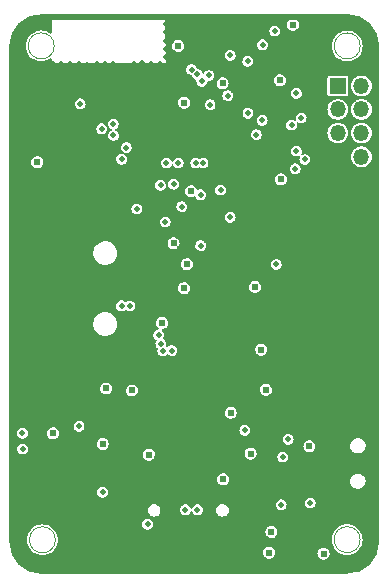
<source format=gbr>
%TF.GenerationSoftware,KiCad,Pcbnew,(6.0.0-rc1-323-gb9e66d8b98)*%
%TF.CreationDate,2021-12-20T00:28:19+08:00*%
%TF.ProjectId,XSense,5853656e-7365-42e6-9b69-6361645f7063,rev?*%
%TF.SameCoordinates,PXb340ac0PY76b1be0*%
%TF.FileFunction,Copper,L2,Inr*%
%TF.FilePolarity,Positive*%
%FSLAX46Y46*%
G04 Gerber Fmt 4.6, Leading zero omitted, Abs format (unit mm)*
G04 Created by KiCad (PCBNEW (6.0.0-rc1-323-gb9e66d8b98)) date 2021-12-20 00:28:19*
%MOMM*%
%LPD*%
G01*
G04 APERTURE LIST*
%TA.AperFunction,Profile*%
%ADD10C,0.500000*%
%TD*%
%TA.AperFunction,Profile*%
%ADD11C,0.100000*%
%TD*%
%TA.AperFunction,ComponentPad*%
%ADD12R,1.350000X1.350000*%
%TD*%
%TA.AperFunction,ComponentPad*%
%ADD13O,1.350000X1.350000*%
%TD*%
%TA.AperFunction,ComponentPad*%
%ADD14O,1.000000X2.100000*%
%TD*%
%TA.AperFunction,ComponentPad*%
%ADD15O,1.000000X1.600000*%
%TD*%
%TA.AperFunction,ViaPad*%
%ADD16C,0.508000*%
%TD*%
%TA.AperFunction,ViaPad*%
%ADD17C,0.609600*%
%TD*%
G04 APERTURE END LIST*
D10*
X582946Y2477666D02*
G75*
G03*
X3040002Y4722I2457054J-15839D01*
G01*
X3054640Y46925855D02*
X28951133Y46920051D01*
X31408189Y44447107D02*
X31397105Y2460002D01*
D11*
X4236974Y2650000D02*
G75*
G03*
X4236974Y2650000I-1100000J0D01*
G01*
D10*
X28924161Y2946D02*
G75*
G03*
X31397105Y2460002I15839J2457054D01*
G01*
X3054640Y46925855D02*
G75*
G03*
X581696Y44468799I-15842J-2457051D01*
G01*
D11*
X30051135Y44462946D02*
G75*
G03*
X30051135Y44462946I-1100000J0D01*
G01*
X30040000Y2662946D02*
G75*
G03*
X30040000Y2662946I-1100000J0D01*
G01*
X4138798Y44468804D02*
G75*
G03*
X4138798Y44468804I-1100000J0D01*
G01*
D10*
X582946Y2490000D02*
X581696Y44468799D01*
X31408189Y44447107D02*
G75*
G03*
X28951133Y46920051I-2457054J15839D01*
G01*
X28924161Y2946D02*
X3030000Y4722D01*
D12*
%TO.N,/GPIO22*%
%TO.C,J2*%
X28150000Y41080000D03*
D13*
%TO.N,/GPIO26*%
X30150000Y41080000D03*
%TO.N,/GPIO13*%
X28150000Y39080000D03*
%TO.N,/GPIO14*%
X30150000Y39080000D03*
%TO.N,/GPIO15*%
X28150000Y37080000D03*
%TO.N,+3V3*%
X30150000Y37080000D03*
%TO.N,GND*%
X28150000Y35080000D03*
%TO.N,N/C*%
X30150000Y35080000D03*
%TD*%
D14*
%TO.N,GND*%
%TO.C,U3*%
X19814000Y5645000D03*
X11174000Y5645000D03*
D15*
X19814000Y1465000D03*
X11174000Y1465000D03*
%TD*%
D16*
%TO.N,GND*%
X8730000Y4960000D03*
X20000000Y7610000D03*
X24780000Y17030000D03*
X27370000Y22740000D03*
X27370000Y21190000D03*
X27660000Y33130000D03*
X22060000Y32120000D03*
X25690000Y31380000D03*
X26110000Y34440000D03*
X26120000Y36230000D03*
X22100000Y37290000D03*
X20440000Y37740000D03*
X17490000Y44880000D03*
X18250000Y21010000D03*
X10130000Y41610000D03*
X9150000Y41550000D03*
X13090000Y42950000D03*
X12310000Y42970000D03*
X11600000Y42980000D03*
X10900000Y42970000D03*
X9200000Y40840000D03*
X10180000Y40890000D03*
X30020000Y9280000D03*
X27300000Y19410000D03*
X8370000Y25450000D03*
X24180000Y670000D03*
X880000Y23910000D03*
X27110000Y46120000D03*
X16510000Y30720000D03*
X22030000Y31340000D03*
X11000000Y34210000D03*
X8430000Y42950000D03*
D17*
X14710000Y11400000D03*
D16*
X16600000Y18950000D03*
X10370000Y39170000D03*
X11010000Y39970000D03*
X14700000Y2670000D03*
X13620000Y46280000D03*
X7880000Y990000D03*
X27510000Y8400000D03*
X22060000Y26880000D03*
X9160000Y42240000D03*
X16070000Y1740000D03*
X30450000Y1370000D03*
X2470000Y15520000D03*
X4150000Y34780000D03*
X28490000Y46120000D03*
X24720000Y31430000D03*
X15510000Y840000D03*
X30760000Y4060000D03*
X6210000Y42910000D03*
X28090000Y810000D03*
X14870000Y17870000D03*
X3760000Y30040000D03*
X28900000Y8370000D03*
X2950000Y4900000D03*
X19110000Y32750000D03*
X30510000Y28850000D03*
X26420000Y23460000D03*
X14200000Y38080000D03*
X4720000Y42910000D03*
X6760000Y17710000D03*
X29020000Y33180000D03*
X19030000Y17700000D03*
X5490000Y42930000D03*
X6790000Y25930000D03*
X24970000Y19870000D03*
X13630000Y43530000D03*
X6440000Y2480000D03*
X6320000Y1100000D03*
X10480000Y40320000D03*
X15180000Y13820000D03*
X7630000Y31710000D03*
X1110000Y29550000D03*
X16050000Y37130000D03*
X11010000Y38950000D03*
X15950000Y13820000D03*
X13640000Y44180000D03*
X11150000Y12010000D03*
X8080000Y32980000D03*
X3440000Y40690000D03*
X4040000Y42930000D03*
X20278000Y22760000D03*
X11640000Y14140000D03*
X19240000Y18990000D03*
X8750000Y31710000D03*
X10180000Y42310000D03*
X26250000Y26160000D03*
X24160000Y27420000D03*
X6730000Y21910000D03*
X6760000Y19140000D03*
X5950000Y4640000D03*
X890000Y2780000D03*
X13760000Y31570000D03*
X2320000Y37900000D03*
X9130000Y42940000D03*
X11520000Y29010000D03*
X27970000Y4140000D03*
X900000Y18660000D03*
X3190000Y36270000D03*
X2090000Y40620000D03*
X30060000Y42770000D03*
X30430000Y27730000D03*
X7880000Y2410000D03*
X8370000Y24490000D03*
X16700000Y13820000D03*
X1160000Y32560000D03*
X2570000Y9390000D03*
X13640000Y44880000D03*
X8310000Y23430000D03*
X8300000Y22360000D03*
X4820000Y40630000D03*
X16070000Y2660000D03*
X6760000Y23400000D03*
X23650000Y31400000D03*
X27110000Y45250000D03*
X31020000Y10790000D03*
X14200000Y37130000D03*
X5300000Y1120000D03*
X9380000Y40210000D03*
X8910000Y28670000D03*
X6920000Y42880000D03*
X26210000Y27360000D03*
X30990000Y7930000D03*
X30490000Y18850000D03*
D17*
X14820000Y27240000D03*
D16*
X13630000Y45630000D03*
X9090000Y960000D03*
X11640000Y18320000D03*
X6760000Y16310000D03*
X30550000Y23430000D03*
X4000000Y17430000D03*
X29160000Y14070000D03*
X940000Y15430000D03*
X1140000Y4730000D03*
X26270000Y24850000D03*
X3710000Y32600000D03*
X6860000Y28480000D03*
X8280000Y12590000D03*
X6670000Y20570000D03*
X31050000Y9230000D03*
X6770000Y24620000D03*
X30600000Y33180000D03*
X9310000Y16630000D03*
X16560000Y7710000D03*
X13100000Y22200000D03*
D17*
X20480000Y25240000D03*
D16*
X14720000Y1760000D03*
X4790000Y36300000D03*
X9790000Y39610000D03*
X30580000Y17940000D03*
X16070000Y38050000D03*
X4380000Y4800000D03*
X9250000Y2290000D03*
X7920000Y39660000D03*
X26090000Y14310000D03*
X14190000Y36200000D03*
X7750000Y42930000D03*
X30790000Y14040000D03*
X10154766Y8021813D03*
X6830000Y27340000D03*
X16670000Y17690000D03*
X5300000Y2480000D03*
D17*
%TO.N,+3V3*%
X18440000Y7760000D03*
X15384271Y25993300D03*
X13273917Y21009670D03*
X8540000Y15460000D03*
X24340000Y46260000D03*
X14640000Y44460000D03*
X15140000Y23960000D03*
X23240000Y41560000D03*
X2704000Y34624000D03*
X20760100Y9929142D03*
X23340009Y33160005D03*
X10720000Y15290000D03*
X14240000Y27760000D03*
X21140000Y24060000D03*
D16*
%TO.N,/BAT_DET*%
X1449143Y11669143D03*
X8159090Y37453120D03*
%TO.N,/ESP_EN*%
X10240000Y35860000D03*
X13540000Y29560000D03*
D17*
%TO.N,+3.3VA*%
X15740000Y32160000D03*
X15140000Y39660000D03*
X18390000Y41310000D03*
%TO.N,+BATT*%
X4040000Y11660000D03*
X25740000Y10570000D03*
X8240000Y10760000D03*
%TO.N,/VCC_SYS_IN*%
X26940000Y1467500D03*
X22530000Y3310000D03*
X22070000Y15350000D03*
D16*
%TO.N,/GPIO21*%
X20278000Y11917311D03*
X15766657Y42465900D03*
%TO.N,/KEY1_RAW*%
X10550000Y22450000D03*
X23494211Y9660000D03*
%TO.N,/GPIO27*%
X23940000Y11160000D03*
X14240000Y32760000D03*
X22940000Y25960000D03*
%TO.N,/CH340_DTR*%
X16540000Y27560000D03*
X12985920Y20005921D03*
%TO.N,/CH340_RTS*%
X14080000Y18670000D03*
X19034100Y29960000D03*
D17*
%TO.N,/VCC_SYS*%
X21670000Y18750000D03*
X22340000Y1560000D03*
D16*
%TO.N,/BUZZ*%
X20540000Y38760000D03*
X6340000Y39560000D03*
%TO.N,/GPIO12*%
X8240000Y6660000D03*
X14940000Y30860000D03*
X11140000Y30660000D03*
%TO.N,/GPIO13*%
X16130898Y34560138D03*
X25040000Y38360000D03*
%TO.N,/CHG_DET*%
X9150000Y36880000D03*
X6240000Y12260000D03*
%TO.N,/GPIO35*%
X9840000Y22460000D03*
X9840000Y34860000D03*
%TO.N,/GPIO36*%
X9140000Y37860000D03*
X12040000Y3960000D03*
%TO.N,/GPIO14*%
X14640000Y34560000D03*
X24240000Y37760000D03*
%TO.N,/GPIO15*%
X24640000Y35560000D03*
X16740000Y34560000D03*
%TO.N,/GPIO2*%
X16534100Y31860000D03*
D17*
%TO.N,VBUS*%
X19070000Y13390000D03*
X12140000Y9860000D03*
D16*
%TO.N,/USB_PWR_DP*%
X16260000Y5200000D03*
X15250000Y5190000D03*
%TO.N,/GPIO4*%
X18220000Y32260000D03*
%TO.N,/AHT_SCL*%
X21240000Y36960000D03*
X19040000Y43660000D03*
X22808558Y45727100D03*
%TO.N,/AHT_SDA*%
X21740000Y38160000D03*
X21777730Y44565900D03*
%TO.N,/GPIO18*%
X17334100Y39497015D03*
%TO.N,/GPIO23*%
X18840000Y40260000D03*
%TO.N,/GPIO19*%
X20520000Y43170000D03*
X25360000Y34850000D03*
%TO.N,/CH340_TXD*%
X16640000Y41460000D03*
X13172260Y19245551D03*
%TO.N,/CH340_RXD*%
X13340000Y18660000D03*
X16240000Y42060000D03*
%TO.N,/GPIO22*%
X17240000Y41960000D03*
%TO.N,/GPIO26*%
X13640000Y34560000D03*
X24640000Y40460000D03*
%TO.N,Net-(D5-Pad2)*%
X23350000Y5620000D03*
X25810000Y5770000D03*
%TO.N,Net-(R20-Pad2)*%
X1460000Y10340000D03*
%TO.N,/GPIO25*%
X13140000Y32660000D03*
X24540000Y34060000D03*
%TD*%
%TA.AperFunction,Conductor*%
%TO.N,GND*%
G36*
X3328006Y46725794D02*
G01*
X3846018Y46725678D01*
X3893579Y46708355D01*
X3918879Y46664512D01*
X3920000Y46651678D01*
X3920000Y45580940D01*
X3902687Y45533374D01*
X3858850Y45508064D01*
X3809000Y45516854D01*
X3803555Y45520323D01*
X3693929Y45597084D01*
X3693928Y45597085D01*
X3691281Y45598938D01*
X3485123Y45695071D01*
X3365590Y45727100D01*
X3268531Y45753107D01*
X3268529Y45753107D01*
X3265403Y45753945D01*
X3038798Y45773770D01*
X2812193Y45753945D01*
X2809067Y45753107D01*
X2809065Y45753107D01*
X2712006Y45727100D01*
X2592473Y45695071D01*
X2386315Y45598938D01*
X2199982Y45468466D01*
X2039136Y45307620D01*
X1908664Y45121287D01*
X1812531Y44915129D01*
X1791025Y44834867D01*
X1759491Y44717180D01*
X1753657Y44695409D01*
X1733832Y44468804D01*
X1753657Y44242199D01*
X1812531Y44022479D01*
X1908664Y43816321D01*
X1910517Y43813674D01*
X1910518Y43813673D01*
X1912766Y43810463D01*
X2039136Y43629988D01*
X2199982Y43469142D01*
X2386315Y43338670D01*
X2592473Y43242537D01*
X2617463Y43235841D01*
X2809065Y43184501D01*
X2809067Y43184501D01*
X2812193Y43183663D01*
X3038798Y43163838D01*
X3265403Y43183663D01*
X3268529Y43184501D01*
X3268531Y43184501D01*
X3460133Y43235841D01*
X3485123Y43242537D01*
X3691281Y43338670D01*
X3777907Y43399326D01*
X3803555Y43417285D01*
X3852450Y43430386D01*
X3898326Y43408994D01*
X3919718Y43363117D01*
X3920000Y43356668D01*
X3920000Y42990000D01*
X7103512Y42986715D01*
X13596953Y42980013D01*
X13596954Y42980013D01*
X13610000Y42980000D01*
X13605881Y43175610D01*
X20060860Y43175610D01*
X20061543Y43170387D01*
X20061543Y43170384D01*
X20063430Y43155959D01*
X20077741Y43046519D01*
X20079864Y43041694D01*
X20096869Y43003048D01*
X20130174Y42927355D01*
X20138057Y42917977D01*
X20210556Y42831729D01*
X20210559Y42831726D01*
X20213946Y42827697D01*
X20233346Y42814783D01*
X20317931Y42758477D01*
X20317934Y42758475D01*
X20322320Y42755556D01*
X20446587Y42716733D01*
X20451855Y42716636D01*
X20451858Y42716636D01*
X20506432Y42715636D01*
X20576755Y42714347D01*
X20581838Y42715733D01*
X20581840Y42715733D01*
X20697270Y42747203D01*
X20697272Y42747204D01*
X20702360Y42748591D01*
X20813306Y42816712D01*
X20900672Y42913233D01*
X20957437Y43030396D01*
X20979037Y43158781D01*
X20979174Y43170000D01*
X20960718Y43298875D01*
X20931509Y43363117D01*
X20909014Y43412592D01*
X20909012Y43412594D01*
X20906832Y43417390D01*
X20902777Y43422097D01*
X20825290Y43512025D01*
X20825289Y43512026D01*
X20821850Y43516017D01*
X20817431Y43518881D01*
X20817429Y43518883D01*
X20717024Y43583961D01*
X20717025Y43583961D01*
X20712601Y43586828D01*
X20617236Y43615348D01*
X20592923Y43622619D01*
X20592922Y43622619D01*
X20587870Y43624130D01*
X20520340Y43624543D01*
X20462952Y43624894D01*
X20462950Y43624894D01*
X20457683Y43624926D01*
X20332505Y43589150D01*
X20222400Y43519679D01*
X20176129Y43467287D01*
X20143540Y43430386D01*
X20136219Y43422097D01*
X20080890Y43304249D01*
X20060860Y43175610D01*
X13605881Y43175610D01*
X13595819Y43653487D01*
X13595689Y43660000D01*
X13595576Y43665610D01*
X18580860Y43665610D01*
X18581543Y43660387D01*
X18581543Y43660384D01*
X18593641Y43567876D01*
X18597741Y43536519D01*
X18599864Y43531694D01*
X18608519Y43512025D01*
X18650174Y43417355D01*
X18653566Y43413320D01*
X18730556Y43321729D01*
X18730559Y43321726D01*
X18733946Y43317697D01*
X18754593Y43303953D01*
X18837931Y43248477D01*
X18837934Y43248475D01*
X18842320Y43245556D01*
X18966587Y43206733D01*
X18971855Y43206636D01*
X18971858Y43206636D01*
X19026432Y43205636D01*
X19096755Y43204347D01*
X19101838Y43205733D01*
X19101840Y43205733D01*
X19217270Y43237203D01*
X19217272Y43237204D01*
X19222360Y43238591D01*
X19277833Y43272651D01*
X19328813Y43303953D01*
X19328814Y43303954D01*
X19333306Y43306712D01*
X19420672Y43403233D01*
X19477437Y43520396D01*
X19488132Y43583961D01*
X19495018Y43624894D01*
X19499037Y43648781D01*
X19499174Y43660000D01*
X19480718Y43788875D01*
X19472106Y43807815D01*
X19429014Y43902592D01*
X19429012Y43902594D01*
X19426832Y43907390D01*
X19422777Y43912097D01*
X19345290Y44002025D01*
X19345289Y44002026D01*
X19341850Y44006017D01*
X19337431Y44008881D01*
X19337429Y44008883D01*
X19237024Y44073961D01*
X19237025Y44073961D01*
X19232601Y44076828D01*
X19116220Y44111633D01*
X19112923Y44112619D01*
X19112922Y44112619D01*
X19107870Y44114130D01*
X19040340Y44114543D01*
X18982952Y44114894D01*
X18982950Y44114894D01*
X18977683Y44114926D01*
X18852505Y44079150D01*
X18742400Y44009679D01*
X18656219Y43912097D01*
X18600890Y43794249D01*
X18580860Y43665610D01*
X13595576Y43665610D01*
X13579492Y44466237D01*
X14129542Y44466237D01*
X14130225Y44461014D01*
X14130225Y44461011D01*
X14134084Y44431500D01*
X14148309Y44322718D01*
X14150432Y44317893D01*
X14196757Y44212612D01*
X14206603Y44190234D01*
X14299738Y44079437D01*
X14420226Y43999234D01*
X14425258Y43997662D01*
X14425260Y43997661D01*
X14449455Y43990102D01*
X14558381Y43956071D01*
X14563648Y43955974D01*
X14563651Y43955974D01*
X14627465Y43954805D01*
X14703098Y43953419D01*
X14708181Y43954805D01*
X14708183Y43954805D01*
X14837653Y43990102D01*
X14837657Y43990104D01*
X14842742Y43991490D01*
X14966088Y44067225D01*
X14972186Y44073961D01*
X15059680Y44170623D01*
X15063220Y44174534D01*
X15126330Y44304792D01*
X15150344Y44447527D01*
X15150496Y44460000D01*
X15149134Y44469515D01*
X15134527Y44571510D01*
X21318590Y44571510D01*
X21319273Y44566287D01*
X21319273Y44566284D01*
X21334302Y44451361D01*
X21335471Y44442419D01*
X21387904Y44323255D01*
X21391296Y44319220D01*
X21468286Y44227629D01*
X21468289Y44227626D01*
X21471676Y44223597D01*
X21492323Y44209853D01*
X21575661Y44154377D01*
X21575664Y44154375D01*
X21580050Y44151456D01*
X21704317Y44112633D01*
X21709585Y44112536D01*
X21709588Y44112536D01*
X21764162Y44111536D01*
X21834485Y44110247D01*
X21839568Y44111633D01*
X21839570Y44111633D01*
X21955000Y44143103D01*
X21955002Y44143104D01*
X21960090Y44144491D01*
X22034590Y44190234D01*
X22066543Y44209853D01*
X22066544Y44209854D01*
X22071036Y44212612D01*
X22158402Y44309133D01*
X22215167Y44426296D01*
X22216340Y44433265D01*
X22221333Y44462946D01*
X27646169Y44462946D01*
X27665994Y44236341D01*
X27666832Y44233215D01*
X27666832Y44233213D01*
X27681282Y44179284D01*
X27724868Y44016621D01*
X27821001Y43810463D01*
X27951473Y43624130D01*
X28112319Y43463284D01*
X28298652Y43332812D01*
X28504810Y43236679D01*
X28610699Y43208306D01*
X28721402Y43178643D01*
X28721404Y43178643D01*
X28724530Y43177805D01*
X28951135Y43157980D01*
X29177740Y43177805D01*
X29180866Y43178643D01*
X29180868Y43178643D01*
X29291571Y43208306D01*
X29397460Y43236679D01*
X29603618Y43332812D01*
X29789951Y43463284D01*
X29950797Y43624130D01*
X30081269Y43810463D01*
X30177402Y44016621D01*
X30220988Y44179284D01*
X30235438Y44233213D01*
X30235438Y44233215D01*
X30236276Y44236341D01*
X30256101Y44462946D01*
X30236276Y44689551D01*
X30177402Y44909271D01*
X30081269Y45115429D01*
X30079218Y45118359D01*
X29992384Y45242369D01*
X29950797Y45301762D01*
X29789951Y45462608D01*
X29620956Y45580940D01*
X29606266Y45591226D01*
X29606265Y45591227D01*
X29603618Y45593080D01*
X29397460Y45689213D01*
X29203066Y45741301D01*
X29180868Y45747249D01*
X29180866Y45747249D01*
X29177740Y45748087D01*
X28951135Y45767912D01*
X28724530Y45748087D01*
X28721404Y45747249D01*
X28721402Y45747249D01*
X28699204Y45741301D01*
X28504810Y45689213D01*
X28298652Y45593080D01*
X28296005Y45591227D01*
X28296004Y45591226D01*
X28281314Y45580940D01*
X28112319Y45462608D01*
X27951473Y45301762D01*
X27909886Y45242369D01*
X27823053Y45118359D01*
X27821001Y45115429D01*
X27724868Y44909271D01*
X27665994Y44689551D01*
X27646169Y44462946D01*
X22221333Y44462946D01*
X22236292Y44551859D01*
X22236767Y44554681D01*
X22236904Y44565900D01*
X22218448Y44694775D01*
X22204208Y44726094D01*
X22166744Y44808492D01*
X22166742Y44808494D01*
X22164562Y44813290D01*
X22160507Y44817997D01*
X22083020Y44907925D01*
X22083019Y44907926D01*
X22079580Y44911917D01*
X22075161Y44914781D01*
X22075159Y44914783D01*
X21974754Y44979861D01*
X21974755Y44979861D01*
X21970331Y44982728D01*
X21845600Y45020030D01*
X21778070Y45020443D01*
X21720682Y45020794D01*
X21720680Y45020794D01*
X21715413Y45020826D01*
X21590235Y44985050D01*
X21480130Y44915579D01*
X21393949Y44817997D01*
X21338620Y44700149D01*
X21318590Y44571510D01*
X15134527Y44571510D01*
X15130724Y44598063D01*
X15129977Y44603279D01*
X15075530Y44723029D01*
X15072251Y44730241D01*
X15070069Y44735040D01*
X14975587Y44844691D01*
X14878030Y44907925D01*
X14858551Y44920551D01*
X14858550Y44920552D01*
X14854129Y44923417D01*
X14849081Y44924927D01*
X14849078Y44924928D01*
X14720509Y44963378D01*
X14720508Y44963378D01*
X14715456Y44964889D01*
X14642008Y44965338D01*
X14575988Y44965741D01*
X14575987Y44965741D01*
X14570718Y44965773D01*
X14431549Y44925998D01*
X14309137Y44848762D01*
X14277750Y44813223D01*
X14218731Y44746396D01*
X14213324Y44740274D01*
X14151810Y44609255D01*
X14150999Y44604048D01*
X14150999Y44604047D01*
X14150067Y44598063D01*
X14129542Y44466237D01*
X13579492Y44466237D01*
X13554050Y45732710D01*
X22349418Y45732710D01*
X22350101Y45727487D01*
X22350101Y45727484D01*
X22355285Y45687846D01*
X22366299Y45603619D01*
X22368422Y45598794D01*
X22400657Y45525535D01*
X22418732Y45484455D01*
X22422124Y45480420D01*
X22499114Y45388829D01*
X22499117Y45388826D01*
X22502504Y45384797D01*
X22523151Y45371053D01*
X22606489Y45315577D01*
X22606492Y45315575D01*
X22610878Y45312656D01*
X22735145Y45273833D01*
X22740413Y45273736D01*
X22740416Y45273736D01*
X22794990Y45272736D01*
X22865313Y45271447D01*
X22870396Y45272833D01*
X22870398Y45272833D01*
X22985828Y45304303D01*
X22985830Y45304304D01*
X22990918Y45305691D01*
X23076138Y45358016D01*
X23097371Y45371053D01*
X23097372Y45371054D01*
X23101864Y45373812D01*
X23189230Y45470333D01*
X23245995Y45587496D01*
X23246935Y45593080D01*
X23267120Y45713059D01*
X23267595Y45715881D01*
X23267732Y45727100D01*
X23249276Y45855975D01*
X23233862Y45889877D01*
X23197572Y45969692D01*
X23197570Y45969694D01*
X23195390Y45974490D01*
X23191335Y45979197D01*
X23113848Y46069125D01*
X23113847Y46069126D01*
X23110408Y46073117D01*
X23105989Y46075981D01*
X23105987Y46075983D01*
X23005582Y46141061D01*
X23005583Y46141061D01*
X23001159Y46143928D01*
X22876428Y46181230D01*
X22808898Y46181643D01*
X22751510Y46181994D01*
X22751508Y46181994D01*
X22746241Y46182026D01*
X22621063Y46146250D01*
X22510958Y46076779D01*
X22446594Y46003900D01*
X22438788Y45995061D01*
X22424777Y45979197D01*
X22369448Y45861349D01*
X22349418Y45732710D01*
X13554050Y45732710D01*
X13535662Y46648003D01*
X13552016Y46695907D01*
X13595336Y46722092D01*
X13609664Y46723489D01*
X23909030Y46721181D01*
X23956592Y46703858D01*
X23981892Y46660015D01*
X23973091Y46610167D01*
X23964478Y46598196D01*
X23916816Y46544229D01*
X23916813Y46544225D01*
X23913324Y46540274D01*
X23851810Y46409255D01*
X23850999Y46404048D01*
X23850999Y46404047D01*
X23850067Y46398063D01*
X23829542Y46266237D01*
X23830225Y46261014D01*
X23830225Y46261011D01*
X23832358Y46244700D01*
X23848309Y46122718D01*
X23850432Y46117893D01*
X23870261Y46072829D01*
X23906603Y45990234D01*
X23999738Y45879437D01*
X24120226Y45799234D01*
X24125258Y45797662D01*
X24125260Y45797661D01*
X24149455Y45790102D01*
X24258381Y45756071D01*
X24263648Y45755974D01*
X24263651Y45755974D01*
X24327465Y45754805D01*
X24403098Y45753419D01*
X24408181Y45754805D01*
X24408183Y45754805D01*
X24537653Y45790102D01*
X24537657Y45790104D01*
X24542742Y45791490D01*
X24666088Y45867225D01*
X24763220Y45974534D01*
X24826330Y46104792D01*
X24850344Y46247527D01*
X24850496Y46260000D01*
X24848858Y46271443D01*
X24830724Y46398063D01*
X24829977Y46403279D01*
X24770069Y46535040D01*
X24765560Y46540274D01*
X24715230Y46598683D01*
X24697295Y46646019D01*
X24713984Y46693808D01*
X24757486Y46719689D01*
X24771306Y46720988D01*
X26915418Y46720507D01*
X28919998Y46720058D01*
X28936563Y46718176D01*
X28950775Y46714908D01*
X28958903Y46716747D01*
X28959648Y46716746D01*
X28979295Y46718341D01*
X29112583Y46710245D01*
X29219823Y46703731D01*
X29228729Y46702645D01*
X29489047Y46654740D01*
X29497757Y46652584D01*
X29750361Y46573526D01*
X29758746Y46570332D01*
X29999935Y46461278D01*
X30007871Y46457092D01*
X30234079Y46319655D01*
X30241439Y46314548D01*
X30449368Y46150729D01*
X30456058Y46144767D01*
X30531214Y46069125D01*
X30642618Y45957000D01*
X30648545Y45950263D01*
X30811010Y45741295D01*
X30816070Y45733903D01*
X30842328Y45690051D01*
X30952056Y45506798D01*
X30956190Y45498835D01*
X31063686Y45256951D01*
X31066823Y45248554D01*
X31144250Y44995446D01*
X31146350Y44986723D01*
X31192578Y44726094D01*
X31193606Y44717183D01*
X31196930Y44655925D01*
X31206638Y44477043D01*
X31204986Y44458557D01*
X31204972Y44456895D01*
X31203053Y44448787D01*
X31204840Y44440646D01*
X31204840Y44440645D01*
X31206460Y44433265D01*
X31208181Y44417381D01*
X31204491Y30438591D01*
X31197113Y2491141D01*
X31195231Y2474578D01*
X31194963Y2473412D01*
X31191962Y2460360D01*
X31193801Y2452232D01*
X31193800Y2451487D01*
X31195395Y2431840D01*
X31195078Y2426622D01*
X31180785Y2191312D01*
X31179699Y2182406D01*
X31131794Y1922088D01*
X31129638Y1913378D01*
X31050580Y1660774D01*
X31047386Y1652389D01*
X30938332Y1411200D01*
X30934146Y1403264D01*
X30910641Y1364577D01*
X30797358Y1178123D01*
X30796713Y1177062D01*
X30791602Y1169696D01*
X30627787Y961771D01*
X30621817Y955073D01*
X30434054Y768517D01*
X30427317Y762590D01*
X30334543Y690461D01*
X30218349Y600125D01*
X30210957Y595065D01*
X30172651Y572128D01*
X29983852Y459079D01*
X29975889Y454945D01*
X29734005Y347449D01*
X29725611Y344313D01*
X29619640Y311896D01*
X29472500Y266885D01*
X29463777Y264785D01*
X29284776Y233035D01*
X29203146Y218557D01*
X29194237Y217529D01*
X29070065Y210790D01*
X28954097Y204497D01*
X28935611Y206149D01*
X28933949Y206163D01*
X28925841Y208082D01*
X28910520Y204719D01*
X28910288Y204668D01*
X28894420Y202948D01*
X15605231Y203859D01*
X3071128Y204719D01*
X3054551Y206602D01*
X3048484Y207997D01*
X3048483Y207997D01*
X3040360Y209865D01*
X3032232Y208026D01*
X3031487Y208027D01*
X3011840Y206432D01*
X2878148Y214553D01*
X2771312Y221042D01*
X2762406Y222128D01*
X2502088Y270033D01*
X2493378Y272189D01*
X2240774Y351247D01*
X2232389Y354441D01*
X1991200Y463495D01*
X1983264Y467681D01*
X1788384Y586084D01*
X1757056Y605118D01*
X1749696Y610225D01*
X1541767Y774044D01*
X1535073Y780010D01*
X1520209Y794971D01*
X1361135Y955073D01*
X1348517Y967773D01*
X1342590Y974510D01*
X1243350Y1102155D01*
X1180125Y1183478D01*
X1175061Y1190876D01*
X1168065Y1202561D01*
X1088496Y1335445D01*
X1039079Y1417975D01*
X1034945Y1425938D01*
X1015217Y1470330D01*
X927449Y1667822D01*
X924312Y1676219D01*
X914567Y1708077D01*
X883725Y1808897D01*
X846885Y1929327D01*
X844785Y1938050D01*
X798557Y2198679D01*
X797529Y2207593D01*
X784497Y2447730D01*
X786149Y2466216D01*
X786163Y2467878D01*
X788082Y2475986D01*
X786295Y2484127D01*
X786295Y2484130D01*
X784667Y2491547D01*
X782946Y2507409D01*
X782942Y2650000D01*
X1832008Y2650000D01*
X1851833Y2423395D01*
X1910707Y2203675D01*
X2006840Y1997517D01*
X2137312Y1811184D01*
X2298158Y1650338D01*
X2484491Y1519866D01*
X2690649Y1423733D01*
X2752687Y1407110D01*
X2907241Y1365697D01*
X2907243Y1365697D01*
X2910369Y1364859D01*
X3136974Y1345034D01*
X3363579Y1364859D01*
X3366705Y1365697D01*
X3366707Y1365697D01*
X3521261Y1407110D01*
X3583299Y1423733D01*
X3789457Y1519866D01*
X3855682Y1566237D01*
X21829542Y1566237D01*
X21830225Y1561014D01*
X21830225Y1561011D01*
X21832358Y1544700D01*
X21848309Y1422718D01*
X21906603Y1290234D01*
X21999738Y1179437D01*
X22120226Y1099234D01*
X22125258Y1097662D01*
X22125260Y1097661D01*
X22149455Y1090102D01*
X22258381Y1056071D01*
X22263648Y1055974D01*
X22263651Y1055974D01*
X22327465Y1054805D01*
X22403098Y1053419D01*
X22408181Y1054805D01*
X22408183Y1054805D01*
X22537653Y1090102D01*
X22537657Y1090104D01*
X22542742Y1091490D01*
X22666088Y1167225D01*
X22675953Y1178123D01*
X22759680Y1270623D01*
X22763220Y1274534D01*
X22826330Y1404792D01*
X22837929Y1473737D01*
X26429542Y1473737D01*
X26430225Y1468514D01*
X26430225Y1468511D01*
X26432358Y1452200D01*
X26448309Y1330218D01*
X26506603Y1197734D01*
X26599738Y1086937D01*
X26720226Y1006734D01*
X26725258Y1005162D01*
X26725260Y1005161D01*
X26749455Y997602D01*
X26858381Y963571D01*
X26863648Y963474D01*
X26863651Y963474D01*
X26927465Y962305D01*
X27003098Y960919D01*
X27008181Y962305D01*
X27008183Y962305D01*
X27137653Y997602D01*
X27137657Y997604D01*
X27142742Y998990D01*
X27266088Y1074725D01*
X27283761Y1094249D01*
X27359680Y1178123D01*
X27363220Y1182034D01*
X27426330Y1312292D01*
X27450344Y1455027D01*
X27450496Y1467500D01*
X27448858Y1478943D01*
X27430724Y1605563D01*
X27429977Y1610779D01*
X27370069Y1742540D01*
X27297483Y1826780D01*
X27279027Y1848199D01*
X27279026Y1848200D01*
X27275587Y1852191D01*
X27181188Y1913378D01*
X27158551Y1928051D01*
X27158550Y1928052D01*
X27154129Y1930917D01*
X27149081Y1932427D01*
X27149078Y1932428D01*
X27020509Y1970878D01*
X27020508Y1970878D01*
X27015456Y1972389D01*
X26942008Y1972838D01*
X26875988Y1973241D01*
X26875987Y1973241D01*
X26870718Y1973273D01*
X26731549Y1933498D01*
X26609137Y1856262D01*
X26513324Y1747774D01*
X26451810Y1616755D01*
X26450999Y1611548D01*
X26450999Y1611547D01*
X26450067Y1605563D01*
X26429542Y1473737D01*
X22837929Y1473737D01*
X22850344Y1547527D01*
X22850496Y1560000D01*
X22848858Y1571443D01*
X22830724Y1698063D01*
X22829977Y1703279D01*
X22770069Y1835040D01*
X22683983Y1934947D01*
X22679027Y1940699D01*
X22679026Y1940700D01*
X22675587Y1944691D01*
X22614858Y1984054D01*
X22558551Y2020551D01*
X22558550Y2020552D01*
X22554129Y2023417D01*
X22549081Y2024927D01*
X22549078Y2024928D01*
X22420509Y2063378D01*
X22420508Y2063378D01*
X22415456Y2064889D01*
X22342008Y2065338D01*
X22275988Y2065741D01*
X22275987Y2065741D01*
X22270718Y2065773D01*
X22131549Y2025998D01*
X22009137Y1948762D01*
X21981676Y1917668D01*
X21923849Y1852191D01*
X21913324Y1840274D01*
X21851810Y1709255D01*
X21850999Y1704048D01*
X21850999Y1704047D01*
X21850067Y1698063D01*
X21829542Y1566237D01*
X3855682Y1566237D01*
X3975790Y1650338D01*
X4136636Y1811184D01*
X4267108Y1997517D01*
X4363241Y2203675D01*
X4422115Y2423395D01*
X4441940Y2650000D01*
X4440807Y2662946D01*
X27635034Y2662946D01*
X27654859Y2436341D01*
X27713733Y2216621D01*
X27809866Y2010463D01*
X27940338Y1824130D01*
X28101184Y1663284D01*
X28287517Y1532812D01*
X28493675Y1436679D01*
X28563479Y1417975D01*
X28710267Y1378643D01*
X28710269Y1378643D01*
X28713395Y1377805D01*
X28940000Y1357980D01*
X29166605Y1377805D01*
X29169731Y1378643D01*
X29169733Y1378643D01*
X29316521Y1417975D01*
X29386325Y1436679D01*
X29592483Y1532812D01*
X29778816Y1663284D01*
X29939662Y1824130D01*
X30070134Y2010463D01*
X30166267Y2216621D01*
X30225141Y2436341D01*
X30244966Y2662946D01*
X30225141Y2889551D01*
X30216680Y2921130D01*
X30187773Y3029009D01*
X30166267Y3109271D01*
X30070134Y3315429D01*
X29939662Y3501762D01*
X29778816Y3662608D01*
X29592483Y3793080D01*
X29386325Y3889213D01*
X29276465Y3918650D01*
X29169733Y3947249D01*
X29169731Y3947249D01*
X29166605Y3948087D01*
X28940000Y3967912D01*
X28713395Y3948087D01*
X28710269Y3947249D01*
X28710267Y3947249D01*
X28603535Y3918650D01*
X28493675Y3889213D01*
X28287517Y3793080D01*
X28101184Y3662608D01*
X27940338Y3501762D01*
X27809866Y3315429D01*
X27713733Y3109271D01*
X27692227Y3029009D01*
X27663321Y2921130D01*
X27654859Y2889551D01*
X27635034Y2662946D01*
X4440807Y2662946D01*
X4422115Y2876605D01*
X4406878Y2933472D01*
X4364079Y3093197D01*
X4363241Y3096325D01*
X4267108Y3302483D01*
X4257477Y3316237D01*
X22019542Y3316237D01*
X22020225Y3311014D01*
X22020225Y3311011D01*
X22022358Y3294700D01*
X22038309Y3172718D01*
X22040432Y3167893D01*
X22071923Y3096325D01*
X22096603Y3040234D01*
X22189738Y2929437D01*
X22310226Y2849234D01*
X22315258Y2847662D01*
X22315260Y2847661D01*
X22339455Y2840102D01*
X22448381Y2806071D01*
X22453648Y2805974D01*
X22453651Y2805974D01*
X22517465Y2804805D01*
X22593098Y2803419D01*
X22598181Y2804805D01*
X22598183Y2804805D01*
X22727653Y2840102D01*
X22727657Y2840104D01*
X22732742Y2841490D01*
X22856088Y2917225D01*
X22953220Y3024534D01*
X23016330Y3154792D01*
X23040344Y3297527D01*
X23040496Y3310000D01*
X23039340Y3318077D01*
X23020724Y3448063D01*
X23019977Y3453279D01*
X22960069Y3585040D01*
X22865587Y3694691D01*
X22744129Y3773417D01*
X22739081Y3774927D01*
X22739078Y3774928D01*
X22610509Y3813378D01*
X22610508Y3813378D01*
X22605456Y3814889D01*
X22532008Y3815338D01*
X22465988Y3815741D01*
X22465987Y3815741D01*
X22460718Y3815773D01*
X22321549Y3775998D01*
X22199137Y3698762D01*
X22195542Y3694691D01*
X22121295Y3610622D01*
X22103324Y3590274D01*
X22041810Y3459255D01*
X22040999Y3454048D01*
X22040999Y3454047D01*
X22040067Y3448063D01*
X22019542Y3316237D01*
X4257477Y3316237D01*
X4136636Y3488816D01*
X3975790Y3649662D01*
X3795364Y3775998D01*
X3792105Y3778280D01*
X3792104Y3778281D01*
X3789457Y3780134D01*
X3583299Y3876267D01*
X3473439Y3905704D01*
X3366707Y3934303D01*
X3366705Y3934303D01*
X3363579Y3935141D01*
X3136974Y3954966D01*
X2910369Y3935141D01*
X2907243Y3934303D01*
X2907241Y3934303D01*
X2800509Y3905704D01*
X2690649Y3876267D01*
X2484491Y3780134D01*
X2481844Y3778281D01*
X2481843Y3778280D01*
X2478584Y3775998D01*
X2298158Y3649662D01*
X2137312Y3488816D01*
X2006840Y3302483D01*
X1910707Y3096325D01*
X1909869Y3093197D01*
X1867071Y2933472D01*
X1851833Y2876605D01*
X1832008Y2650000D01*
X782942Y2650000D01*
X782903Y3965610D01*
X11580860Y3965610D01*
X11581543Y3960387D01*
X11581543Y3960384D01*
X11592434Y3877105D01*
X11597741Y3836519D01*
X11650174Y3717355D01*
X11665329Y3699326D01*
X11730556Y3621729D01*
X11730559Y3621726D01*
X11733946Y3617697D01*
X11754593Y3603953D01*
X11837931Y3548477D01*
X11837934Y3548475D01*
X11842320Y3545556D01*
X11966587Y3506733D01*
X11971855Y3506636D01*
X11971858Y3506636D01*
X12026432Y3505636D01*
X12096755Y3504347D01*
X12101838Y3505733D01*
X12101840Y3505733D01*
X12217270Y3537203D01*
X12217272Y3537204D01*
X12222360Y3538591D01*
X12333306Y3606712D01*
X12420672Y3703233D01*
X12477437Y3820396D01*
X12499037Y3948781D01*
X12499174Y3960000D01*
X12480718Y4088875D01*
X12426832Y4207390D01*
X12422777Y4212097D01*
X12345290Y4302025D01*
X12345289Y4302026D01*
X12341850Y4306017D01*
X12337431Y4308881D01*
X12337429Y4308883D01*
X12237024Y4373961D01*
X12237025Y4373961D01*
X12232601Y4376828D01*
X12107870Y4414130D01*
X12040340Y4414543D01*
X11982952Y4414894D01*
X11982950Y4414894D01*
X11977683Y4414926D01*
X11852505Y4379150D01*
X11742400Y4309679D01*
X11656219Y4212097D01*
X11600890Y4094249D01*
X11580860Y3965610D01*
X782903Y3965610D01*
X782868Y5145000D01*
X12073965Y5145000D01*
X12092026Y5007817D01*
X12144976Y4879983D01*
X12229209Y4770209D01*
X12233056Y4767257D01*
X12233057Y4767256D01*
X12319683Y4700785D01*
X12338982Y4685976D01*
X12343461Y4684121D01*
X12343464Y4684119D01*
X12462336Y4634882D01*
X12466817Y4633026D01*
X12604000Y4614965D01*
X12741183Y4633026D01*
X12745664Y4634882D01*
X12864536Y4684119D01*
X12864539Y4684121D01*
X12869018Y4685976D01*
X12888317Y4700785D01*
X12974943Y4767256D01*
X12974944Y4767257D01*
X12978791Y4770209D01*
X13063024Y4879983D01*
X13115974Y5007817D01*
X13134035Y5145000D01*
X13127372Y5195610D01*
X14790860Y5195610D01*
X14791543Y5190387D01*
X14791543Y5190384D01*
X14806083Y5079200D01*
X14807741Y5066519D01*
X14860174Y4947355D01*
X14863566Y4943320D01*
X14940556Y4851729D01*
X14940559Y4851726D01*
X14943946Y4847697D01*
X14964593Y4833953D01*
X15047931Y4778477D01*
X15047934Y4778475D01*
X15052320Y4775556D01*
X15176587Y4736733D01*
X15181855Y4736636D01*
X15181858Y4736636D01*
X15236432Y4735636D01*
X15306755Y4734347D01*
X15311838Y4735733D01*
X15311840Y4735733D01*
X15427270Y4767203D01*
X15427272Y4767204D01*
X15432360Y4768591D01*
X15543306Y4836712D01*
X15630672Y4933233D01*
X15687437Y5050396D01*
X15687845Y5052822D01*
X15718087Y5091948D01*
X15767544Y5102731D01*
X15812362Y5079200D01*
X15825361Y5059201D01*
X15870174Y4957355D01*
X15878057Y4947977D01*
X15950556Y4861729D01*
X15950559Y4861726D01*
X15953946Y4857697D01*
X15973355Y4844777D01*
X16057931Y4788477D01*
X16057934Y4788475D01*
X16062320Y4785556D01*
X16186587Y4746733D01*
X16191855Y4746636D01*
X16191858Y4746636D01*
X16246432Y4745636D01*
X16316755Y4744347D01*
X16321838Y4745733D01*
X16321840Y4745733D01*
X16437270Y4777203D01*
X16437272Y4777204D01*
X16442360Y4778591D01*
X16532526Y4833953D01*
X16548813Y4843953D01*
X16548814Y4843954D01*
X16553306Y4846712D01*
X16640672Y4943233D01*
X16697437Y5060396D01*
X16698468Y5066519D01*
X16711671Y5145000D01*
X17853965Y5145000D01*
X17872026Y5007817D01*
X17924976Y4879983D01*
X18009209Y4770209D01*
X18013056Y4767257D01*
X18013057Y4767256D01*
X18099683Y4700785D01*
X18118982Y4685976D01*
X18123461Y4684121D01*
X18123464Y4684119D01*
X18242336Y4634882D01*
X18246817Y4633026D01*
X18384000Y4614965D01*
X18521183Y4633026D01*
X18525664Y4634882D01*
X18644536Y4684119D01*
X18644539Y4684121D01*
X18649018Y4685976D01*
X18668317Y4700785D01*
X18754943Y4767256D01*
X18754944Y4767257D01*
X18758791Y4770209D01*
X18843024Y4879983D01*
X18895974Y5007817D01*
X18914035Y5145000D01*
X18895974Y5282183D01*
X18843024Y5410017D01*
X18758791Y5519791D01*
X18738021Y5535729D01*
X18652865Y5601072D01*
X18649018Y5604024D01*
X18644539Y5605879D01*
X18644536Y5605881D01*
X18596905Y5625610D01*
X22890860Y5625610D01*
X22891543Y5620387D01*
X22891543Y5620384D01*
X22904698Y5519791D01*
X22907741Y5496519D01*
X22960174Y5377355D01*
X22963566Y5373320D01*
X23040556Y5281729D01*
X23040559Y5281726D01*
X23043946Y5277697D01*
X23064593Y5263953D01*
X23147931Y5208477D01*
X23147934Y5208475D01*
X23152320Y5205556D01*
X23276587Y5166733D01*
X23281855Y5166636D01*
X23281858Y5166636D01*
X23336432Y5165636D01*
X23406755Y5164347D01*
X23411838Y5165733D01*
X23411840Y5165733D01*
X23527270Y5197203D01*
X23527272Y5197204D01*
X23532360Y5198591D01*
X23643306Y5266712D01*
X23730672Y5363233D01*
X23787437Y5480396D01*
X23792305Y5509326D01*
X23802086Y5567467D01*
X23809037Y5608781D01*
X23809174Y5620000D01*
X23790718Y5748875D01*
X23778562Y5775610D01*
X25350860Y5775610D01*
X25351543Y5770387D01*
X25351543Y5770384D01*
X25366746Y5654130D01*
X25367741Y5646519D01*
X25369864Y5641694D01*
X25410702Y5548883D01*
X25420174Y5527355D01*
X25432045Y5513233D01*
X25500556Y5431729D01*
X25500559Y5431726D01*
X25503946Y5427697D01*
X25524593Y5413953D01*
X25607931Y5358477D01*
X25607934Y5358475D01*
X25612320Y5355556D01*
X25736587Y5316733D01*
X25741855Y5316636D01*
X25741858Y5316636D01*
X25796432Y5315636D01*
X25866755Y5314347D01*
X25871838Y5315733D01*
X25871840Y5315733D01*
X25987270Y5347203D01*
X25987272Y5347204D01*
X25992360Y5348591D01*
X26047833Y5382651D01*
X26098813Y5413953D01*
X26098814Y5413954D01*
X26103306Y5416712D01*
X26190672Y5513233D01*
X26247437Y5630396D01*
X26249494Y5642619D01*
X26268178Y5753674D01*
X26269037Y5758781D01*
X26269174Y5770000D01*
X26250718Y5898875D01*
X26196832Y6017390D01*
X26192777Y6022097D01*
X26115290Y6112025D01*
X26115289Y6112026D01*
X26111850Y6116017D01*
X26107431Y6118881D01*
X26107429Y6118883D01*
X26007024Y6183961D01*
X26007025Y6183961D01*
X26002601Y6186828D01*
X25877870Y6224130D01*
X25810340Y6224543D01*
X25752952Y6224894D01*
X25752950Y6224894D01*
X25747683Y6224926D01*
X25622505Y6189150D01*
X25512400Y6119679D01*
X25426219Y6022097D01*
X25370890Y5904249D01*
X25350860Y5775610D01*
X23778562Y5775610D01*
X23736832Y5867390D01*
X23732777Y5872097D01*
X23655290Y5962025D01*
X23655289Y5962026D01*
X23651850Y5966017D01*
X23647431Y5968881D01*
X23647429Y5968883D01*
X23565328Y6022097D01*
X23542601Y6036828D01*
X23417870Y6074130D01*
X23350340Y6074543D01*
X23292952Y6074894D01*
X23292950Y6074894D01*
X23287683Y6074926D01*
X23162505Y6039150D01*
X23052400Y5969679D01*
X22966219Y5872097D01*
X22910890Y5754249D01*
X22890860Y5625610D01*
X18596905Y5625610D01*
X18525664Y5655118D01*
X18521183Y5656974D01*
X18384000Y5675035D01*
X18246817Y5656974D01*
X18242336Y5655118D01*
X18241795Y5654894D01*
X18118983Y5604024D01*
X18009209Y5519791D01*
X17924976Y5410017D01*
X17872026Y5282183D01*
X17853965Y5145000D01*
X16711671Y5145000D01*
X16715311Y5166636D01*
X16719037Y5188781D01*
X16719174Y5200000D01*
X16700718Y5328875D01*
X16676481Y5382182D01*
X16649014Y5442592D01*
X16649012Y5442594D01*
X16646832Y5447390D01*
X16642777Y5452097D01*
X16565290Y5542025D01*
X16565289Y5542026D01*
X16561850Y5546017D01*
X16557431Y5548881D01*
X16557429Y5548883D01*
X16476910Y5601072D01*
X16452601Y5616828D01*
X16327870Y5654130D01*
X16260340Y5654543D01*
X16202952Y5654894D01*
X16202950Y5654894D01*
X16197683Y5654926D01*
X16072505Y5619150D01*
X16068045Y5616336D01*
X16051475Y5605881D01*
X15962400Y5549679D01*
X15876219Y5452097D01*
X15820890Y5334249D01*
X15819607Y5334851D01*
X15792927Y5299446D01*
X15743606Y5288060D01*
X15698504Y5311040D01*
X15685260Y5330879D01*
X15639014Y5432592D01*
X15639012Y5432594D01*
X15636832Y5437390D01*
X15632777Y5442097D01*
X15555290Y5532025D01*
X15555289Y5532026D01*
X15551850Y5536017D01*
X15547431Y5538881D01*
X15547429Y5538883D01*
X15451486Y5601069D01*
X15442601Y5606828D01*
X15317870Y5644130D01*
X15250340Y5644543D01*
X15192952Y5644894D01*
X15192950Y5644894D01*
X15187683Y5644926D01*
X15062505Y5609150D01*
X15058045Y5606336D01*
X15057324Y5605881D01*
X14952400Y5539679D01*
X14904639Y5485600D01*
X14870894Y5447390D01*
X14866219Y5442097D01*
X14810890Y5324249D01*
X14790860Y5195610D01*
X13127372Y5195610D01*
X13115974Y5282183D01*
X13063024Y5410017D01*
X12978791Y5519791D01*
X12958021Y5535729D01*
X12872865Y5601072D01*
X12869018Y5604024D01*
X12864539Y5605879D01*
X12864536Y5605881D01*
X12745664Y5655118D01*
X12741183Y5656974D01*
X12604000Y5675035D01*
X12466817Y5656974D01*
X12462336Y5655118D01*
X12461795Y5654894D01*
X12338983Y5604024D01*
X12229209Y5519791D01*
X12144976Y5410017D01*
X12092026Y5282183D01*
X12073965Y5145000D01*
X782868Y5145000D01*
X782823Y6665610D01*
X7780860Y6665610D01*
X7781543Y6660387D01*
X7781543Y6660384D01*
X7783430Y6645959D01*
X7797741Y6536519D01*
X7850174Y6417355D01*
X7853566Y6413320D01*
X7930556Y6321729D01*
X7930559Y6321726D01*
X7933946Y6317697D01*
X7954593Y6303953D01*
X8037931Y6248477D01*
X8037934Y6248475D01*
X8042320Y6245556D01*
X8166587Y6206733D01*
X8171855Y6206636D01*
X8171858Y6206636D01*
X8226432Y6205636D01*
X8296755Y6204347D01*
X8301838Y6205733D01*
X8301840Y6205733D01*
X8417270Y6237203D01*
X8417272Y6237204D01*
X8422360Y6238591D01*
X8533306Y6306712D01*
X8620672Y6403233D01*
X8677437Y6520396D01*
X8699037Y6648781D01*
X8699174Y6660000D01*
X8680718Y6788875D01*
X8626832Y6907390D01*
X8622777Y6912097D01*
X8545290Y7002025D01*
X8545289Y7002026D01*
X8541850Y7006017D01*
X8537431Y7008881D01*
X8537429Y7008883D01*
X8437024Y7073961D01*
X8437025Y7073961D01*
X8432601Y7076828D01*
X8307870Y7114130D01*
X8240340Y7114543D01*
X8182952Y7114894D01*
X8182950Y7114894D01*
X8177683Y7114926D01*
X8052505Y7079150D01*
X7942400Y7009679D01*
X7856219Y6912097D01*
X7800890Y6794249D01*
X7780860Y6665610D01*
X782823Y6665610D01*
X782790Y7766237D01*
X17929542Y7766237D01*
X17930225Y7761014D01*
X17930225Y7761011D01*
X17932358Y7744700D01*
X17948309Y7622718D01*
X17950432Y7617893D01*
X17960998Y7593881D01*
X18006603Y7490234D01*
X18099738Y7379437D01*
X18220226Y7299234D01*
X18225258Y7297662D01*
X18225260Y7297661D01*
X18249455Y7290102D01*
X18358381Y7256071D01*
X18363648Y7255974D01*
X18363651Y7255974D01*
X18427465Y7254805D01*
X18503098Y7253419D01*
X18508181Y7254805D01*
X18508183Y7254805D01*
X18637653Y7290102D01*
X18637657Y7290104D01*
X18642742Y7291490D01*
X18766088Y7367225D01*
X18828581Y7436265D01*
X18859680Y7470623D01*
X18863220Y7474534D01*
X18926330Y7604792D01*
X18928361Y7616862D01*
X29199758Y7616862D01*
X29200783Y7607581D01*
X29215903Y7470623D01*
X29217035Y7460367D01*
X29218568Y7456178D01*
X29252129Y7364469D01*
X29271143Y7312510D01*
X29273628Y7308812D01*
X29273630Y7308808D01*
X29356472Y7185527D01*
X29358958Y7181828D01*
X29475410Y7075865D01*
X29479333Y7073735D01*
X29609852Y7002868D01*
X29609856Y7002866D01*
X29613776Y7000738D01*
X29766069Y6960785D01*
X29844782Y6959549D01*
X29919038Y6958382D01*
X29923495Y6958312D01*
X29927837Y6959306D01*
X29927842Y6959307D01*
X30072621Y6992466D01*
X30072624Y6992467D01*
X30076968Y6993462D01*
X30217625Y7064205D01*
X30235124Y7079150D01*
X30333955Y7163560D01*
X30337348Y7166458D01*
X30401672Y7255974D01*
X30426620Y7290693D01*
X30426620Y7290694D01*
X30429224Y7294317D01*
X30487950Y7440402D01*
X30510134Y7596277D01*
X30510278Y7610000D01*
X30493978Y7744700D01*
X30491899Y7761877D01*
X30491363Y7766306D01*
X30455847Y7860297D01*
X30437286Y7909418D01*
X30437285Y7909420D01*
X30435710Y7913588D01*
X30351918Y8035505D01*
X30349062Y8039661D01*
X30349060Y8039663D01*
X30346531Y8043343D01*
X30303431Y8081744D01*
X30232310Y8145111D01*
X30232307Y8145113D01*
X30228976Y8148081D01*
X30089831Y8221755D01*
X29937128Y8260111D01*
X29855583Y8260538D01*
X29784142Y8260912D01*
X29784139Y8260912D01*
X29779684Y8260935D01*
X29775349Y8259894D01*
X29775347Y8259894D01*
X29695936Y8240829D01*
X29626588Y8224180D01*
X29486679Y8151968D01*
X29483321Y8149039D01*
X29483320Y8149038D01*
X29478819Y8145111D01*
X29368034Y8048467D01*
X29365466Y8044813D01*
X29365465Y8044812D01*
X29355225Y8030241D01*
X29277501Y7919652D01*
X29220309Y7772961D01*
X29219727Y7768537D01*
X29219726Y7768535D01*
X29216961Y7747527D01*
X29199758Y7616862D01*
X18928361Y7616862D01*
X18950344Y7747527D01*
X18950496Y7760000D01*
X18948996Y7770478D01*
X18930724Y7898063D01*
X18929977Y7903279D01*
X18870069Y8035040D01*
X18775587Y8144691D01*
X18714858Y8184054D01*
X18658551Y8220551D01*
X18658550Y8220552D01*
X18654129Y8223417D01*
X18649081Y8224927D01*
X18649078Y8224928D01*
X18520509Y8263378D01*
X18520508Y8263378D01*
X18515456Y8264889D01*
X18442008Y8265338D01*
X18375988Y8265741D01*
X18375987Y8265741D01*
X18370718Y8265773D01*
X18231549Y8225998D01*
X18109137Y8148762D01*
X18105542Y8144691D01*
X18017332Y8044812D01*
X18013324Y8040274D01*
X17982567Y7974764D01*
X17958407Y7923305D01*
X17951810Y7909255D01*
X17950999Y7904048D01*
X17950999Y7904047D01*
X17950067Y7898063D01*
X17929542Y7766237D01*
X782790Y7766237D01*
X782727Y9866237D01*
X11629542Y9866237D01*
X11630225Y9861014D01*
X11630225Y9861011D01*
X11632358Y9844700D01*
X11648309Y9722718D01*
X11650432Y9717893D01*
X11682084Y9645959D01*
X11706603Y9590234D01*
X11799738Y9479437D01*
X11920226Y9399234D01*
X11925258Y9397662D01*
X11925260Y9397661D01*
X11949455Y9390102D01*
X12058381Y9356071D01*
X12063648Y9355974D01*
X12063651Y9355974D01*
X12127465Y9354805D01*
X12203098Y9353419D01*
X12208181Y9354805D01*
X12208183Y9354805D01*
X12337653Y9390102D01*
X12337657Y9390104D01*
X12342742Y9391490D01*
X12466088Y9467225D01*
X12514217Y9520396D01*
X12559680Y9570623D01*
X12563220Y9574534D01*
X12626330Y9704792D01*
X12650344Y9847527D01*
X12650496Y9860000D01*
X12648858Y9871443D01*
X12639701Y9935379D01*
X20249642Y9935379D01*
X20250325Y9930156D01*
X20250325Y9930153D01*
X20253929Y9902592D01*
X20268409Y9791860D01*
X20326703Y9659376D01*
X20419838Y9548579D01*
X20540326Y9468376D01*
X20545358Y9466804D01*
X20545360Y9466803D01*
X20569555Y9459244D01*
X20678481Y9425213D01*
X20683748Y9425116D01*
X20683751Y9425116D01*
X20747565Y9423947D01*
X20823198Y9422561D01*
X20828281Y9423947D01*
X20828283Y9423947D01*
X20957753Y9459244D01*
X20957757Y9459246D01*
X20962842Y9460632D01*
X21086188Y9536367D01*
X21120736Y9574534D01*
X21179780Y9639765D01*
X21183320Y9643676D01*
X21193947Y9665610D01*
X23035071Y9665610D01*
X23035754Y9660387D01*
X23035754Y9660384D01*
X23050757Y9545659D01*
X23051952Y9536519D01*
X23054075Y9531694D01*
X23085954Y9459244D01*
X23104385Y9417355D01*
X23107777Y9413320D01*
X23184767Y9321729D01*
X23184770Y9321726D01*
X23188157Y9317697D01*
X23208804Y9303953D01*
X23292142Y9248477D01*
X23292145Y9248475D01*
X23296531Y9245556D01*
X23420798Y9206733D01*
X23426066Y9206636D01*
X23426069Y9206636D01*
X23480643Y9205636D01*
X23550966Y9204347D01*
X23556049Y9205733D01*
X23556051Y9205733D01*
X23671481Y9237203D01*
X23671483Y9237204D01*
X23676571Y9238591D01*
X23787517Y9306712D01*
X23874883Y9403233D01*
X23931648Y9520396D01*
X23933872Y9533611D01*
X23952773Y9645959D01*
X23953248Y9648781D01*
X23953385Y9660000D01*
X23934929Y9788875D01*
X23909547Y9844700D01*
X23883225Y9902592D01*
X23883223Y9902594D01*
X23881043Y9907390D01*
X23876988Y9912097D01*
X23799501Y10002025D01*
X23799500Y10002026D01*
X23796061Y10006017D01*
X23791642Y10008881D01*
X23791640Y10008883D01*
X23701819Y10067101D01*
X23686812Y10076828D01*
X23583712Y10107661D01*
X23567134Y10112619D01*
X23567133Y10112619D01*
X23562081Y10114130D01*
X23494551Y10114543D01*
X23437163Y10114894D01*
X23437161Y10114894D01*
X23431894Y10114926D01*
X23306716Y10079150D01*
X23196611Y10009679D01*
X23135590Y9940585D01*
X23122317Y9925556D01*
X23110430Y9912097D01*
X23055101Y9794249D01*
X23035071Y9665610D01*
X21193947Y9665610D01*
X21246430Y9773934D01*
X21270444Y9916669D01*
X21270596Y9929142D01*
X21268958Y9940585D01*
X21250824Y10067205D01*
X21250077Y10072421D01*
X21190169Y10204182D01*
X21108937Y10298456D01*
X21099127Y10309841D01*
X21099126Y10309842D01*
X21095687Y10313833D01*
X20994474Y10379437D01*
X20978651Y10389693D01*
X20978650Y10389694D01*
X20974229Y10392559D01*
X20969181Y10394069D01*
X20969178Y10394070D01*
X20840609Y10432520D01*
X20840608Y10432520D01*
X20835556Y10434031D01*
X20762108Y10434480D01*
X20696088Y10434883D01*
X20696087Y10434883D01*
X20690818Y10434915D01*
X20551649Y10395140D01*
X20429237Y10317904D01*
X20411359Y10297661D01*
X20364685Y10244812D01*
X20333424Y10209416D01*
X20326959Y10195646D01*
X20274181Y10083233D01*
X20271910Y10078397D01*
X20271099Y10073190D01*
X20271099Y10073189D01*
X20270236Y10067644D01*
X20249642Y9935379D01*
X12639701Y9935379D01*
X12630724Y9998063D01*
X12629977Y10003279D01*
X12570069Y10135040D01*
X12475587Y10244691D01*
X12392639Y10298456D01*
X12358551Y10320551D01*
X12358550Y10320552D01*
X12354129Y10323417D01*
X12349081Y10324927D01*
X12349078Y10324928D01*
X12220509Y10363378D01*
X12220508Y10363378D01*
X12215456Y10364889D01*
X12142008Y10365338D01*
X12075988Y10365741D01*
X12075987Y10365741D01*
X12070718Y10365773D01*
X11931549Y10325998D01*
X11927089Y10323184D01*
X11922916Y10320551D01*
X11809137Y10248762D01*
X11713324Y10140274D01*
X11651810Y10009255D01*
X11650999Y10004048D01*
X11650999Y10004047D01*
X11650684Y10002025D01*
X11629542Y9866237D01*
X782727Y9866237D01*
X782713Y10345610D01*
X1000860Y10345610D01*
X1001543Y10340387D01*
X1001543Y10340384D01*
X1013525Y10248762D01*
X1017741Y10216519D01*
X1070174Y10097355D01*
X1073566Y10093320D01*
X1150556Y10001729D01*
X1150559Y10001726D01*
X1153946Y9997697D01*
X1174593Y9983953D01*
X1257931Y9928477D01*
X1257934Y9928475D01*
X1262320Y9925556D01*
X1386587Y9886733D01*
X1391855Y9886636D01*
X1391858Y9886636D01*
X1446432Y9885636D01*
X1516755Y9884347D01*
X1521838Y9885733D01*
X1521840Y9885733D01*
X1637270Y9917203D01*
X1637272Y9917204D01*
X1642360Y9918591D01*
X1753306Y9986712D01*
X1840672Y10083233D01*
X1897437Y10200396D01*
X1899620Y10213367D01*
X1915850Y10309841D01*
X1919037Y10328781D01*
X1919174Y10340000D01*
X1900718Y10468875D01*
X1888812Y10495061D01*
X1849014Y10582592D01*
X1849012Y10582594D01*
X1846832Y10587390D01*
X1842777Y10592097D01*
X1765290Y10682025D01*
X1765289Y10682026D01*
X1761850Y10686017D01*
X1757431Y10688881D01*
X1757429Y10688883D01*
X1682879Y10737203D01*
X1652601Y10756828D01*
X1621139Y10766237D01*
X7729542Y10766237D01*
X7730225Y10761014D01*
X7730225Y10761011D01*
X7736467Y10713279D01*
X7748309Y10622718D01*
X7750432Y10617893D01*
X7776994Y10557527D01*
X7806603Y10490234D01*
X7899738Y10379437D01*
X8020226Y10299234D01*
X8025258Y10297662D01*
X8025260Y10297661D01*
X8064993Y10285248D01*
X8158381Y10256071D01*
X8163648Y10255974D01*
X8163651Y10255974D01*
X8227465Y10254805D01*
X8303098Y10253419D01*
X8308181Y10254805D01*
X8308183Y10254805D01*
X8437653Y10290102D01*
X8437657Y10290104D01*
X8442742Y10291490D01*
X8566088Y10367225D01*
X8588809Y10392326D01*
X8659680Y10470623D01*
X8663220Y10474534D01*
X8712495Y10576237D01*
X25229542Y10576237D01*
X25230225Y10571014D01*
X25230225Y10571011D01*
X25232358Y10554700D01*
X25248309Y10432718D01*
X25250432Y10427893D01*
X25284347Y10350816D01*
X25306603Y10300234D01*
X25399738Y10189437D01*
X25520226Y10109234D01*
X25525258Y10107662D01*
X25525260Y10107661D01*
X25549455Y10100102D01*
X25658381Y10066071D01*
X25663648Y10065974D01*
X25663651Y10065974D01*
X25727465Y10064805D01*
X25803098Y10063419D01*
X25808181Y10064805D01*
X25808183Y10064805D01*
X25937653Y10100102D01*
X25937657Y10100104D01*
X25942742Y10101490D01*
X26066088Y10177225D01*
X26070255Y10181828D01*
X26159680Y10280623D01*
X26163220Y10284534D01*
X26226330Y10414792D01*
X26250344Y10557527D01*
X26250496Y10570000D01*
X26248858Y10581443D01*
X26243785Y10616862D01*
X29199758Y10616862D01*
X29203668Y10581443D01*
X29216096Y10468875D01*
X29217035Y10460367D01*
X29218568Y10456178D01*
X29267237Y10323184D01*
X29271143Y10312510D01*
X29273628Y10308812D01*
X29273630Y10308808D01*
X29353845Y10189437D01*
X29358958Y10181828D01*
X29475410Y10075865D01*
X29479333Y10073735D01*
X29609852Y10002868D01*
X29609856Y10002866D01*
X29613776Y10000738D01*
X29766069Y9960785D01*
X29844782Y9959549D01*
X29919038Y9958382D01*
X29923495Y9958312D01*
X29927837Y9959306D01*
X29927842Y9959307D01*
X30072621Y9992466D01*
X30072624Y9992467D01*
X30076968Y9993462D01*
X30217625Y10064205D01*
X30232863Y10077219D01*
X30333955Y10163560D01*
X30337348Y10166458D01*
X30401672Y10255974D01*
X30426620Y10290693D01*
X30426620Y10290694D01*
X30429224Y10294317D01*
X30437070Y10313833D01*
X30486287Y10436265D01*
X30486287Y10436266D01*
X30487950Y10440402D01*
X30510134Y10596277D01*
X30510278Y10610000D01*
X30493874Y10745556D01*
X30491899Y10761877D01*
X30491363Y10766306D01*
X30455847Y10860297D01*
X30437286Y10909418D01*
X30437285Y10909420D01*
X30435710Y10913588D01*
X30355323Y11030551D01*
X30349062Y11039661D01*
X30349060Y11039663D01*
X30346531Y11043343D01*
X30303431Y11081744D01*
X30232310Y11145111D01*
X30232307Y11145113D01*
X30228976Y11148081D01*
X30135336Y11197661D01*
X30093771Y11219669D01*
X30093770Y11219669D01*
X30089831Y11221755D01*
X29937128Y11260111D01*
X29855583Y11260538D01*
X29784142Y11260912D01*
X29784139Y11260912D01*
X29779684Y11260935D01*
X29775349Y11259894D01*
X29775347Y11259894D01*
X29718916Y11246346D01*
X29626588Y11224180D01*
X29563252Y11191490D01*
X29492176Y11154805D01*
X29486679Y11151968D01*
X29483321Y11149039D01*
X29483320Y11149038D01*
X29398359Y11074921D01*
X29368034Y11048467D01*
X29365466Y11044813D01*
X29365465Y11044812D01*
X29355225Y11030241D01*
X29277501Y10919652D01*
X29275879Y10915493D01*
X29275879Y10915492D01*
X29228873Y10794926D01*
X29220309Y10772961D01*
X29219727Y10768537D01*
X29219726Y10768535D01*
X29208825Y10685729D01*
X29199758Y10616862D01*
X26243785Y10616862D01*
X26230724Y10708063D01*
X26229977Y10713279D01*
X26170069Y10845040D01*
X26075587Y10954691D01*
X25954129Y11033417D01*
X25949081Y11034927D01*
X25949078Y11034928D01*
X25820509Y11073378D01*
X25820508Y11073378D01*
X25815456Y11074889D01*
X25742008Y11075338D01*
X25675988Y11075741D01*
X25675987Y11075741D01*
X25670718Y11075773D01*
X25531549Y11035998D01*
X25527089Y11033184D01*
X25522916Y11030551D01*
X25409137Y10958762D01*
X25313324Y10850274D01*
X25299922Y10821729D01*
X25263757Y10744700D01*
X25251810Y10719255D01*
X25250999Y10714048D01*
X25250999Y10714047D01*
X25250105Y10708306D01*
X25229542Y10576237D01*
X8712495Y10576237D01*
X8726330Y10604792D01*
X8750344Y10747527D01*
X8750496Y10760000D01*
X8748996Y10770478D01*
X8730724Y10898063D01*
X8729977Y10903279D01*
X8670069Y11035040D01*
X8575587Y11144691D01*
X8543313Y11165610D01*
X23480860Y11165610D01*
X23481543Y11160387D01*
X23481543Y11160384D01*
X23496849Y11043343D01*
X23497741Y11036519D01*
X23550174Y10917355D01*
X23553566Y10913320D01*
X23630556Y10821729D01*
X23630559Y10821726D01*
X23633946Y10817697D01*
X23654593Y10803953D01*
X23737931Y10748477D01*
X23737934Y10748475D01*
X23742320Y10745556D01*
X23866587Y10706733D01*
X23871855Y10706636D01*
X23871858Y10706636D01*
X23926432Y10705636D01*
X23996755Y10704347D01*
X24001838Y10705733D01*
X24001840Y10705733D01*
X24117270Y10737203D01*
X24117272Y10737204D01*
X24122360Y10738591D01*
X24185114Y10777122D01*
X24228813Y10803953D01*
X24228814Y10803954D01*
X24233306Y10806712D01*
X24320672Y10903233D01*
X24377437Y11020396D01*
X24379094Y11030241D01*
X24398369Y11144812D01*
X24399037Y11148781D01*
X24399174Y11160000D01*
X24380718Y11288875D01*
X24341771Y11374534D01*
X24329014Y11402592D01*
X24329012Y11402594D01*
X24326832Y11407390D01*
X24322777Y11412097D01*
X24245290Y11502025D01*
X24245289Y11502026D01*
X24241850Y11506017D01*
X24237431Y11508881D01*
X24237429Y11508883D01*
X24164665Y11556046D01*
X24132601Y11576828D01*
X24007870Y11614130D01*
X23940340Y11614543D01*
X23882952Y11614894D01*
X23882950Y11614894D01*
X23877683Y11614926D01*
X23752505Y11579150D01*
X23642400Y11509679D01*
X23556219Y11412097D01*
X23500890Y11294249D01*
X23480860Y11165610D01*
X8543313Y11165610D01*
X8493865Y11197661D01*
X8458551Y11220551D01*
X8458550Y11220552D01*
X8454129Y11223417D01*
X8449081Y11224927D01*
X8449078Y11224928D01*
X8320509Y11263378D01*
X8320508Y11263378D01*
X8315456Y11264889D01*
X8242008Y11265338D01*
X8175988Y11265741D01*
X8175987Y11265741D01*
X8170718Y11265773D01*
X8031549Y11225998D01*
X7909137Y11148762D01*
X7905542Y11144691D01*
X7817332Y11044812D01*
X7813324Y11040274D01*
X7803991Y11020396D01*
X7758407Y10923305D01*
X7751810Y10909255D01*
X7750999Y10904048D01*
X7750999Y10904047D01*
X7750872Y10903233D01*
X7729542Y10766237D01*
X1621139Y10766237D01*
X1527870Y10794130D01*
X1460340Y10794543D01*
X1402952Y10794894D01*
X1402950Y10794894D01*
X1397683Y10794926D01*
X1272505Y10759150D01*
X1162400Y10689679D01*
X1107879Y10627945D01*
X1079911Y10596277D01*
X1076219Y10592097D01*
X1020890Y10474249D01*
X1000860Y10345610D01*
X782713Y10345610D01*
X782673Y11674753D01*
X990003Y11674753D01*
X990686Y11669530D01*
X990686Y11669527D01*
X1004844Y11561264D01*
X1006884Y11545662D01*
X1009007Y11540837D01*
X1043237Y11463044D01*
X1059317Y11426498D01*
X1072022Y11411384D01*
X1139699Y11330872D01*
X1139702Y11330869D01*
X1143089Y11326840D01*
X1163736Y11313096D01*
X1247074Y11257620D01*
X1247077Y11257618D01*
X1251463Y11254699D01*
X1375730Y11215876D01*
X1380998Y11215779D01*
X1381001Y11215779D01*
X1435575Y11214779D01*
X1505898Y11213490D01*
X1510981Y11214876D01*
X1510983Y11214876D01*
X1626413Y11246346D01*
X1626415Y11246347D01*
X1631503Y11247734D01*
X1742449Y11315855D01*
X1829815Y11412376D01*
X1886580Y11529539D01*
X1894454Y11576336D01*
X1907705Y11655102D01*
X1908180Y11657924D01*
X1908282Y11666237D01*
X3529542Y11666237D01*
X3530225Y11661014D01*
X3530225Y11661011D01*
X3532358Y11644700D01*
X3548309Y11522718D01*
X3550432Y11517893D01*
X3590647Y11426498D01*
X3606603Y11390234D01*
X3699738Y11279437D01*
X3820226Y11199234D01*
X3825258Y11197662D01*
X3825260Y11197661D01*
X3849455Y11190102D01*
X3958381Y11156071D01*
X3963648Y11155974D01*
X3963651Y11155974D01*
X4027465Y11154805D01*
X4103098Y11153419D01*
X4108181Y11154805D01*
X4108183Y11154805D01*
X4237653Y11190102D01*
X4237657Y11190104D01*
X4242742Y11191490D01*
X4366088Y11267225D01*
X4394870Y11299022D01*
X4459680Y11370623D01*
X4463220Y11374534D01*
X4526330Y11504792D01*
X4550344Y11647527D01*
X4550496Y11660000D01*
X4549597Y11666281D01*
X4530724Y11798063D01*
X4529977Y11803279D01*
X4470069Y11935040D01*
X4407222Y12007977D01*
X4379027Y12040699D01*
X4379026Y12040700D01*
X4375587Y12044691D01*
X4254129Y12123417D01*
X4249081Y12124927D01*
X4249078Y12124928D01*
X4120509Y12163378D01*
X4120508Y12163378D01*
X4115456Y12164889D01*
X4042008Y12165338D01*
X3975988Y12165741D01*
X3975987Y12165741D01*
X3970718Y12165773D01*
X3831549Y12125998D01*
X3709137Y12048762D01*
X3613324Y11940274D01*
X3551810Y11809255D01*
X3550999Y11804048D01*
X3550999Y11804047D01*
X3550222Y11799057D01*
X3529542Y11666237D01*
X1908282Y11666237D01*
X1908317Y11669143D01*
X1889861Y11798018D01*
X1885943Y11806636D01*
X1838157Y11911735D01*
X1838155Y11911737D01*
X1835975Y11916533D01*
X1831920Y11921240D01*
X1754433Y12011168D01*
X1754432Y12011169D01*
X1750993Y12015160D01*
X1746574Y12018024D01*
X1746572Y12018026D01*
X1646167Y12083104D01*
X1646168Y12083104D01*
X1641744Y12085971D01*
X1542516Y12115646D01*
X1522066Y12121762D01*
X1522065Y12121762D01*
X1517013Y12123273D01*
X1449483Y12123686D01*
X1392095Y12124037D01*
X1392093Y12124037D01*
X1386826Y12124069D01*
X1261648Y12088293D01*
X1151543Y12018822D01*
X1065362Y11921240D01*
X1010033Y11803392D01*
X990003Y11674753D01*
X782673Y11674753D01*
X782655Y12265610D01*
X5780860Y12265610D01*
X5781543Y12260387D01*
X5781543Y12260384D01*
X5794229Y12163378D01*
X5797741Y12136519D01*
X5799864Y12131694D01*
X5839785Y12040967D01*
X5850174Y12017355D01*
X5853566Y12013320D01*
X5930556Y11921729D01*
X5930559Y11921726D01*
X5933946Y11917697D01*
X5951380Y11906092D01*
X6037931Y11848477D01*
X6037934Y11848475D01*
X6042320Y11845556D01*
X6166587Y11806733D01*
X6171855Y11806636D01*
X6171858Y11806636D01*
X6226432Y11805636D01*
X6296755Y11804347D01*
X6301838Y11805733D01*
X6301840Y11805733D01*
X6417270Y11837203D01*
X6417272Y11837204D01*
X6422360Y11838591D01*
X6477833Y11872652D01*
X6528813Y11903953D01*
X6528814Y11903954D01*
X6533306Y11906712D01*
X6547978Y11922921D01*
X19818860Y11922921D01*
X19819543Y11917698D01*
X19819543Y11917697D01*
X19834566Y11802817D01*
X19835741Y11793830D01*
X19888174Y11674666D01*
X19900045Y11660544D01*
X19968556Y11579040D01*
X19968559Y11579037D01*
X19971946Y11575008D01*
X19992593Y11561264D01*
X20075931Y11505788D01*
X20075934Y11505786D01*
X20080320Y11502867D01*
X20204587Y11464044D01*
X20209855Y11463947D01*
X20209858Y11463947D01*
X20264432Y11462947D01*
X20334755Y11461658D01*
X20339838Y11463044D01*
X20339840Y11463044D01*
X20455270Y11494514D01*
X20455272Y11494515D01*
X20460360Y11495902D01*
X20571306Y11564023D01*
X20658672Y11660544D01*
X20715437Y11777707D01*
X20717977Y11792799D01*
X20736562Y11903270D01*
X20737037Y11906092D01*
X20737174Y11917311D01*
X20718718Y12046186D01*
X20701932Y12083104D01*
X20667014Y12159903D01*
X20667012Y12159905D01*
X20664832Y12164701D01*
X20660777Y12169408D01*
X20583290Y12259336D01*
X20583289Y12259337D01*
X20579850Y12263328D01*
X20575431Y12266192D01*
X20575429Y12266194D01*
X20475024Y12331272D01*
X20475025Y12331272D01*
X20470601Y12334139D01*
X20345870Y12371441D01*
X20278340Y12371854D01*
X20220952Y12372205D01*
X20220950Y12372205D01*
X20215683Y12372237D01*
X20090505Y12336461D01*
X19980400Y12266990D01*
X19894219Y12169408D01*
X19838890Y12051560D01*
X19818860Y11922921D01*
X6547978Y11922921D01*
X6620672Y12003233D01*
X6677437Y12120396D01*
X6678624Y12127447D01*
X6698562Y12245959D01*
X6699037Y12248781D01*
X6699174Y12260000D01*
X6680718Y12388875D01*
X6626832Y12507390D01*
X6622777Y12512097D01*
X6545290Y12602025D01*
X6545289Y12602026D01*
X6541850Y12606017D01*
X6537431Y12608881D01*
X6537429Y12608883D01*
X6437024Y12673961D01*
X6437025Y12673961D01*
X6432601Y12676828D01*
X6307870Y12714130D01*
X6240340Y12714543D01*
X6182952Y12714894D01*
X6182950Y12714894D01*
X6177683Y12714926D01*
X6052505Y12679150D01*
X5942400Y12609679D01*
X5856219Y12512097D01*
X5800890Y12394249D01*
X5780860Y12265610D01*
X782655Y12265610D01*
X782621Y13396237D01*
X18559542Y13396237D01*
X18560225Y13391014D01*
X18560225Y13391011D01*
X18562358Y13374700D01*
X18578309Y13252718D01*
X18636603Y13120234D01*
X18729738Y13009437D01*
X18850226Y12929234D01*
X18855258Y12927662D01*
X18855260Y12927661D01*
X18879455Y12920102D01*
X18988381Y12886071D01*
X18993648Y12885974D01*
X18993651Y12885974D01*
X19057465Y12884805D01*
X19133098Y12883419D01*
X19138181Y12884805D01*
X19138183Y12884805D01*
X19267653Y12920102D01*
X19267657Y12920104D01*
X19272742Y12921490D01*
X19396088Y12997225D01*
X19493220Y13104534D01*
X19556330Y13234792D01*
X19580344Y13377527D01*
X19580496Y13390000D01*
X19578858Y13401443D01*
X19560724Y13528063D01*
X19559977Y13533279D01*
X19500069Y13665040D01*
X19405587Y13774691D01*
X19284129Y13853417D01*
X19279081Y13854927D01*
X19279078Y13854928D01*
X19150509Y13893378D01*
X19150508Y13893378D01*
X19145456Y13894889D01*
X19072008Y13895338D01*
X19005988Y13895741D01*
X19005987Y13895741D01*
X19000718Y13895773D01*
X18861549Y13855998D01*
X18739137Y13778762D01*
X18643324Y13670274D01*
X18581810Y13539255D01*
X18580999Y13534048D01*
X18580999Y13534047D01*
X18580067Y13528063D01*
X18559542Y13396237D01*
X782621Y13396237D01*
X782560Y15466237D01*
X8029542Y15466237D01*
X8030225Y15461014D01*
X8030225Y15461011D01*
X8033070Y15439255D01*
X8048309Y15322718D01*
X8050432Y15317893D01*
X8102309Y15199994D01*
X8106603Y15190234D01*
X8199738Y15079437D01*
X8320226Y14999234D01*
X8325258Y14997662D01*
X8325260Y14997661D01*
X8349455Y14990102D01*
X8458381Y14956071D01*
X8463648Y14955974D01*
X8463651Y14955974D01*
X8527465Y14954805D01*
X8603098Y14953419D01*
X8608181Y14954805D01*
X8608183Y14954805D01*
X8737653Y14990102D01*
X8737657Y14990104D01*
X8742742Y14991490D01*
X8866088Y15067225D01*
X8877864Y15080234D01*
X8959680Y15170623D01*
X8963220Y15174534D01*
X9022185Y15296237D01*
X10209542Y15296237D01*
X10210225Y15291014D01*
X10210225Y15291011D01*
X10212358Y15274700D01*
X10228309Y15152718D01*
X10230432Y15147893D01*
X10268832Y15060623D01*
X10286603Y15020234D01*
X10379738Y14909437D01*
X10500226Y14829234D01*
X10505258Y14827662D01*
X10505260Y14827661D01*
X10529455Y14820102D01*
X10638381Y14786071D01*
X10643648Y14785974D01*
X10643651Y14785974D01*
X10707465Y14784805D01*
X10783098Y14783419D01*
X10788181Y14784805D01*
X10788183Y14784805D01*
X10917653Y14820102D01*
X10917657Y14820104D01*
X10922742Y14821490D01*
X11046088Y14897225D01*
X11097041Y14953516D01*
X11139680Y15000623D01*
X11143220Y15004534D01*
X11206330Y15134792D01*
X11230344Y15277527D01*
X11230496Y15290000D01*
X11229058Y15300045D01*
X11221011Y15356237D01*
X21559542Y15356237D01*
X21560225Y15351014D01*
X21560225Y15351011D01*
X21563925Y15322718D01*
X21578309Y15212718D01*
X21580432Y15207893D01*
X21606833Y15147893D01*
X21636603Y15080234D01*
X21729738Y14969437D01*
X21850226Y14889234D01*
X21855258Y14887662D01*
X21855260Y14887661D01*
X21879455Y14880102D01*
X21988381Y14846071D01*
X21993648Y14845974D01*
X21993651Y14845974D01*
X22057465Y14844805D01*
X22133098Y14843419D01*
X22138181Y14844805D01*
X22138183Y14844805D01*
X22267653Y14880102D01*
X22267657Y14880104D01*
X22272742Y14881490D01*
X22396088Y14957225D01*
X22427104Y14991490D01*
X22489680Y15060623D01*
X22493220Y15064534D01*
X22556330Y15194792D01*
X22580344Y15337527D01*
X22580496Y15350000D01*
X22578858Y15361443D01*
X22560724Y15488063D01*
X22559977Y15493279D01*
X22500069Y15625040D01*
X22443303Y15690919D01*
X22409027Y15730699D01*
X22409026Y15730700D01*
X22405587Y15734691D01*
X22312665Y15794921D01*
X22288551Y15810551D01*
X22288550Y15810552D01*
X22284129Y15813417D01*
X22279081Y15814927D01*
X22279078Y15814928D01*
X22150509Y15853378D01*
X22150508Y15853378D01*
X22145456Y15854889D01*
X22072008Y15855338D01*
X22005988Y15855741D01*
X22005987Y15855741D01*
X22000718Y15855773D01*
X21861549Y15815998D01*
X21739137Y15738762D01*
X21643324Y15630274D01*
X21581810Y15499255D01*
X21580999Y15494048D01*
X21580999Y15494047D01*
X21580067Y15488063D01*
X21559542Y15356237D01*
X11221011Y15356237D01*
X11210724Y15428063D01*
X11209977Y15433279D01*
X11150069Y15565040D01*
X11055587Y15674691D01*
X10969178Y15730699D01*
X10938551Y15750551D01*
X10938550Y15750552D01*
X10934129Y15753417D01*
X10929081Y15754927D01*
X10929078Y15754928D01*
X10800509Y15793378D01*
X10800508Y15793378D01*
X10795456Y15794889D01*
X10722008Y15795338D01*
X10655988Y15795741D01*
X10655987Y15795741D01*
X10650718Y15795773D01*
X10511549Y15755998D01*
X10389137Y15678762D01*
X10293324Y15570274D01*
X10262567Y15504764D01*
X10237037Y15450387D01*
X10231810Y15439255D01*
X10230999Y15434048D01*
X10230999Y15434047D01*
X10230067Y15428063D01*
X10209542Y15296237D01*
X9022185Y15296237D01*
X9026330Y15304792D01*
X9050344Y15447527D01*
X9050496Y15460000D01*
X9048858Y15471443D01*
X9030724Y15598063D01*
X9029977Y15603279D01*
X8970069Y15735040D01*
X8875587Y15844691D01*
X8754129Y15923417D01*
X8749081Y15924927D01*
X8749078Y15924928D01*
X8620509Y15963378D01*
X8620508Y15963378D01*
X8615456Y15964889D01*
X8542008Y15965338D01*
X8475988Y15965741D01*
X8475987Y15965741D01*
X8470718Y15965773D01*
X8331549Y15925998D01*
X8209137Y15848762D01*
X8162339Y15795773D01*
X8124726Y15753184D01*
X8113324Y15740274D01*
X8085764Y15681574D01*
X8061679Y15630274D01*
X8051810Y15609255D01*
X8050999Y15604048D01*
X8050999Y15604047D01*
X8050067Y15598063D01*
X8029542Y15466237D01*
X782560Y15466237D01*
X782397Y20939037D01*
X7444757Y20939037D01*
X7445060Y20935428D01*
X7445060Y20935426D01*
X7450759Y20867563D01*
X7461175Y20743517D01*
X7488216Y20649213D01*
X7503379Y20596337D01*
X7515258Y20554909D01*
X7533444Y20519523D01*
X7603288Y20383620D01*
X7603291Y20383615D01*
X7604944Y20380399D01*
X7726818Y20226631D01*
X7876238Y20099465D01*
X7879400Y20097698D01*
X8044354Y20005508D01*
X8044358Y20005506D01*
X8047513Y20003743D01*
X8050949Y20002626D01*
X8050955Y20002624D01*
X8169467Y19964118D01*
X8234118Y19943111D01*
X8294541Y19935906D01*
X8425346Y19920308D01*
X8425349Y19920308D01*
X8428946Y19919879D01*
X8493365Y19924836D01*
X8620965Y19934654D01*
X8620966Y19934654D01*
X8624576Y19934932D01*
X8813556Y19987697D01*
X8827424Y19994702D01*
X8860740Y20011531D01*
X12526780Y20011531D01*
X12527463Y20006308D01*
X12527463Y20006305D01*
X12538729Y19920157D01*
X12543661Y19882440D01*
X12596094Y19763276D01*
X12606512Y19750882D01*
X12676476Y19667650D01*
X12676479Y19667647D01*
X12679866Y19663618D01*
X12770688Y19603161D01*
X12800689Y19562393D01*
X12797467Y19511877D01*
X12791772Y19501377D01*
X12788479Y19497648D01*
X12733150Y19379800D01*
X12713120Y19251161D01*
X12713803Y19245938D01*
X12713803Y19245935D01*
X12728873Y19130699D01*
X12730001Y19122070D01*
X12732124Y19117245D01*
X12778422Y19012025D01*
X12782434Y19002906D01*
X12788271Y18995962D01*
X12862816Y18907280D01*
X12862819Y18907277D01*
X12866206Y18903248D01*
X12878543Y18895036D01*
X12908545Y18854268D01*
X12904523Y18801987D01*
X12900890Y18794249D01*
X12880860Y18665610D01*
X12881543Y18660387D01*
X12881543Y18660384D01*
X12890742Y18590045D01*
X12897741Y18536519D01*
X12950174Y18417355D01*
X12953566Y18413320D01*
X13030556Y18321729D01*
X13030559Y18321726D01*
X13033946Y18317697D01*
X13054593Y18303953D01*
X13137931Y18248477D01*
X13137934Y18248475D01*
X13142320Y18245556D01*
X13266587Y18206733D01*
X13271855Y18206636D01*
X13271858Y18206636D01*
X13326432Y18205636D01*
X13396755Y18204347D01*
X13401838Y18205733D01*
X13401840Y18205733D01*
X13517270Y18237203D01*
X13517272Y18237204D01*
X13522360Y18238591D01*
X13592228Y18281490D01*
X13628813Y18303953D01*
X13628814Y18303954D01*
X13633306Y18306712D01*
X13658448Y18334488D01*
X13703202Y18358135D01*
X13752687Y18347482D01*
X13769955Y18332445D01*
X13773946Y18327697D01*
X13778337Y18324774D01*
X13877931Y18258477D01*
X13877934Y18258475D01*
X13882320Y18255556D01*
X14006587Y18216733D01*
X14011855Y18216636D01*
X14011858Y18216636D01*
X14066432Y18215636D01*
X14136755Y18214347D01*
X14141838Y18215733D01*
X14141840Y18215733D01*
X14257270Y18247203D01*
X14257272Y18247204D01*
X14262360Y18248591D01*
X14352526Y18303953D01*
X14368813Y18313953D01*
X14368814Y18313954D01*
X14373306Y18316712D01*
X14460672Y18413233D01*
X14517437Y18530396D01*
X14518468Y18536519D01*
X14538562Y18655959D01*
X14539037Y18658781D01*
X14539174Y18670000D01*
X14526824Y18756237D01*
X21159542Y18756237D01*
X21160225Y18751014D01*
X21160225Y18751011D01*
X21162358Y18734700D01*
X21178309Y18612718D01*
X21180432Y18607893D01*
X21212242Y18535600D01*
X21236603Y18480234D01*
X21329738Y18369437D01*
X21450226Y18289234D01*
X21455258Y18287662D01*
X21455260Y18287661D01*
X21479455Y18280102D01*
X21588381Y18246071D01*
X21593648Y18245974D01*
X21593651Y18245974D01*
X21657465Y18244805D01*
X21733098Y18243419D01*
X21738181Y18244805D01*
X21738183Y18244805D01*
X21867653Y18280102D01*
X21867657Y18280104D01*
X21872742Y18281490D01*
X21996088Y18357225D01*
X22046785Y18413233D01*
X22089680Y18460623D01*
X22093220Y18464534D01*
X22156330Y18594792D01*
X22180344Y18737527D01*
X22180496Y18750000D01*
X22178858Y18761443D01*
X22160724Y18888063D01*
X22159977Y18893279D01*
X22102868Y19018883D01*
X22102251Y19020241D01*
X22100069Y19025040D01*
X22014687Y19124130D01*
X22009027Y19130699D01*
X22009026Y19130700D01*
X22005587Y19134691D01*
X21884129Y19213417D01*
X21879081Y19214927D01*
X21879078Y19214928D01*
X21750509Y19253378D01*
X21750508Y19253378D01*
X21745456Y19254889D01*
X21672008Y19255338D01*
X21605988Y19255741D01*
X21605987Y19255741D01*
X21600718Y19255773D01*
X21461549Y19215998D01*
X21339137Y19138762D01*
X21243324Y19030274D01*
X21181810Y18899255D01*
X21180999Y18894048D01*
X21180999Y18894047D01*
X21180067Y18888063D01*
X21159542Y18756237D01*
X14526824Y18756237D01*
X14520718Y18798875D01*
X14495532Y18854268D01*
X14469014Y18912592D01*
X14469012Y18912594D01*
X14466832Y18917390D01*
X14419977Y18971769D01*
X14385290Y19012025D01*
X14385289Y19012026D01*
X14381850Y19016017D01*
X14377431Y19018881D01*
X14377429Y19018883D01*
X14277024Y19083961D01*
X14277025Y19083961D01*
X14272601Y19086828D01*
X14170892Y19117245D01*
X14152923Y19122619D01*
X14152922Y19122619D01*
X14147870Y19124130D01*
X14080340Y19124543D01*
X14022952Y19124894D01*
X14022950Y19124894D01*
X14017683Y19124926D01*
X13892505Y19089150D01*
X13782400Y19019679D01*
X13761453Y18995961D01*
X13716992Y18971769D01*
X13667380Y18981816D01*
X13649928Y18996642D01*
X13645290Y19002025D01*
X13645289Y19002026D01*
X13641850Y19006017D01*
X13637432Y19008881D01*
X13637428Y19008884D01*
X13635374Y19010215D01*
X13634357Y19011562D01*
X13633453Y19012351D01*
X13633619Y19012541D01*
X13604879Y19050617D01*
X13608321Y19095372D01*
X13605795Y19096178D01*
X13607398Y19101203D01*
X13609697Y19105947D01*
X13631297Y19234332D01*
X13631434Y19245551D01*
X13612978Y19374426D01*
X13559092Y19492941D01*
X13555037Y19497648D01*
X13477550Y19587576D01*
X13477549Y19587577D01*
X13474110Y19591568D01*
X13469691Y19594432D01*
X13469689Y19594434D01*
X13425846Y19622851D01*
X13387957Y19647409D01*
X13357460Y19687807D01*
X13360064Y19738359D01*
X13364912Y19747298D01*
X13366592Y19749154D01*
X13423357Y19866317D01*
X13432369Y19919879D01*
X13443778Y19987697D01*
X13444957Y19994702D01*
X13445094Y20005921D01*
X13426638Y20134796D01*
X13399387Y20194731D01*
X13374934Y20248513D01*
X13374932Y20248515D01*
X13372752Y20253311D01*
X13368697Y20258018D01*
X13291210Y20347946D01*
X13291209Y20347947D01*
X13287770Y20351938D01*
X13263627Y20367587D01*
X13233129Y20407984D01*
X13235733Y20458536D01*
X13270222Y20495587D01*
X13305231Y20503671D01*
X13331747Y20503185D01*
X13331751Y20503185D01*
X13337015Y20503089D01*
X13342098Y20504475D01*
X13342100Y20504475D01*
X13471570Y20539772D01*
X13471574Y20539774D01*
X13476659Y20541160D01*
X13600005Y20616895D01*
X13677282Y20702268D01*
X13693597Y20720293D01*
X13697137Y20724204D01*
X13760247Y20854462D01*
X13784261Y20997197D01*
X13784413Y21009670D01*
X13782775Y21021113D01*
X13764641Y21147733D01*
X13763894Y21152949D01*
X13703986Y21284710D01*
X13609504Y21394361D01*
X13488046Y21473087D01*
X13482998Y21474597D01*
X13482995Y21474598D01*
X13354426Y21513048D01*
X13354425Y21513048D01*
X13349373Y21514559D01*
X13275925Y21515008D01*
X13209905Y21515411D01*
X13209904Y21515411D01*
X13204635Y21515443D01*
X13065466Y21475668D01*
X12943054Y21398432D01*
X12939459Y21394361D01*
X12860223Y21304643D01*
X12847241Y21289944D01*
X12785727Y21158925D01*
X12784916Y21153718D01*
X12784916Y21153717D01*
X12783984Y21147733D01*
X12763459Y21015907D01*
X12764142Y21010684D01*
X12764142Y21010681D01*
X12766275Y20994370D01*
X12782226Y20872388D01*
X12840520Y20739904D01*
X12933655Y20629107D01*
X12938041Y20626187D01*
X12938046Y20626183D01*
X12982883Y20596337D01*
X13012885Y20555568D01*
X13009663Y20505052D01*
X12974723Y20468426D01*
X12941425Y20460738D01*
X12939838Y20460748D01*
X12928872Y20460815D01*
X12928870Y20460815D01*
X12923603Y20460847D01*
X12798425Y20425071D01*
X12688320Y20355600D01*
X12602139Y20258018D01*
X12546810Y20140170D01*
X12526780Y20011531D01*
X8860740Y20011531D01*
X8985455Y20074529D01*
X8985458Y20074531D01*
X8988689Y20076163D01*
X9143303Y20196960D01*
X9271509Y20345489D01*
X9273292Y20348628D01*
X9273295Y20348632D01*
X9336219Y20459398D01*
X9368425Y20516091D01*
X9376765Y20541160D01*
X9429215Y20698832D01*
X9430358Y20702268D01*
X9433730Y20728954D01*
X9454691Y20894885D01*
X9454691Y20894889D01*
X9454949Y20896929D01*
X9455341Y20925000D01*
X9436194Y21120272D01*
X9379484Y21308106D01*
X9287370Y21481347D01*
X9163361Y21633398D01*
X9012180Y21758465D01*
X8997814Y21766233D01*
X8842768Y21850066D01*
X8839585Y21851787D01*
X8836135Y21852855D01*
X8836130Y21852857D01*
X8717841Y21889473D01*
X8652152Y21909807D01*
X8457019Y21930317D01*
X8261618Y21912534D01*
X8258145Y21911512D01*
X8258146Y21911512D01*
X8076864Y21858158D01*
X8076860Y21858156D01*
X8073393Y21857136D01*
X7982115Y21809417D01*
X7902719Y21767910D01*
X7902716Y21767908D01*
X7899512Y21766233D01*
X7896694Y21763967D01*
X7896692Y21763966D01*
X7749419Y21645556D01*
X7749416Y21645553D01*
X7746600Y21643289D01*
X7620480Y21492984D01*
X7525956Y21321046D01*
X7524864Y21317603D01*
X7524863Y21317601D01*
X7472876Y21153717D01*
X7466628Y21134022D01*
X7466225Y21130426D01*
X7466224Y21130423D01*
X7457311Y21050961D01*
X7444757Y20939037D01*
X782397Y20939037D01*
X782351Y22465610D01*
X9380860Y22465610D01*
X9381543Y22460387D01*
X9381543Y22460384D01*
X9383276Y22447138D01*
X9397741Y22336519D01*
X9399864Y22331694D01*
X9406946Y22315600D01*
X9450174Y22217355D01*
X9453566Y22213320D01*
X9530556Y22121729D01*
X9530559Y22121726D01*
X9533946Y22117697D01*
X9553360Y22104774D01*
X9637931Y22048477D01*
X9637934Y22048475D01*
X9642320Y22045556D01*
X9766587Y22006733D01*
X9771855Y22006636D01*
X9771858Y22006636D01*
X9826432Y22005636D01*
X9896755Y22004347D01*
X9901838Y22005733D01*
X9901840Y22005733D01*
X10017270Y22037203D01*
X10017272Y22037204D01*
X10022360Y22038591D01*
X10112526Y22093953D01*
X10128813Y22103953D01*
X10128814Y22103954D01*
X10133306Y22106712D01*
X10136845Y22110622D01*
X10140898Y22113987D01*
X10142406Y22112170D01*
X10179192Y22131605D01*
X10228676Y22120949D01*
X10238622Y22113461D01*
X10240550Y22111737D01*
X10243946Y22107697D01*
X10248337Y22104774D01*
X10347931Y22038477D01*
X10347934Y22038475D01*
X10352320Y22035556D01*
X10476587Y21996733D01*
X10481855Y21996636D01*
X10481858Y21996636D01*
X10536432Y21995636D01*
X10606755Y21994347D01*
X10611838Y21995733D01*
X10611840Y21995733D01*
X10727270Y22027203D01*
X10727272Y22027204D01*
X10732360Y22028591D01*
X10843306Y22096712D01*
X10930672Y22193233D01*
X10987437Y22310396D01*
X10991021Y22331694D01*
X11008562Y22435959D01*
X11009037Y22438781D01*
X11009174Y22450000D01*
X10990718Y22578875D01*
X10936832Y22697390D01*
X10928274Y22707323D01*
X10855290Y22792025D01*
X10855289Y22792026D01*
X10851850Y22796017D01*
X10847431Y22798881D01*
X10847429Y22798883D01*
X10747024Y22863961D01*
X10747025Y22863961D01*
X10742601Y22866828D01*
X10617870Y22904130D01*
X10550340Y22904543D01*
X10492952Y22904894D01*
X10492950Y22904894D01*
X10487683Y22904926D01*
X10362505Y22869150D01*
X10358045Y22866336D01*
X10256861Y22802494D01*
X10256860Y22802493D01*
X10252400Y22799679D01*
X10248910Y22795728D01*
X10248268Y22795181D01*
X10200823Y22777539D01*
X10153137Y22794521D01*
X10147032Y22800505D01*
X10145290Y22802025D01*
X10141850Y22806017D01*
X10137431Y22808881D01*
X10137429Y22808883D01*
X10064665Y22856046D01*
X10032601Y22876828D01*
X9907870Y22914130D01*
X9840340Y22914543D01*
X9782952Y22914894D01*
X9782950Y22914894D01*
X9777683Y22914926D01*
X9652505Y22879150D01*
X9542400Y22809679D01*
X9456219Y22712097D01*
X9400890Y22594249D01*
X9380860Y22465610D01*
X782351Y22465610D01*
X782318Y23583472D01*
X782307Y23966237D01*
X14629542Y23966237D01*
X14630225Y23961014D01*
X14630225Y23961011D01*
X14637577Y23904792D01*
X14648309Y23822718D01*
X14706603Y23690234D01*
X14799738Y23579437D01*
X14920226Y23499234D01*
X14925258Y23497662D01*
X14925260Y23497661D01*
X14949455Y23490102D01*
X15058381Y23456071D01*
X15063648Y23455974D01*
X15063651Y23455974D01*
X15127465Y23454805D01*
X15203098Y23453419D01*
X15208181Y23454805D01*
X15208183Y23454805D01*
X15337653Y23490102D01*
X15337657Y23490104D01*
X15342742Y23491490D01*
X15466088Y23567225D01*
X15486796Y23590102D01*
X15559680Y23670623D01*
X15563220Y23674534D01*
X15626330Y23804792D01*
X15650344Y23947527D01*
X15650496Y23960000D01*
X15648858Y23971443D01*
X15635282Y24066237D01*
X20629542Y24066237D01*
X20630225Y24061014D01*
X20630225Y24061011D01*
X20632358Y24044700D01*
X20648309Y23922718D01*
X20706603Y23790234D01*
X20799738Y23679437D01*
X20920226Y23599234D01*
X20925258Y23597662D01*
X20925260Y23597661D01*
X20949455Y23590102D01*
X21058381Y23556071D01*
X21063648Y23555974D01*
X21063651Y23555974D01*
X21127465Y23554805D01*
X21203098Y23553419D01*
X21208181Y23554805D01*
X21208183Y23554805D01*
X21337653Y23590102D01*
X21337657Y23590104D01*
X21342742Y23591490D01*
X21466088Y23667225D01*
X21477004Y23679284D01*
X21559680Y23770623D01*
X21563220Y23774534D01*
X21626330Y23904792D01*
X21650344Y24047527D01*
X21650496Y24060000D01*
X21648858Y24071443D01*
X21630724Y24198063D01*
X21629977Y24203279D01*
X21570069Y24335040D01*
X21513303Y24400919D01*
X21479027Y24440699D01*
X21479026Y24440700D01*
X21475587Y24444691D01*
X21354129Y24523417D01*
X21349081Y24524927D01*
X21349078Y24524928D01*
X21220509Y24563378D01*
X21220508Y24563378D01*
X21215456Y24564889D01*
X21142008Y24565338D01*
X21075988Y24565741D01*
X21075987Y24565741D01*
X21070718Y24565773D01*
X20931549Y24525998D01*
X20809137Y24448762D01*
X20784222Y24420551D01*
X20717332Y24344812D01*
X20713324Y24340274D01*
X20651810Y24209255D01*
X20650999Y24204048D01*
X20650999Y24204047D01*
X20650067Y24198063D01*
X20629542Y24066237D01*
X15635282Y24066237D01*
X15630724Y24098063D01*
X15629977Y24103279D01*
X15570069Y24235040D01*
X15483502Y24335505D01*
X15479027Y24340699D01*
X15479026Y24340700D01*
X15475587Y24344691D01*
X15354129Y24423417D01*
X15349081Y24424927D01*
X15349078Y24424928D01*
X15220509Y24463378D01*
X15220508Y24463378D01*
X15215456Y24464889D01*
X15142008Y24465338D01*
X15075988Y24465741D01*
X15075987Y24465741D01*
X15070718Y24465773D01*
X14931549Y24425998D01*
X14809137Y24348762D01*
X14713324Y24240274D01*
X14651810Y24109255D01*
X14650999Y24104048D01*
X14650999Y24104047D01*
X14650067Y24098063D01*
X14629542Y23966237D01*
X782307Y23966237D01*
X782218Y26939037D01*
X7444757Y26939037D01*
X7445060Y26935428D01*
X7445060Y26935426D01*
X7448293Y26896929D01*
X7461175Y26743517D01*
X7515258Y26554909D01*
X7516911Y26551693D01*
X7603288Y26383620D01*
X7603291Y26383615D01*
X7604944Y26380399D01*
X7726818Y26226631D01*
X7876238Y26099465D01*
X7879400Y26097698D01*
X8044354Y26005508D01*
X8044358Y26005506D01*
X8047513Y26003743D01*
X8050949Y26002626D01*
X8050955Y26002624D01*
X8126741Y25978000D01*
X8234118Y25943111D01*
X8294541Y25935906D01*
X8425346Y25920308D01*
X8425349Y25920308D01*
X8428946Y25919879D01*
X8493365Y25924836D01*
X8620965Y25934654D01*
X8620966Y25934654D01*
X8624576Y25934932D01*
X8813556Y25987697D01*
X8836995Y25999537D01*
X14873813Y25999537D01*
X14874496Y25994314D01*
X14874496Y25994311D01*
X14878249Y25965610D01*
X14892580Y25856018D01*
X14950874Y25723534D01*
X15044009Y25612737D01*
X15164497Y25532534D01*
X15169529Y25530962D01*
X15169531Y25530961D01*
X15193726Y25523402D01*
X15302652Y25489371D01*
X15307919Y25489274D01*
X15307922Y25489274D01*
X15371736Y25488105D01*
X15447369Y25486719D01*
X15452452Y25488105D01*
X15452454Y25488105D01*
X15581924Y25523402D01*
X15581928Y25523404D01*
X15587013Y25524790D01*
X15710359Y25600525D01*
X15715960Y25606712D01*
X15803951Y25703923D01*
X15807491Y25707834D01*
X15870601Y25838092D01*
X15892055Y25965610D01*
X22480860Y25965610D01*
X22481543Y25960387D01*
X22481543Y25960384D01*
X22494508Y25861245D01*
X22497741Y25836519D01*
X22550174Y25717355D01*
X22558057Y25707977D01*
X22630556Y25621729D01*
X22630559Y25621726D01*
X22633946Y25617697D01*
X22654593Y25603953D01*
X22737931Y25548477D01*
X22737934Y25548475D01*
X22742320Y25545556D01*
X22866587Y25506733D01*
X22871855Y25506636D01*
X22871858Y25506636D01*
X22926432Y25505636D01*
X22996755Y25504347D01*
X23001838Y25505733D01*
X23001840Y25505733D01*
X23117270Y25537203D01*
X23117272Y25537204D01*
X23122360Y25538591D01*
X23218741Y25597769D01*
X23228813Y25603953D01*
X23228814Y25603954D01*
X23233306Y25606712D01*
X23320672Y25703233D01*
X23377437Y25820396D01*
X23380415Y25838092D01*
X23398562Y25945959D01*
X23399037Y25948781D01*
X23399174Y25960000D01*
X23380718Y26088875D01*
X23332588Y26194731D01*
X23329014Y26202592D01*
X23329012Y26202594D01*
X23326832Y26207390D01*
X23322777Y26212097D01*
X23245290Y26302025D01*
X23245289Y26302026D01*
X23241850Y26306017D01*
X23237431Y26308881D01*
X23237429Y26308883D01*
X23137024Y26373961D01*
X23137025Y26373961D01*
X23132601Y26376828D01*
X23007870Y26414130D01*
X22940340Y26414543D01*
X22882952Y26414894D01*
X22882950Y26414894D01*
X22877683Y26414926D01*
X22752505Y26379150D01*
X22642400Y26309679D01*
X22556219Y26212097D01*
X22500890Y26094249D01*
X22480860Y25965610D01*
X15892055Y25965610D01*
X15894615Y25980827D01*
X15894767Y25993300D01*
X15893272Y26003743D01*
X15874995Y26131363D01*
X15874248Y26136579D01*
X15814340Y26268340D01*
X15745156Y26348632D01*
X15723298Y26373999D01*
X15723297Y26374000D01*
X15719858Y26377991D01*
X15598400Y26456717D01*
X15593352Y26458227D01*
X15593349Y26458228D01*
X15464780Y26496678D01*
X15464779Y26496678D01*
X15459727Y26498189D01*
X15386279Y26498638D01*
X15320259Y26499041D01*
X15320258Y26499041D01*
X15314989Y26499073D01*
X15175820Y26459298D01*
X15053408Y26382062D01*
X15023884Y26348632D01*
X14986248Y26306017D01*
X14957595Y26273574D01*
X14896081Y26142555D01*
X14895270Y26137348D01*
X14895270Y26137347D01*
X14894338Y26131363D01*
X14873813Y25999537D01*
X8836995Y25999537D01*
X8985455Y26074529D01*
X8985458Y26074531D01*
X8988689Y26076163D01*
X9143303Y26196960D01*
X9271509Y26345489D01*
X9273292Y26348628D01*
X9273295Y26348632D01*
X9319967Y26430790D01*
X9368425Y26516091D01*
X9380269Y26551693D01*
X9429215Y26698832D01*
X9430358Y26702268D01*
X9435130Y26740038D01*
X9454691Y26894885D01*
X9454691Y26894889D01*
X9454949Y26896929D01*
X9455341Y26925000D01*
X9436194Y27120272D01*
X9427679Y27148477D01*
X9406780Y27217697D01*
X9379484Y27308106D01*
X9287370Y27481347D01*
X9182449Y27609994D01*
X9165648Y27630594D01*
X9165647Y27630595D01*
X9163361Y27633398D01*
X9012180Y27758465D01*
X9007472Y27761011D01*
X8997807Y27766237D01*
X13729542Y27766237D01*
X13730225Y27761014D01*
X13730225Y27761011D01*
X13732358Y27744700D01*
X13748309Y27622718D01*
X13750432Y27617893D01*
X13782084Y27545959D01*
X13806603Y27490234D01*
X13899738Y27379437D01*
X14020226Y27299234D01*
X14025258Y27297662D01*
X14025260Y27297661D01*
X14049455Y27290102D01*
X14158381Y27256071D01*
X14163648Y27255974D01*
X14163651Y27255974D01*
X14227465Y27254805D01*
X14303098Y27253419D01*
X14308181Y27254805D01*
X14308183Y27254805D01*
X14437653Y27290102D01*
X14437657Y27290104D01*
X14442742Y27291490D01*
X14566088Y27367225D01*
X14614217Y27420396D01*
X14659680Y27470623D01*
X14663220Y27474534D01*
X14707346Y27565610D01*
X16080860Y27565610D01*
X16081543Y27560387D01*
X16081543Y27560384D01*
X16092770Y27474534D01*
X16097741Y27436519D01*
X16099864Y27431694D01*
X16129444Y27364469D01*
X16150174Y27317355D01*
X16153566Y27313320D01*
X16230556Y27221729D01*
X16230559Y27221726D01*
X16233946Y27217697D01*
X16254593Y27203953D01*
X16337931Y27148477D01*
X16337934Y27148475D01*
X16342320Y27145556D01*
X16466587Y27106733D01*
X16471855Y27106636D01*
X16471858Y27106636D01*
X16526432Y27105636D01*
X16596755Y27104347D01*
X16601838Y27105733D01*
X16601840Y27105733D01*
X16717270Y27137203D01*
X16717272Y27137204D01*
X16722360Y27138591D01*
X16833306Y27206712D01*
X16920672Y27303233D01*
X16977437Y27420396D01*
X16985888Y27470623D01*
X16998562Y27545959D01*
X16999037Y27548781D01*
X16999174Y27560000D01*
X16980718Y27688875D01*
X16955336Y27744700D01*
X16929014Y27802592D01*
X16929012Y27802594D01*
X16926832Y27807390D01*
X16922777Y27812097D01*
X16845290Y27902025D01*
X16845289Y27902026D01*
X16841850Y27906017D01*
X16837431Y27908881D01*
X16837429Y27908883D01*
X16737024Y27973961D01*
X16737025Y27973961D01*
X16732601Y27976828D01*
X16607870Y28014130D01*
X16540340Y28014543D01*
X16482952Y28014894D01*
X16482950Y28014894D01*
X16477683Y28014926D01*
X16352505Y27979150D01*
X16242400Y27909679D01*
X16156219Y27812097D01*
X16100890Y27694249D01*
X16080860Y27565610D01*
X14707346Y27565610D01*
X14726330Y27604792D01*
X14750344Y27747527D01*
X14750496Y27760000D01*
X14749604Y27766233D01*
X14730724Y27898063D01*
X14729977Y27903279D01*
X14670069Y28035040D01*
X14575587Y28144691D01*
X14454129Y28223417D01*
X14449081Y28224927D01*
X14449078Y28224928D01*
X14320509Y28263378D01*
X14320508Y28263378D01*
X14315456Y28264889D01*
X14242008Y28265338D01*
X14175988Y28265741D01*
X14175987Y28265741D01*
X14170718Y28265773D01*
X14031549Y28225998D01*
X13909137Y28148762D01*
X13813324Y28040274D01*
X13751810Y27909255D01*
X13750999Y27904048D01*
X13750999Y27904047D01*
X13750684Y27902025D01*
X13729542Y27766237D01*
X8997807Y27766237D01*
X8842768Y27850066D01*
X8839585Y27851787D01*
X8836135Y27852855D01*
X8836130Y27852857D01*
X8717841Y27889473D01*
X8652152Y27909807D01*
X8457019Y27930317D01*
X8261618Y27912534D01*
X8225912Y27902025D01*
X8076864Y27858158D01*
X8076860Y27858156D01*
X8073393Y27857136D01*
X7994803Y27816050D01*
X7902719Y27767910D01*
X7902716Y27767908D01*
X7899512Y27766233D01*
X7896694Y27763967D01*
X7896692Y27763966D01*
X7749419Y27645556D01*
X7749416Y27645553D01*
X7746600Y27643289D01*
X7620480Y27492984D01*
X7525956Y27321046D01*
X7524864Y27317603D01*
X7524863Y27317601D01*
X7468953Y27141350D01*
X7466628Y27134022D01*
X7466225Y27130426D01*
X7466224Y27130423D01*
X7463743Y27108306D01*
X7444757Y26939037D01*
X782218Y26939037D01*
X782140Y29565610D01*
X13080860Y29565610D01*
X13081543Y29560387D01*
X13081543Y29560384D01*
X13088859Y29504444D01*
X13097741Y29436519D01*
X13150174Y29317355D01*
X13153566Y29313320D01*
X13230556Y29221729D01*
X13230559Y29221726D01*
X13233946Y29217697D01*
X13254593Y29203953D01*
X13337931Y29148477D01*
X13337934Y29148475D01*
X13342320Y29145556D01*
X13466587Y29106733D01*
X13471855Y29106636D01*
X13471858Y29106636D01*
X13526432Y29105636D01*
X13596755Y29104347D01*
X13601838Y29105733D01*
X13601840Y29105733D01*
X13717270Y29137203D01*
X13717272Y29137204D01*
X13722360Y29138591D01*
X13833306Y29206712D01*
X13920672Y29303233D01*
X13977437Y29420396D01*
X13999037Y29548781D01*
X13999174Y29560000D01*
X13980718Y29688875D01*
X13972033Y29707977D01*
X13929014Y29802592D01*
X13929012Y29802594D01*
X13926832Y29807390D01*
X13922777Y29812097D01*
X13845290Y29902025D01*
X13845289Y29902026D01*
X13841850Y29906017D01*
X13837431Y29908881D01*
X13837429Y29908883D01*
X13757971Y29960384D01*
X13749908Y29965610D01*
X18574960Y29965610D01*
X18575643Y29960387D01*
X18575643Y29960384D01*
X18583275Y29902025D01*
X18591841Y29836519D01*
X18593964Y29831694D01*
X18600848Y29816050D01*
X18644274Y29717355D01*
X18647666Y29713320D01*
X18724656Y29621729D01*
X18724659Y29621726D01*
X18728046Y29617697D01*
X18748693Y29603953D01*
X18832031Y29548477D01*
X18832034Y29548475D01*
X18836420Y29545556D01*
X18960687Y29506733D01*
X18965955Y29506636D01*
X18965958Y29506636D01*
X19020532Y29505636D01*
X19090855Y29504347D01*
X19095938Y29505733D01*
X19095940Y29505733D01*
X19211370Y29537203D01*
X19211372Y29537204D01*
X19216460Y29538591D01*
X19327406Y29606712D01*
X19414772Y29703233D01*
X19471537Y29820396D01*
X19493137Y29948781D01*
X19493274Y29960000D01*
X19474818Y30088875D01*
X19420932Y30207390D01*
X19416877Y30212097D01*
X19339390Y30302025D01*
X19339389Y30302026D01*
X19335950Y30306017D01*
X19331531Y30308881D01*
X19331529Y30308883D01*
X19231124Y30373961D01*
X19231125Y30373961D01*
X19226701Y30376828D01*
X19126704Y30406733D01*
X19107023Y30412619D01*
X19107022Y30412619D01*
X19101970Y30414130D01*
X19034440Y30414543D01*
X18977052Y30414894D01*
X18977050Y30414894D01*
X18971783Y30414926D01*
X18846605Y30379150D01*
X18736500Y30309679D01*
X18650319Y30212097D01*
X18594990Y30094249D01*
X18574960Y29965610D01*
X13749908Y29965610D01*
X13732601Y29976828D01*
X13607870Y30014130D01*
X13540340Y30014543D01*
X13482952Y30014894D01*
X13482950Y30014894D01*
X13477683Y30014926D01*
X13352505Y29979150D01*
X13242400Y29909679D01*
X13156219Y29812097D01*
X13100890Y29694249D01*
X13080860Y29565610D01*
X782140Y29565610D01*
X782107Y30665610D01*
X10680860Y30665610D01*
X10681543Y30660387D01*
X10681543Y30660384D01*
X10689528Y30599326D01*
X10697741Y30536519D01*
X10750174Y30417355D01*
X10762045Y30403233D01*
X10830556Y30321729D01*
X10830559Y30321726D01*
X10833946Y30317697D01*
X10851925Y30305729D01*
X10937931Y30248477D01*
X10937934Y30248475D01*
X10942320Y30245556D01*
X11066587Y30206733D01*
X11071855Y30206636D01*
X11071858Y30206636D01*
X11126432Y30205636D01*
X11196755Y30204347D01*
X11201838Y30205733D01*
X11201840Y30205733D01*
X11317270Y30237203D01*
X11317272Y30237204D01*
X11322360Y30238591D01*
X11377833Y30272651D01*
X11428813Y30303953D01*
X11428814Y30303954D01*
X11433306Y30306712D01*
X11520672Y30403233D01*
X11577437Y30520396D01*
X11590717Y30599326D01*
X11598562Y30645959D01*
X11599037Y30648781D01*
X11599174Y30660000D01*
X11580718Y30788875D01*
X11552179Y30851643D01*
X11545829Y30865610D01*
X14480860Y30865610D01*
X14481543Y30860387D01*
X14481543Y30860384D01*
X14490192Y30794249D01*
X14497741Y30736519D01*
X14499864Y30731694D01*
X14530166Y30662828D01*
X14550174Y30617355D01*
X14553566Y30613320D01*
X14630556Y30521729D01*
X14630559Y30521726D01*
X14633946Y30517697D01*
X14654593Y30503953D01*
X14737931Y30448477D01*
X14737934Y30448475D01*
X14742320Y30445556D01*
X14866587Y30406733D01*
X14871855Y30406636D01*
X14871858Y30406636D01*
X14926432Y30405636D01*
X14996755Y30404347D01*
X15001838Y30405733D01*
X15001840Y30405733D01*
X15117270Y30437203D01*
X15117272Y30437204D01*
X15122360Y30438591D01*
X15233306Y30506712D01*
X15320672Y30603233D01*
X15377437Y30720396D01*
X15399037Y30848781D01*
X15399174Y30860000D01*
X15380718Y30988875D01*
X15369980Y31012491D01*
X15329014Y31102592D01*
X15329012Y31102594D01*
X15326832Y31107390D01*
X15322777Y31112097D01*
X15245290Y31202025D01*
X15245289Y31202026D01*
X15241850Y31206017D01*
X15237431Y31208881D01*
X15237429Y31208883D01*
X15137024Y31273961D01*
X15137025Y31273961D01*
X15132601Y31276828D01*
X15007870Y31314130D01*
X14940340Y31314543D01*
X14882952Y31314894D01*
X14882950Y31314894D01*
X14877683Y31314926D01*
X14752505Y31279150D01*
X14642400Y31209679D01*
X14556219Y31112097D01*
X14500890Y30994249D01*
X14480860Y30865610D01*
X11545829Y30865610D01*
X11529014Y30902592D01*
X11529012Y30902594D01*
X11526832Y30907390D01*
X11522777Y30912097D01*
X11445290Y31002025D01*
X11445289Y31002026D01*
X11441850Y31006017D01*
X11437431Y31008881D01*
X11437429Y31008883D01*
X11337024Y31073961D01*
X11337025Y31073961D01*
X11332601Y31076828D01*
X11230407Y31107390D01*
X11212923Y31112619D01*
X11212922Y31112619D01*
X11207870Y31114130D01*
X11140340Y31114543D01*
X11082952Y31114894D01*
X11082950Y31114894D01*
X11077683Y31114926D01*
X10952505Y31079150D01*
X10842400Y31009679D01*
X10756219Y30912097D01*
X10700890Y30794249D01*
X10680860Y30665610D01*
X782107Y30665610D01*
X782062Y32166237D01*
X15229542Y32166237D01*
X15230225Y32161014D01*
X15230225Y32161011D01*
X15233428Y32136519D01*
X15248309Y32022718D01*
X15250432Y32017893D01*
X15300567Y31903953D01*
X15306603Y31890234D01*
X15399738Y31779437D01*
X15520226Y31699234D01*
X15525258Y31697662D01*
X15525260Y31697661D01*
X15549455Y31690102D01*
X15658381Y31656071D01*
X15663648Y31655974D01*
X15663651Y31655974D01*
X15727465Y31654805D01*
X15803098Y31653419D01*
X15808181Y31654805D01*
X15808183Y31654805D01*
X15937653Y31690102D01*
X15937657Y31690104D01*
X15942742Y31691490D01*
X16003437Y31728757D01*
X16053031Y31738892D01*
X16097537Y31714777D01*
X16109890Y31695498D01*
X16142150Y31622182D01*
X16144274Y31617355D01*
X16147666Y31613320D01*
X16224656Y31521729D01*
X16224659Y31521726D01*
X16228046Y31517697D01*
X16248693Y31503953D01*
X16332031Y31448477D01*
X16332034Y31448475D01*
X16336420Y31445556D01*
X16460687Y31406733D01*
X16465955Y31406636D01*
X16465958Y31406636D01*
X16520532Y31405636D01*
X16590855Y31404347D01*
X16595938Y31405733D01*
X16595940Y31405733D01*
X16711370Y31437203D01*
X16711372Y31437204D01*
X16716460Y31438591D01*
X16827406Y31506712D01*
X16914772Y31603233D01*
X16971537Y31720396D01*
X16993137Y31848781D01*
X16993274Y31860000D01*
X16974818Y31988875D01*
X16966133Y32007977D01*
X16923114Y32102592D01*
X16923112Y32102594D01*
X16920932Y32107390D01*
X16913819Y32115646D01*
X16839390Y32202025D01*
X16839389Y32202026D01*
X16835950Y32206017D01*
X16831531Y32208881D01*
X16831529Y32208883D01*
X16749775Y32261872D01*
X16744008Y32265610D01*
X17760860Y32265610D01*
X17761543Y32260387D01*
X17761543Y32260384D01*
X17773855Y32166237D01*
X17777741Y32136519D01*
X17830174Y32017355D01*
X17833566Y32013320D01*
X17910556Y31921729D01*
X17910559Y31921726D01*
X17913946Y31917697D01*
X17934593Y31903953D01*
X18017931Y31848477D01*
X18017934Y31848475D01*
X18022320Y31845556D01*
X18146587Y31806733D01*
X18151855Y31806636D01*
X18151858Y31806636D01*
X18206432Y31805636D01*
X18276755Y31804347D01*
X18281838Y31805733D01*
X18281840Y31805733D01*
X18397270Y31837203D01*
X18397272Y31837204D01*
X18402360Y31838591D01*
X18486469Y31890234D01*
X18508813Y31903953D01*
X18508814Y31903954D01*
X18513306Y31906712D01*
X18600672Y32003233D01*
X18657437Y32120396D01*
X18665150Y32166237D01*
X18677089Y32237203D01*
X18679037Y32248781D01*
X18679174Y32260000D01*
X18660718Y32388875D01*
X18650830Y32410622D01*
X18609014Y32502592D01*
X18609012Y32502594D01*
X18606832Y32507390D01*
X18602777Y32512097D01*
X18525290Y32602025D01*
X18525289Y32602026D01*
X18521850Y32606017D01*
X18517431Y32608881D01*
X18517429Y32608883D01*
X18437971Y32660384D01*
X18412601Y32676828D01*
X18287870Y32714130D01*
X18220340Y32714543D01*
X18162952Y32714894D01*
X18162950Y32714894D01*
X18157683Y32714926D01*
X18032505Y32679150D01*
X17922400Y32609679D01*
X17836219Y32512097D01*
X17780890Y32394249D01*
X17760860Y32265610D01*
X16744008Y32265610D01*
X16726701Y32276828D01*
X16627029Y32306636D01*
X16607023Y32312619D01*
X16607022Y32312619D01*
X16601970Y32314130D01*
X16534440Y32314543D01*
X16477052Y32314894D01*
X16477050Y32314894D01*
X16471783Y32314926D01*
X16346605Y32279150D01*
X16342145Y32276336D01*
X16342143Y32276335D01*
X16336240Y32272611D01*
X16286773Y32261872D01*
X16241977Y32285443D01*
X16229391Y32304568D01*
X16172251Y32430241D01*
X16170069Y32435040D01*
X16086786Y32531694D01*
X16079027Y32540699D01*
X16079026Y32540700D01*
X16075587Y32544691D01*
X16014858Y32584054D01*
X15958551Y32620551D01*
X15958550Y32620552D01*
X15954129Y32623417D01*
X15949081Y32624927D01*
X15949078Y32624928D01*
X15820509Y32663378D01*
X15820508Y32663378D01*
X15815456Y32664889D01*
X15742008Y32665338D01*
X15675988Y32665741D01*
X15675987Y32665741D01*
X15670718Y32665773D01*
X15531549Y32625998D01*
X15409137Y32548762D01*
X15313324Y32440274D01*
X15296271Y32403953D01*
X15254458Y32314894D01*
X15251810Y32309255D01*
X15250999Y32304048D01*
X15250999Y32304047D01*
X15248102Y32285443D01*
X15229542Y32166237D01*
X782062Y32166237D01*
X782047Y32665610D01*
X12680860Y32665610D01*
X12681543Y32660387D01*
X12681543Y32660384D01*
X12696657Y32544812D01*
X12697741Y32536519D01*
X12699864Y32531694D01*
X12740636Y32439033D01*
X12750174Y32417355D01*
X12761440Y32403953D01*
X12830556Y32321729D01*
X12830559Y32321726D01*
X12833946Y32317697D01*
X12869675Y32293914D01*
X12937931Y32248477D01*
X12937934Y32248475D01*
X12942320Y32245556D01*
X13066587Y32206733D01*
X13071855Y32206636D01*
X13071858Y32206636D01*
X13126432Y32205636D01*
X13196755Y32204347D01*
X13201838Y32205733D01*
X13201840Y32205733D01*
X13317270Y32237203D01*
X13317272Y32237204D01*
X13322360Y32238591D01*
X13433306Y32306712D01*
X13520672Y32403233D01*
X13577437Y32520396D01*
X13581525Y32544691D01*
X13598562Y32645959D01*
X13599037Y32648781D01*
X13599174Y32660000D01*
X13584050Y32765610D01*
X13780860Y32765610D01*
X13781543Y32760387D01*
X13781543Y32760384D01*
X13796507Y32645959D01*
X13797741Y32636519D01*
X13850174Y32517355D01*
X13853566Y32513320D01*
X13930556Y32421729D01*
X13930559Y32421726D01*
X13933946Y32417697D01*
X13954593Y32403953D01*
X14037931Y32348477D01*
X14037934Y32348475D01*
X14042320Y32345556D01*
X14166587Y32306733D01*
X14171855Y32306636D01*
X14171858Y32306636D01*
X14226432Y32305636D01*
X14296755Y32304347D01*
X14301838Y32305733D01*
X14301840Y32305733D01*
X14417270Y32337203D01*
X14417272Y32337204D01*
X14422360Y32338591D01*
X14533306Y32406712D01*
X14620672Y32503233D01*
X14677437Y32620396D01*
X14678624Y32627447D01*
X14698562Y32745959D01*
X14699037Y32748781D01*
X14699174Y32760000D01*
X14680718Y32888875D01*
X14670484Y32911384D01*
X14629014Y33002592D01*
X14629012Y33002594D01*
X14626832Y33007390D01*
X14622777Y33012097D01*
X14545290Y33102025D01*
X14545289Y33102026D01*
X14541850Y33106017D01*
X14537431Y33108881D01*
X14537429Y33108883D01*
X14448933Y33166242D01*
X22829551Y33166242D01*
X22830234Y33161019D01*
X22830234Y33161016D01*
X22832367Y33144705D01*
X22848318Y33022723D01*
X22850441Y33017898D01*
X22852994Y33012097D01*
X22906612Y32890239D01*
X22999747Y32779442D01*
X23120235Y32699239D01*
X23125267Y32697667D01*
X23125269Y32697666D01*
X23149464Y32690107D01*
X23258390Y32656076D01*
X23263657Y32655979D01*
X23263660Y32655979D01*
X23327474Y32654810D01*
X23403107Y32653424D01*
X23408190Y32654810D01*
X23408192Y32654810D01*
X23537662Y32690107D01*
X23537666Y32690109D01*
X23542751Y32691495D01*
X23666097Y32767230D01*
X23685690Y32788875D01*
X23759689Y32870628D01*
X23763229Y32874539D01*
X23826339Y33004797D01*
X23850353Y33147532D01*
X23850505Y33160005D01*
X23848867Y33171448D01*
X23830733Y33298068D01*
X23829986Y33303284D01*
X23770078Y33435045D01*
X23675596Y33544696D01*
X23583417Y33604444D01*
X23558560Y33620556D01*
X23558559Y33620557D01*
X23554138Y33623422D01*
X23549090Y33624932D01*
X23549087Y33624933D01*
X23420518Y33663383D01*
X23420517Y33663383D01*
X23415465Y33664894D01*
X23342017Y33665343D01*
X23275997Y33665746D01*
X23275996Y33665746D01*
X23270727Y33665778D01*
X23131558Y33626003D01*
X23009146Y33548767D01*
X22913333Y33440279D01*
X22851819Y33309260D01*
X22851008Y33304053D01*
X22851008Y33304052D01*
X22850076Y33298068D01*
X22829551Y33166242D01*
X14448933Y33166242D01*
X14437024Y33173961D01*
X14437025Y33173961D01*
X14432601Y33176828D01*
X14307870Y33214130D01*
X14240340Y33214543D01*
X14182952Y33214894D01*
X14182950Y33214894D01*
X14177683Y33214926D01*
X14052505Y33179150D01*
X13942400Y33109679D01*
X13916718Y33080599D01*
X13865604Y33022723D01*
X13856219Y33012097D01*
X13800890Y32894249D01*
X13780860Y32765610D01*
X13584050Y32765610D01*
X13580718Y32788875D01*
X13539609Y32879289D01*
X13529014Y32902592D01*
X13529012Y32902594D01*
X13526832Y32907390D01*
X13522777Y32912097D01*
X13445290Y33002025D01*
X13445289Y33002026D01*
X13441850Y33006017D01*
X13437431Y33008881D01*
X13437429Y33008883D01*
X13337024Y33073961D01*
X13337025Y33073961D01*
X13332601Y33076828D01*
X13225415Y33108883D01*
X13212923Y33112619D01*
X13212922Y33112619D01*
X13207870Y33114130D01*
X13140340Y33114543D01*
X13082952Y33114894D01*
X13082950Y33114894D01*
X13077683Y33114926D01*
X12952505Y33079150D01*
X12842400Y33009679D01*
X12756219Y32912097D01*
X12700890Y32794249D01*
X12680860Y32665610D01*
X782047Y32665610D01*
X782006Y34065610D01*
X24080860Y34065610D01*
X24081543Y34060387D01*
X24081543Y34060384D01*
X24083430Y34045959D01*
X24097741Y33936519D01*
X24150174Y33817355D01*
X24153566Y33813320D01*
X24230556Y33721729D01*
X24230559Y33721726D01*
X24233946Y33717697D01*
X24254593Y33703953D01*
X24337931Y33648477D01*
X24337934Y33648475D01*
X24342320Y33645556D01*
X24466587Y33606733D01*
X24471855Y33606636D01*
X24471858Y33606636D01*
X24526432Y33605636D01*
X24596755Y33604347D01*
X24601838Y33605733D01*
X24601840Y33605733D01*
X24717270Y33637203D01*
X24717272Y33637204D01*
X24722360Y33638591D01*
X24833306Y33706712D01*
X24920672Y33803233D01*
X24977437Y33920396D01*
X24999037Y34048781D01*
X24999174Y34060000D01*
X24980718Y34188875D01*
X24962716Y34228469D01*
X24929014Y34302592D01*
X24929012Y34302594D01*
X24926832Y34307390D01*
X24922777Y34312097D01*
X24845290Y34402025D01*
X24845289Y34402026D01*
X24841850Y34406017D01*
X24837431Y34408881D01*
X24837429Y34408883D01*
X24737024Y34473961D01*
X24737025Y34473961D01*
X24732601Y34476828D01*
X24637236Y34505348D01*
X24612923Y34512619D01*
X24612922Y34512619D01*
X24607870Y34514130D01*
X24540340Y34514543D01*
X24482952Y34514894D01*
X24482950Y34514894D01*
X24477683Y34514926D01*
X24352505Y34479150D01*
X24242400Y34409679D01*
X24197696Y34359061D01*
X24160985Y34317493D01*
X24156219Y34312097D01*
X24100890Y34194249D01*
X24080860Y34065610D01*
X782006Y34065610D01*
X781989Y34630237D01*
X2193542Y34630237D01*
X2194225Y34625014D01*
X2194225Y34625011D01*
X2196358Y34608700D01*
X2212309Y34486718D01*
X2270603Y34354234D01*
X2363738Y34243437D01*
X2484226Y34163234D01*
X2489258Y34161662D01*
X2489260Y34161661D01*
X2513455Y34154102D01*
X2622381Y34120071D01*
X2627648Y34119974D01*
X2627651Y34119974D01*
X2691465Y34118805D01*
X2767098Y34117419D01*
X2772181Y34118805D01*
X2772183Y34118805D01*
X2901653Y34154102D01*
X2901657Y34154104D01*
X2906742Y34155490D01*
X3030088Y34231225D01*
X3039803Y34241957D01*
X3123680Y34334623D01*
X3127220Y34338534D01*
X3190330Y34468792D01*
X3214344Y34611527D01*
X3214496Y34624000D01*
X3212858Y34635443D01*
X3194724Y34762063D01*
X3193977Y34767279D01*
X3149269Y34865610D01*
X9380860Y34865610D01*
X9381543Y34860387D01*
X9381543Y34860384D01*
X9394401Y34762063D01*
X9397741Y34736519D01*
X9399864Y34731694D01*
X9418633Y34689039D01*
X9450174Y34617355D01*
X9458057Y34607977D01*
X9530556Y34521729D01*
X9530559Y34521726D01*
X9533946Y34517697D01*
X9553355Y34504777D01*
X9637931Y34448477D01*
X9637934Y34448475D01*
X9642320Y34445556D01*
X9766587Y34406733D01*
X9771855Y34406636D01*
X9771858Y34406636D01*
X9826432Y34405636D01*
X9896755Y34404347D01*
X9901838Y34405733D01*
X9901840Y34405733D01*
X10017270Y34437203D01*
X10017272Y34437204D01*
X10022360Y34438591D01*
X10112526Y34493953D01*
X10128813Y34503953D01*
X10128814Y34503954D01*
X10133306Y34506712D01*
X10186618Y34565610D01*
X13180860Y34565610D01*
X13181543Y34560387D01*
X13181543Y34560384D01*
X13196765Y34443984D01*
X13197741Y34436519D01*
X13199864Y34431694D01*
X13202461Y34425793D01*
X13250174Y34317355D01*
X13253566Y34313320D01*
X13330556Y34221729D01*
X13330559Y34221726D01*
X13333946Y34217697D01*
X13352559Y34205307D01*
X13437931Y34148477D01*
X13437934Y34148475D01*
X13442320Y34145556D01*
X13566587Y34106733D01*
X13571855Y34106636D01*
X13571858Y34106636D01*
X13626432Y34105636D01*
X13696755Y34104347D01*
X13701838Y34105733D01*
X13701840Y34105733D01*
X13817270Y34137203D01*
X13817272Y34137204D01*
X13822360Y34138591D01*
X13920782Y34199022D01*
X13928813Y34203953D01*
X13928814Y34203954D01*
X13933306Y34206712D01*
X14020672Y34303233D01*
X14074373Y34414072D01*
X14110693Y34449330D01*
X14161179Y34452994D01*
X14202208Y34423348D01*
X14208701Y34411610D01*
X14214555Y34398306D01*
X14250174Y34317355D01*
X14253566Y34313320D01*
X14330556Y34221729D01*
X14330559Y34221726D01*
X14333946Y34217697D01*
X14352559Y34205307D01*
X14437931Y34148477D01*
X14437934Y34148475D01*
X14442320Y34145556D01*
X14566587Y34106733D01*
X14571855Y34106636D01*
X14571858Y34106636D01*
X14626432Y34105636D01*
X14696755Y34104347D01*
X14701838Y34105733D01*
X14701840Y34105733D01*
X14817270Y34137203D01*
X14817272Y34137204D01*
X14822360Y34138591D01*
X14920782Y34199022D01*
X14928813Y34203953D01*
X14928814Y34203954D01*
X14933306Y34206712D01*
X15020672Y34303233D01*
X15077437Y34420396D01*
X15078583Y34427203D01*
X15098562Y34545959D01*
X15099037Y34548781D01*
X15099174Y34560000D01*
X15098351Y34565748D01*
X15671758Y34565748D01*
X15672441Y34560525D01*
X15672441Y34560522D01*
X15687681Y34443984D01*
X15688639Y34436657D01*
X15690762Y34431832D01*
X15706249Y34396636D01*
X15741072Y34317493D01*
X15744464Y34313458D01*
X15821454Y34221867D01*
X15821457Y34221864D01*
X15824844Y34217835D01*
X15841554Y34206712D01*
X15928829Y34148615D01*
X15928832Y34148613D01*
X15933218Y34145694D01*
X16057485Y34106871D01*
X16062753Y34106774D01*
X16062756Y34106774D01*
X16117330Y34105774D01*
X16187653Y34104485D01*
X16192736Y34105871D01*
X16192738Y34105871D01*
X16308168Y34137341D01*
X16308170Y34137342D01*
X16313258Y34138729D01*
X16397419Y34190404D01*
X16447013Y34200539D01*
X16477142Y34188943D01*
X16542320Y34145556D01*
X16666587Y34106733D01*
X16671855Y34106636D01*
X16671858Y34106636D01*
X16726432Y34105636D01*
X16796755Y34104347D01*
X16801838Y34105733D01*
X16801840Y34105733D01*
X16917270Y34137203D01*
X16917272Y34137204D01*
X16922360Y34138591D01*
X17020782Y34199022D01*
X17028813Y34203953D01*
X17028814Y34203954D01*
X17033306Y34206712D01*
X17120672Y34303233D01*
X17177437Y34420396D01*
X17178583Y34427203D01*
X17198562Y34545959D01*
X17199037Y34548781D01*
X17199174Y34560000D01*
X17180718Y34688875D01*
X17168546Y34715646D01*
X17129014Y34802592D01*
X17129012Y34802594D01*
X17126832Y34807390D01*
X17122777Y34812097D01*
X17045290Y34902025D01*
X17045289Y34902026D01*
X17041850Y34906017D01*
X17037431Y34908881D01*
X17037429Y34908883D01*
X16937024Y34973961D01*
X16937025Y34973961D01*
X16932601Y34976828D01*
X16826057Y35008691D01*
X16812923Y35012619D01*
X16812922Y35012619D01*
X16807870Y35014130D01*
X16740340Y35014543D01*
X16682952Y35014894D01*
X16682950Y35014894D01*
X16677683Y35014926D01*
X16552505Y34979150D01*
X16548045Y34976336D01*
X16474778Y34930108D01*
X16425312Y34919368D01*
X16395042Y34930595D01*
X16348142Y34960993D01*
X16323499Y34976966D01*
X16228134Y35005486D01*
X16203821Y35012757D01*
X16203820Y35012757D01*
X16198768Y35014268D01*
X16131238Y35014681D01*
X16073850Y35015032D01*
X16073848Y35015032D01*
X16068581Y35015064D01*
X15943403Y34979288D01*
X15833298Y34909817D01*
X15747117Y34812235D01*
X15691788Y34694387D01*
X15671758Y34565748D01*
X15098351Y34565748D01*
X15080718Y34688875D01*
X15068546Y34715646D01*
X15029014Y34802592D01*
X15029012Y34802594D01*
X15026832Y34807390D01*
X15022777Y34812097D01*
X14945290Y34902025D01*
X14945289Y34902026D01*
X14941850Y34906017D01*
X14937431Y34908881D01*
X14937429Y34908883D01*
X14837024Y34973961D01*
X14837025Y34973961D01*
X14832601Y34976828D01*
X14726057Y35008691D01*
X14712923Y35012619D01*
X14712922Y35012619D01*
X14707870Y35014130D01*
X14640340Y35014543D01*
X14582952Y35014894D01*
X14582950Y35014894D01*
X14577683Y35014926D01*
X14452505Y34979150D01*
X14448045Y34976336D01*
X14424364Y34961395D01*
X14342400Y34909679D01*
X14256219Y34812097D01*
X14240222Y34778024D01*
X14206661Y34706542D01*
X14170774Y34670843D01*
X14120336Y34666563D01*
X14078948Y34695705D01*
X14072312Y34707362D01*
X14068567Y34715600D01*
X14042888Y34772077D01*
X14029014Y34802592D01*
X14029012Y34802594D01*
X14026832Y34807390D01*
X14022777Y34812097D01*
X13945290Y34902025D01*
X13945289Y34902026D01*
X13941850Y34906017D01*
X13937431Y34908881D01*
X13937429Y34908883D01*
X13837024Y34973961D01*
X13837025Y34973961D01*
X13832601Y34976828D01*
X13726057Y35008691D01*
X13712923Y35012619D01*
X13712922Y35012619D01*
X13707870Y35014130D01*
X13640340Y35014543D01*
X13582952Y35014894D01*
X13582950Y35014894D01*
X13577683Y35014926D01*
X13452505Y34979150D01*
X13448045Y34976336D01*
X13424364Y34961395D01*
X13342400Y34909679D01*
X13256219Y34812097D01*
X13200890Y34694249D01*
X13180860Y34565610D01*
X10186618Y34565610D01*
X10220672Y34603233D01*
X10277437Y34720396D01*
X10278468Y34726519D01*
X10296880Y34835959D01*
X10299037Y34848781D01*
X10299174Y34860000D01*
X10280718Y34988875D01*
X10268825Y35015032D01*
X10229014Y35102592D01*
X10229012Y35102594D01*
X10226832Y35107390D01*
X10222777Y35112097D01*
X10145290Y35202025D01*
X10145289Y35202026D01*
X10141850Y35206017D01*
X10137431Y35208881D01*
X10137429Y35208883D01*
X10053890Y35263029D01*
X10032601Y35276828D01*
X9907870Y35314130D01*
X9840340Y35314543D01*
X9782952Y35314894D01*
X9782950Y35314894D01*
X9777683Y35314926D01*
X9652505Y35279150D01*
X9542400Y35209679D01*
X9456219Y35112097D01*
X9400890Y34994249D01*
X9380860Y34865610D01*
X3149269Y34865610D01*
X3134069Y34899040D01*
X3069775Y34973656D01*
X3043027Y35004699D01*
X3043026Y35004700D01*
X3039587Y35008691D01*
X2978858Y35048054D01*
X2922551Y35084551D01*
X2922550Y35084552D01*
X2918129Y35087417D01*
X2913081Y35088927D01*
X2913078Y35088928D01*
X2784509Y35127378D01*
X2784508Y35127378D01*
X2779456Y35128889D01*
X2706008Y35129338D01*
X2639988Y35129741D01*
X2639987Y35129741D01*
X2634718Y35129773D01*
X2495549Y35089998D01*
X2373137Y35012762D01*
X2341089Y34976474D01*
X2281395Y34908883D01*
X2277324Y34904274D01*
X2272165Y34893285D01*
X2231837Y34807390D01*
X2215810Y34773255D01*
X2214999Y34768048D01*
X2214999Y34768047D01*
X2214067Y34762063D01*
X2193542Y34630237D01*
X781989Y34630237D01*
X781952Y35865610D01*
X9780860Y35865610D01*
X9781543Y35860387D01*
X9781543Y35860384D01*
X9789101Y35802592D01*
X9797741Y35736519D01*
X9799864Y35731694D01*
X9818633Y35689039D01*
X9850174Y35617355D01*
X9853566Y35613320D01*
X9930556Y35521729D01*
X9930559Y35521726D01*
X9933946Y35517697D01*
X9954593Y35503953D01*
X10037931Y35448477D01*
X10037934Y35448475D01*
X10042320Y35445556D01*
X10166587Y35406733D01*
X10171855Y35406636D01*
X10171858Y35406636D01*
X10226432Y35405636D01*
X10296755Y35404347D01*
X10301838Y35405733D01*
X10301840Y35405733D01*
X10417270Y35437203D01*
X10417272Y35437204D01*
X10422360Y35438591D01*
X10533306Y35506712D01*
X10586618Y35565610D01*
X24180860Y35565610D01*
X24181543Y35560387D01*
X24181543Y35560384D01*
X24196765Y35443984D01*
X24197741Y35436519D01*
X24250174Y35317355D01*
X24253566Y35313320D01*
X24330556Y35221729D01*
X24330559Y35221726D01*
X24333946Y35217697D01*
X24351925Y35205729D01*
X24437931Y35148477D01*
X24437934Y35148475D01*
X24442320Y35145556D01*
X24566587Y35106733D01*
X24571855Y35106636D01*
X24571858Y35106636D01*
X24626432Y35105636D01*
X24696755Y35104347D01*
X24701838Y35105733D01*
X24701840Y35105733D01*
X24817270Y35137203D01*
X24817272Y35137204D01*
X24822360Y35138591D01*
X24828976Y35142653D01*
X24851748Y35156634D01*
X24901342Y35166769D01*
X24945848Y35142653D01*
X24964440Y35095572D01*
X24957452Y35062125D01*
X24920890Y34984249D01*
X24900860Y34855610D01*
X24901543Y34850387D01*
X24901543Y34850384D01*
X24915750Y34741746D01*
X24917741Y34726519D01*
X24970174Y34607355D01*
X24973566Y34603320D01*
X25050556Y34511729D01*
X25050559Y34511726D01*
X25053946Y34507697D01*
X25085462Y34486718D01*
X25157931Y34438477D01*
X25157934Y34438475D01*
X25162320Y34435556D01*
X25286587Y34396733D01*
X25291855Y34396636D01*
X25291858Y34396636D01*
X25346432Y34395636D01*
X25416755Y34394347D01*
X25421838Y34395733D01*
X25421840Y34395733D01*
X25537270Y34427203D01*
X25537272Y34427204D01*
X25542360Y34428591D01*
X25607834Y34468792D01*
X25648813Y34493953D01*
X25648814Y34493954D01*
X25653306Y34496712D01*
X25740672Y34593233D01*
X25797437Y34710396D01*
X25798321Y34715646D01*
X25814428Y34811384D01*
X25819037Y34838781D01*
X25819174Y34850000D01*
X25800718Y34978875D01*
X25791558Y34999022D01*
X25754739Y35080000D01*
X29269678Y35080000D01*
X29270083Y35076147D01*
X29288344Y34902407D01*
X29288915Y34896971D01*
X29329113Y34773255D01*
X29344299Y34726519D01*
X29345786Y34721941D01*
X29437805Y34562560D01*
X29560950Y34425793D01*
X29564082Y34423517D01*
X29564087Y34423513D01*
X29706702Y34319898D01*
X29709839Y34317619D01*
X29713381Y34316042D01*
X29874419Y34244343D01*
X29874421Y34244342D01*
X29877966Y34242764D01*
X29881761Y34241957D01*
X29881762Y34241957D01*
X29927836Y34232164D01*
X30057981Y34204500D01*
X30242019Y34204500D01*
X30372164Y34232164D01*
X30418238Y34241957D01*
X30418239Y34241957D01*
X30422034Y34242764D01*
X30425579Y34244342D01*
X30425581Y34244343D01*
X30586619Y34316042D01*
X30590161Y34317619D01*
X30593298Y34319898D01*
X30735913Y34423513D01*
X30735918Y34423517D01*
X30739050Y34425793D01*
X30862195Y34562560D01*
X30954214Y34721941D01*
X30955702Y34726519D01*
X30970887Y34773255D01*
X31011085Y34896971D01*
X31011657Y34902407D01*
X31029917Y35076147D01*
X31030322Y35080000D01*
X31027023Y35111384D01*
X31011490Y35259178D01*
X31011490Y35259180D01*
X31011085Y35263029D01*
X30954214Y35438059D01*
X30862195Y35597440D01*
X30739050Y35734207D01*
X30735918Y35736483D01*
X30735913Y35736487D01*
X30593298Y35840102D01*
X30593297Y35840103D01*
X30590161Y35842381D01*
X30526295Y35870816D01*
X30425581Y35915657D01*
X30425579Y35915658D01*
X30422034Y35917236D01*
X30418239Y35918043D01*
X30418238Y35918043D01*
X30372164Y35927836D01*
X30242019Y35955500D01*
X30057981Y35955500D01*
X29927836Y35927836D01*
X29881762Y35918043D01*
X29881761Y35918043D01*
X29877966Y35917236D01*
X29874421Y35915658D01*
X29874419Y35915657D01*
X29773705Y35870816D01*
X29709839Y35842381D01*
X29706703Y35840103D01*
X29706702Y35840102D01*
X29564087Y35736487D01*
X29564082Y35736483D01*
X29560950Y35734207D01*
X29437805Y35597440D01*
X29345786Y35438059D01*
X29288915Y35263029D01*
X29288510Y35259180D01*
X29288510Y35259178D01*
X29272977Y35111384D01*
X29269678Y35080000D01*
X25754739Y35080000D01*
X25749014Y35092592D01*
X25749012Y35092594D01*
X25746832Y35097390D01*
X25742777Y35102097D01*
X25665290Y35192025D01*
X25665289Y35192026D01*
X25661850Y35196017D01*
X25657431Y35198881D01*
X25657429Y35198883D01*
X25571886Y35254328D01*
X25552601Y35266828D01*
X25427870Y35304130D01*
X25360340Y35304543D01*
X25302952Y35304894D01*
X25302950Y35304894D01*
X25297683Y35304926D01*
X25172505Y35269150D01*
X25149013Y35254328D01*
X25099549Y35243588D01*
X25054751Y35267156D01*
X25035584Y35314006D01*
X25042930Y35349175D01*
X25077437Y35420396D01*
X25080499Y35438591D01*
X25098562Y35545959D01*
X25099037Y35548781D01*
X25099174Y35560000D01*
X25080718Y35688875D01*
X25059070Y35736487D01*
X25029014Y35802592D01*
X25029012Y35802594D01*
X25026832Y35807390D01*
X25022777Y35812097D01*
X24945290Y35902025D01*
X24945289Y35902026D01*
X24941850Y35906017D01*
X24937431Y35908881D01*
X24937429Y35908883D01*
X24837024Y35973961D01*
X24837025Y35973961D01*
X24832601Y35976828D01*
X24707870Y36014130D01*
X24640340Y36014543D01*
X24582952Y36014894D01*
X24582950Y36014894D01*
X24577683Y36014926D01*
X24452505Y35979150D01*
X24342400Y35909679D01*
X24256219Y35812097D01*
X24200890Y35694249D01*
X24180860Y35565610D01*
X10586618Y35565610D01*
X10620672Y35603233D01*
X10677437Y35720396D01*
X10679277Y35731327D01*
X10697960Y35842381D01*
X10699037Y35848781D01*
X10699174Y35860000D01*
X10680718Y35988875D01*
X10626832Y36107390D01*
X10622777Y36112097D01*
X10545290Y36202025D01*
X10545289Y36202026D01*
X10541850Y36206017D01*
X10537431Y36208881D01*
X10537429Y36208883D01*
X10437024Y36273961D01*
X10437025Y36273961D01*
X10432601Y36276828D01*
X10307870Y36314130D01*
X10240340Y36314543D01*
X10182952Y36314894D01*
X10182950Y36314894D01*
X10177683Y36314926D01*
X10052505Y36279150D01*
X9942400Y36209679D01*
X9856219Y36112097D01*
X9800890Y35994249D01*
X9780860Y35865610D01*
X781952Y35865610D01*
X781905Y37458730D01*
X7699950Y37458730D01*
X7700633Y37453507D01*
X7700633Y37453504D01*
X7716140Y37334926D01*
X7716831Y37329639D01*
X7718954Y37324814D01*
X7725614Y37309679D01*
X7769264Y37210475D01*
X7777147Y37201097D01*
X7849646Y37114849D01*
X7849649Y37114846D01*
X7853036Y37110817D01*
X7870755Y37099022D01*
X7957021Y37041597D01*
X7957024Y37041595D01*
X7961410Y37038676D01*
X8085677Y36999853D01*
X8090945Y36999756D01*
X8090948Y36999756D01*
X8145522Y36998756D01*
X8215845Y36997467D01*
X8220928Y36998853D01*
X8220930Y36998853D01*
X8336360Y37030323D01*
X8336362Y37030324D01*
X8341450Y37031711D01*
X8413821Y37076147D01*
X8447903Y37097073D01*
X8447904Y37097074D01*
X8452396Y37099832D01*
X8539762Y37196353D01*
X8596527Y37313516D01*
X8599421Y37330714D01*
X8613460Y37414162D01*
X8618127Y37441901D01*
X8618264Y37453120D01*
X8599808Y37581995D01*
X8545922Y37700510D01*
X8541867Y37705217D01*
X8464380Y37795145D01*
X8464379Y37795146D01*
X8460940Y37799137D01*
X8456521Y37802001D01*
X8456519Y37802003D01*
X8379932Y37851643D01*
X8358384Y37865610D01*
X8680860Y37865610D01*
X8681543Y37860387D01*
X8681543Y37860384D01*
X8696765Y37743984D01*
X8697741Y37736519D01*
X8699864Y37731694D01*
X8700026Y37731327D01*
X8750174Y37617355D01*
X8753566Y37613320D01*
X8830556Y37521729D01*
X8830559Y37521726D01*
X8833946Y37517697D01*
X8854593Y37503953D01*
X8937931Y37448477D01*
X8937934Y37448475D01*
X8942320Y37445556D01*
X8947352Y37443984D01*
X8947354Y37443983D01*
X8961307Y37439624D01*
X9001547Y37408915D01*
X9012633Y37359525D01*
X8989378Y37314564D01*
X8969458Y37301441D01*
X8967577Y37300600D01*
X8962505Y37299150D01*
X8958045Y37296336D01*
X8958043Y37296335D01*
X8905257Y37263029D01*
X8852400Y37229679D01*
X8766219Y37132097D01*
X8710890Y37014249D01*
X8690860Y36885610D01*
X8691543Y36880387D01*
X8691543Y36880384D01*
X8699388Y36820396D01*
X8707741Y36756519D01*
X8709864Y36751694D01*
X8722850Y36722182D01*
X8760174Y36637355D01*
X8763566Y36633320D01*
X8840556Y36541729D01*
X8840559Y36541726D01*
X8843946Y36537697D01*
X8864593Y36523953D01*
X8947931Y36468477D01*
X8947934Y36468475D01*
X8952320Y36465556D01*
X9076587Y36426733D01*
X9081855Y36426636D01*
X9081858Y36426636D01*
X9136432Y36425636D01*
X9206755Y36424347D01*
X9211838Y36425733D01*
X9211840Y36425733D01*
X9327270Y36457203D01*
X9327272Y36457204D01*
X9332360Y36458591D01*
X9407039Y36504444D01*
X9438813Y36523953D01*
X9438814Y36523954D01*
X9443306Y36526712D01*
X9530672Y36623233D01*
X9587437Y36740396D01*
X9609037Y36868781D01*
X9609174Y36880000D01*
X9596914Y36965610D01*
X20780860Y36965610D01*
X20781543Y36960387D01*
X20781543Y36960384D01*
X20793148Y36871643D01*
X20797741Y36836519D01*
X20799864Y36831694D01*
X20846533Y36725631D01*
X20850174Y36717355D01*
X20853566Y36713320D01*
X20930556Y36621729D01*
X20930559Y36621726D01*
X20933946Y36617697D01*
X20954593Y36603953D01*
X21037931Y36548477D01*
X21037934Y36548475D01*
X21042320Y36545556D01*
X21166587Y36506733D01*
X21171855Y36506636D01*
X21171858Y36506636D01*
X21226432Y36505636D01*
X21296755Y36504347D01*
X21301838Y36505733D01*
X21301840Y36505733D01*
X21417270Y36537203D01*
X21417272Y36537204D01*
X21422360Y36538591D01*
X21533306Y36606712D01*
X21620672Y36703233D01*
X21677437Y36820396D01*
X21685578Y36868781D01*
X21698562Y36945959D01*
X21699037Y36948781D01*
X21699174Y36960000D01*
X21681989Y37080000D01*
X27269678Y37080000D01*
X27270083Y37076147D01*
X27283470Y36948781D01*
X27288915Y36896971D01*
X27345786Y36721941D01*
X27437805Y36562560D01*
X27560950Y36425793D01*
X27564082Y36423517D01*
X27564087Y36423513D01*
X27706702Y36319898D01*
X27709839Y36317619D01*
X27713381Y36316042D01*
X27874419Y36244343D01*
X27874421Y36244342D01*
X27877966Y36242764D01*
X27881761Y36241957D01*
X27881762Y36241957D01*
X27927836Y36232164D01*
X28057981Y36204500D01*
X28242019Y36204500D01*
X28372164Y36232164D01*
X28418238Y36241957D01*
X28418239Y36241957D01*
X28422034Y36242764D01*
X28425579Y36244342D01*
X28425581Y36244343D01*
X28586619Y36316042D01*
X28590161Y36317619D01*
X28593298Y36319898D01*
X28735913Y36423513D01*
X28735918Y36423517D01*
X28739050Y36425793D01*
X28862195Y36562560D01*
X28954214Y36721941D01*
X29011085Y36896971D01*
X29016531Y36948781D01*
X29029917Y37076147D01*
X29030322Y37080000D01*
X29269678Y37080000D01*
X29270083Y37076147D01*
X29283470Y36948781D01*
X29288915Y36896971D01*
X29345786Y36721941D01*
X29437805Y36562560D01*
X29560950Y36425793D01*
X29564082Y36423517D01*
X29564087Y36423513D01*
X29706702Y36319898D01*
X29709839Y36317619D01*
X29713381Y36316042D01*
X29874419Y36244343D01*
X29874421Y36244342D01*
X29877966Y36242764D01*
X29881761Y36241957D01*
X29881762Y36241957D01*
X29927836Y36232164D01*
X30057981Y36204500D01*
X30242019Y36204500D01*
X30372164Y36232164D01*
X30418238Y36241957D01*
X30418239Y36241957D01*
X30422034Y36242764D01*
X30425579Y36244342D01*
X30425581Y36244343D01*
X30586619Y36316042D01*
X30590161Y36317619D01*
X30593298Y36319898D01*
X30735913Y36423513D01*
X30735918Y36423517D01*
X30739050Y36425793D01*
X30862195Y36562560D01*
X30954214Y36721941D01*
X31011085Y36896971D01*
X31016531Y36948781D01*
X31029917Y37076147D01*
X31030322Y37080000D01*
X31015395Y37222025D01*
X31011490Y37259178D01*
X31011490Y37259180D01*
X31011085Y37263029D01*
X30954214Y37438059D01*
X30862195Y37597440D01*
X30739050Y37734207D01*
X30735918Y37736483D01*
X30735913Y37736487D01*
X30593298Y37840102D01*
X30593297Y37840103D01*
X30590161Y37842381D01*
X30485734Y37888875D01*
X30425581Y37915657D01*
X30425579Y37915658D01*
X30422034Y37917236D01*
X30418239Y37918043D01*
X30418238Y37918043D01*
X30308588Y37941350D01*
X30242019Y37955500D01*
X30057981Y37955500D01*
X29991412Y37941350D01*
X29881762Y37918043D01*
X29881761Y37918043D01*
X29877966Y37917236D01*
X29874421Y37915658D01*
X29874419Y37915657D01*
X29814266Y37888875D01*
X29709839Y37842381D01*
X29706703Y37840103D01*
X29706702Y37840102D01*
X29564087Y37736487D01*
X29564082Y37736483D01*
X29560950Y37734207D01*
X29437805Y37597440D01*
X29345786Y37438059D01*
X29288915Y37263029D01*
X29288510Y37259180D01*
X29288510Y37259178D01*
X29284605Y37222025D01*
X29269678Y37080000D01*
X29030322Y37080000D01*
X29015395Y37222025D01*
X29011490Y37259178D01*
X29011490Y37259180D01*
X29011085Y37263029D01*
X28954214Y37438059D01*
X28862195Y37597440D01*
X28739050Y37734207D01*
X28735918Y37736483D01*
X28735913Y37736487D01*
X28593298Y37840102D01*
X28593297Y37840103D01*
X28590161Y37842381D01*
X28485734Y37888875D01*
X28425581Y37915657D01*
X28425579Y37915658D01*
X28422034Y37917236D01*
X28418239Y37918043D01*
X28418238Y37918043D01*
X28308588Y37941350D01*
X28242019Y37955500D01*
X28057981Y37955500D01*
X27991412Y37941350D01*
X27881762Y37918043D01*
X27881761Y37918043D01*
X27877966Y37917236D01*
X27874421Y37915658D01*
X27874419Y37915657D01*
X27814266Y37888875D01*
X27709839Y37842381D01*
X27706703Y37840103D01*
X27706702Y37840102D01*
X27564087Y37736487D01*
X27564082Y37736483D01*
X27560950Y37734207D01*
X27437805Y37597440D01*
X27345786Y37438059D01*
X27288915Y37263029D01*
X27288510Y37259180D01*
X27288510Y37259178D01*
X27284605Y37222025D01*
X27269678Y37080000D01*
X21681989Y37080000D01*
X21680718Y37088875D01*
X21672069Y37107897D01*
X21629014Y37202592D01*
X21629012Y37202594D01*
X21626832Y37207390D01*
X21622777Y37212097D01*
X21545290Y37302025D01*
X21545289Y37302026D01*
X21541850Y37306017D01*
X21537431Y37308881D01*
X21537429Y37308883D01*
X21464665Y37356046D01*
X21432601Y37376828D01*
X21337236Y37405348D01*
X21312923Y37412619D01*
X21312922Y37412619D01*
X21307870Y37414130D01*
X21240340Y37414543D01*
X21182952Y37414894D01*
X21182950Y37414894D01*
X21177683Y37414926D01*
X21052505Y37379150D01*
X20942400Y37309679D01*
X20856219Y37212097D01*
X20800890Y37094249D01*
X20780860Y36965610D01*
X9596914Y36965610D01*
X9590718Y37008875D01*
X9556717Y37083656D01*
X9539014Y37122592D01*
X9539012Y37122594D01*
X9536832Y37127390D01*
X9532777Y37132097D01*
X9455290Y37222025D01*
X9455289Y37222026D01*
X9451850Y37226017D01*
X9447431Y37228881D01*
X9447429Y37228883D01*
X9347024Y37293961D01*
X9347025Y37293961D01*
X9342601Y37296828D01*
X9337553Y37298338D01*
X9337550Y37298339D01*
X9330326Y37300499D01*
X9289715Y37330714D01*
X9278027Y37379965D01*
X9300731Y37425207D01*
X9320124Y37437981D01*
X9322360Y37438591D01*
X9331142Y37443983D01*
X9428813Y37503953D01*
X9428814Y37503954D01*
X9433306Y37506712D01*
X9520672Y37603233D01*
X9577437Y37720396D01*
X9579277Y37731327D01*
X9597960Y37842381D01*
X9599037Y37848781D01*
X9599174Y37860000D01*
X9580718Y37988875D01*
X9570830Y38010622D01*
X9529014Y38102592D01*
X9529012Y38102594D01*
X9526832Y38107390D01*
X9522777Y38112097D01*
X9476667Y38165610D01*
X21280860Y38165610D01*
X21281543Y38160387D01*
X21281543Y38160384D01*
X21289528Y38099326D01*
X21297741Y38036519D01*
X21299864Y38031694D01*
X21318633Y37989039D01*
X21350174Y37917355D01*
X21362045Y37903233D01*
X21430556Y37821729D01*
X21430559Y37821726D01*
X21433946Y37817697D01*
X21467825Y37795145D01*
X21537931Y37748477D01*
X21537934Y37748475D01*
X21542320Y37745556D01*
X21666587Y37706733D01*
X21671855Y37706636D01*
X21671858Y37706636D01*
X21726432Y37705636D01*
X21796755Y37704347D01*
X21801838Y37705733D01*
X21801840Y37705733D01*
X21917270Y37737203D01*
X21917272Y37737204D01*
X21922360Y37738591D01*
X21966364Y37765610D01*
X23780860Y37765610D01*
X23781543Y37760387D01*
X23781543Y37760384D01*
X23789382Y37700443D01*
X23797741Y37636519D01*
X23850174Y37517355D01*
X23861440Y37503953D01*
X23930556Y37421729D01*
X23930559Y37421726D01*
X23933946Y37417697D01*
X23954001Y37404347D01*
X24037931Y37348477D01*
X24037934Y37348475D01*
X24042320Y37345556D01*
X24166587Y37306733D01*
X24171855Y37306636D01*
X24171858Y37306636D01*
X24226432Y37305636D01*
X24296755Y37304347D01*
X24301838Y37305733D01*
X24301840Y37305733D01*
X24417270Y37337203D01*
X24417272Y37337204D01*
X24422360Y37338591D01*
X24533306Y37406712D01*
X24620672Y37503233D01*
X24677437Y37620396D01*
X24690109Y37695712D01*
X24696585Y37734207D01*
X24699037Y37748781D01*
X24699174Y37760000D01*
X24680718Y37888875D01*
X24678536Y37893675D01*
X24677097Y37898595D01*
X24680364Y37949109D01*
X24715336Y37985704D01*
X24765649Y37991259D01*
X24789128Y37980964D01*
X24837931Y37948477D01*
X24837934Y37948475D01*
X24842320Y37945556D01*
X24966587Y37906733D01*
X24971855Y37906636D01*
X24971858Y37906636D01*
X25026432Y37905636D01*
X25096755Y37904347D01*
X25101838Y37905733D01*
X25101840Y37905733D01*
X25217270Y37937203D01*
X25217272Y37937204D01*
X25222360Y37938591D01*
X25304523Y37989039D01*
X25328813Y38003953D01*
X25328814Y38003954D01*
X25333306Y38006712D01*
X25420672Y38103233D01*
X25477437Y38220396D01*
X25478484Y38226615D01*
X25497089Y38337203D01*
X25499037Y38348781D01*
X25499174Y38360000D01*
X25480718Y38488875D01*
X25469980Y38512491D01*
X25429014Y38602592D01*
X25429012Y38602594D01*
X25426832Y38607390D01*
X25422777Y38612097D01*
X25345290Y38702025D01*
X25345289Y38702026D01*
X25341850Y38706017D01*
X25337431Y38708881D01*
X25337429Y38708883D01*
X25257971Y38760384D01*
X25232601Y38776828D01*
X25107870Y38814130D01*
X25040340Y38814543D01*
X24982952Y38814894D01*
X24982950Y38814894D01*
X24977683Y38814926D01*
X24852505Y38779150D01*
X24742400Y38709679D01*
X24656219Y38612097D01*
X24600890Y38494249D01*
X24580860Y38365610D01*
X24581543Y38360387D01*
X24581543Y38360384D01*
X24597030Y38241957D01*
X24597741Y38236519D01*
X24599863Y38231697D01*
X24600721Y38229747D01*
X24600817Y38228280D01*
X24601282Y38226615D01*
X24600933Y38226517D01*
X24604029Y38179236D01*
X24574095Y38138416D01*
X24524926Y38126387D01*
X24492737Y38137850D01*
X24480226Y38145959D01*
X24432601Y38176828D01*
X24325415Y38208883D01*
X24312923Y38212619D01*
X24312922Y38212619D01*
X24307870Y38214130D01*
X24240340Y38214543D01*
X24182952Y38214894D01*
X24182950Y38214894D01*
X24177683Y38214926D01*
X24052505Y38179150D01*
X23942400Y38109679D01*
X23856219Y38012097D01*
X23800890Y37894249D01*
X23780860Y37765610D01*
X21966364Y37765610D01*
X21977833Y37772652D01*
X22028813Y37803953D01*
X22028814Y37803954D01*
X22033306Y37806712D01*
X22120672Y37903233D01*
X22177437Y38020396D01*
X22190717Y38099326D01*
X22198562Y38145959D01*
X22199037Y38148781D01*
X22199174Y38160000D01*
X22180718Y38288875D01*
X22173053Y38305733D01*
X22129014Y38402592D01*
X22129012Y38402594D01*
X22126832Y38407390D01*
X22122777Y38412097D01*
X22045290Y38502025D01*
X22045289Y38502026D01*
X22041850Y38506017D01*
X22037431Y38508881D01*
X22037429Y38508883D01*
X21937024Y38573961D01*
X21937025Y38573961D01*
X21932601Y38576828D01*
X21830407Y38607390D01*
X21812923Y38612619D01*
X21812922Y38612619D01*
X21807870Y38614130D01*
X21740340Y38614543D01*
X21682952Y38614894D01*
X21682950Y38614894D01*
X21677683Y38614926D01*
X21552505Y38579150D01*
X21442400Y38509679D01*
X21356219Y38412097D01*
X21300890Y38294249D01*
X21280860Y38165610D01*
X9476667Y38165610D01*
X9445290Y38202025D01*
X9445289Y38202026D01*
X9441850Y38206017D01*
X9437431Y38208881D01*
X9437429Y38208883D01*
X9337024Y38273961D01*
X9337025Y38273961D01*
X9332601Y38276828D01*
X9232604Y38306733D01*
X9212923Y38312619D01*
X9212922Y38312619D01*
X9207870Y38314130D01*
X9140340Y38314543D01*
X9082952Y38314894D01*
X9082950Y38314894D01*
X9077683Y38314926D01*
X8952505Y38279150D01*
X8842400Y38209679D01*
X8756219Y38112097D01*
X8700890Y37994249D01*
X8680860Y37865610D01*
X8358384Y37865610D01*
X8351691Y37869948D01*
X8226960Y37907250D01*
X8159430Y37907663D01*
X8102042Y37908014D01*
X8102040Y37908014D01*
X8096773Y37908046D01*
X7971595Y37872270D01*
X7967135Y37869456D01*
X7956630Y37862828D01*
X7861490Y37802799D01*
X7821164Y37757138D01*
X7784520Y37715646D01*
X7775309Y37705217D01*
X7719980Y37587369D01*
X7699950Y37458730D01*
X781905Y37458730D01*
X781866Y38765610D01*
X20080860Y38765610D01*
X20081543Y38760387D01*
X20081543Y38760384D01*
X20089175Y38702025D01*
X20097741Y38636519D01*
X20099864Y38631694D01*
X20106748Y38616050D01*
X20150174Y38517355D01*
X20157296Y38508883D01*
X20230556Y38421729D01*
X20230559Y38421726D01*
X20233946Y38417697D01*
X20254593Y38403953D01*
X20337931Y38348477D01*
X20337934Y38348475D01*
X20342320Y38345556D01*
X20466587Y38306733D01*
X20471855Y38306636D01*
X20471858Y38306636D01*
X20526432Y38305636D01*
X20596755Y38304347D01*
X20601838Y38305733D01*
X20601840Y38305733D01*
X20717270Y38337203D01*
X20717272Y38337204D01*
X20722360Y38338591D01*
X20833306Y38406712D01*
X20920672Y38503233D01*
X20977437Y38620396D01*
X20999037Y38748781D01*
X20999174Y38760000D01*
X20980718Y38888875D01*
X20926832Y39007390D01*
X20922777Y39012097D01*
X20864268Y39080000D01*
X27269678Y39080000D01*
X27270083Y39076147D01*
X27277310Y39007390D01*
X27288915Y38896971D01*
X27345786Y38721941D01*
X27437805Y38562560D01*
X27560950Y38425793D01*
X27564082Y38423517D01*
X27564087Y38423513D01*
X27677176Y38341350D01*
X27709839Y38317619D01*
X27713381Y38316042D01*
X27874419Y38244343D01*
X27874421Y38244342D01*
X27877966Y38242764D01*
X27881761Y38241957D01*
X27881762Y38241957D01*
X27882755Y38241746D01*
X28057981Y38204500D01*
X28242019Y38204500D01*
X28417245Y38241746D01*
X28418238Y38241957D01*
X28418239Y38241957D01*
X28422034Y38242764D01*
X28425579Y38244342D01*
X28425581Y38244343D01*
X28586619Y38316042D01*
X28590161Y38317619D01*
X28622824Y38341350D01*
X28735913Y38423513D01*
X28735918Y38423517D01*
X28739050Y38425793D01*
X28862195Y38562560D01*
X28954214Y38721941D01*
X29011085Y38896971D01*
X29022691Y39007390D01*
X29029917Y39076147D01*
X29030322Y39080000D01*
X29269678Y39080000D01*
X29270083Y39076147D01*
X29277310Y39007390D01*
X29288915Y38896971D01*
X29345786Y38721941D01*
X29437805Y38562560D01*
X29560950Y38425793D01*
X29564082Y38423517D01*
X29564087Y38423513D01*
X29677176Y38341350D01*
X29709839Y38317619D01*
X29713381Y38316042D01*
X29874419Y38244343D01*
X29874421Y38244342D01*
X29877966Y38242764D01*
X29881761Y38241957D01*
X29881762Y38241957D01*
X29882755Y38241746D01*
X30057981Y38204500D01*
X30242019Y38204500D01*
X30417245Y38241746D01*
X30418238Y38241957D01*
X30418239Y38241957D01*
X30422034Y38242764D01*
X30425579Y38244342D01*
X30425581Y38244343D01*
X30586619Y38316042D01*
X30590161Y38317619D01*
X30622824Y38341350D01*
X30735913Y38423513D01*
X30735918Y38423517D01*
X30739050Y38425793D01*
X30862195Y38562560D01*
X30954214Y38721941D01*
X31011085Y38896971D01*
X31022691Y39007390D01*
X31029917Y39076147D01*
X31030322Y39080000D01*
X31018314Y39194249D01*
X31011490Y39259178D01*
X31011490Y39259180D01*
X31011085Y39263029D01*
X30954214Y39438059D01*
X30862195Y39597440D01*
X30739050Y39734207D01*
X30735918Y39736483D01*
X30735913Y39736487D01*
X30593298Y39840102D01*
X30593297Y39840103D01*
X30590161Y39842381D01*
X30574158Y39849506D01*
X30425581Y39915657D01*
X30425579Y39915658D01*
X30422034Y39917236D01*
X30418239Y39918043D01*
X30418238Y39918043D01*
X30338274Y39935040D01*
X30242019Y39955500D01*
X30057981Y39955500D01*
X29961726Y39935040D01*
X29881762Y39918043D01*
X29881761Y39918043D01*
X29877966Y39917236D01*
X29874421Y39915658D01*
X29874419Y39915657D01*
X29725842Y39849506D01*
X29709839Y39842381D01*
X29706703Y39840103D01*
X29706702Y39840102D01*
X29564087Y39736487D01*
X29564082Y39736483D01*
X29560950Y39734207D01*
X29437805Y39597440D01*
X29345786Y39438059D01*
X29288915Y39263029D01*
X29288510Y39259180D01*
X29288510Y39259178D01*
X29281686Y39194249D01*
X29269678Y39080000D01*
X29030322Y39080000D01*
X29018314Y39194249D01*
X29011490Y39259178D01*
X29011490Y39259180D01*
X29011085Y39263029D01*
X28954214Y39438059D01*
X28862195Y39597440D01*
X28739050Y39734207D01*
X28735918Y39736483D01*
X28735913Y39736487D01*
X28593298Y39840102D01*
X28593297Y39840103D01*
X28590161Y39842381D01*
X28574158Y39849506D01*
X28425581Y39915657D01*
X28425579Y39915658D01*
X28422034Y39917236D01*
X28418239Y39918043D01*
X28418238Y39918043D01*
X28338274Y39935040D01*
X28242019Y39955500D01*
X28057981Y39955500D01*
X27961726Y39935040D01*
X27881762Y39918043D01*
X27881761Y39918043D01*
X27877966Y39917236D01*
X27874421Y39915658D01*
X27874419Y39915657D01*
X27725842Y39849506D01*
X27709839Y39842381D01*
X27706703Y39840103D01*
X27706702Y39840102D01*
X27564087Y39736487D01*
X27564082Y39736483D01*
X27560950Y39734207D01*
X27437805Y39597440D01*
X27345786Y39438059D01*
X27288915Y39263029D01*
X27288510Y39259180D01*
X27288510Y39259178D01*
X27281686Y39194249D01*
X27269678Y39080000D01*
X20864268Y39080000D01*
X20845290Y39102025D01*
X20845289Y39102026D01*
X20841850Y39106017D01*
X20837431Y39108881D01*
X20837429Y39108883D01*
X20737024Y39173961D01*
X20737025Y39173961D01*
X20732601Y39176828D01*
X20637236Y39205348D01*
X20612923Y39212619D01*
X20612922Y39212619D01*
X20607870Y39214130D01*
X20540340Y39214543D01*
X20482952Y39214894D01*
X20482950Y39214894D01*
X20477683Y39214926D01*
X20352505Y39179150D01*
X20242400Y39109679D01*
X20156219Y39012097D01*
X20100890Y38894249D01*
X20080860Y38765610D01*
X781866Y38765610D01*
X781842Y39565610D01*
X5880860Y39565610D01*
X5881543Y39560387D01*
X5881543Y39560384D01*
X5890923Y39488658D01*
X5897741Y39436519D01*
X5950174Y39317355D01*
X5953566Y39313320D01*
X6030556Y39221729D01*
X6030559Y39221726D01*
X6033946Y39217697D01*
X6054593Y39203953D01*
X6137931Y39148477D01*
X6137934Y39148475D01*
X6142320Y39145556D01*
X6266587Y39106733D01*
X6271855Y39106636D01*
X6271858Y39106636D01*
X6326432Y39105636D01*
X6396755Y39104347D01*
X6401838Y39105733D01*
X6401840Y39105733D01*
X6517270Y39137203D01*
X6517272Y39137204D01*
X6522360Y39138591D01*
X6621127Y39199234D01*
X6628813Y39203953D01*
X6628814Y39203954D01*
X6633306Y39206712D01*
X6720672Y39303233D01*
X6777437Y39420396D01*
X6787966Y39482974D01*
X6798562Y39545959D01*
X6799037Y39548781D01*
X6799174Y39560000D01*
X6783960Y39666237D01*
X14629542Y39666237D01*
X14630225Y39661014D01*
X14630225Y39661011D01*
X14632358Y39644700D01*
X14648309Y39522718D01*
X14650432Y39517893D01*
X14695422Y39415646D01*
X14706603Y39390234D01*
X14799738Y39279437D01*
X14920226Y39199234D01*
X14925258Y39197662D01*
X14925260Y39197661D01*
X14949455Y39190102D01*
X15058381Y39156071D01*
X15063648Y39155974D01*
X15063651Y39155974D01*
X15127465Y39154805D01*
X15203098Y39153419D01*
X15208181Y39154805D01*
X15208183Y39154805D01*
X15337653Y39190102D01*
X15337657Y39190104D01*
X15342742Y39191490D01*
X15466088Y39267225D01*
X15507812Y39313320D01*
X15559680Y39370623D01*
X15563220Y39374534D01*
X15625280Y39502625D01*
X16874960Y39502625D01*
X16875643Y39497402D01*
X16875643Y39497399D01*
X16890185Y39386199D01*
X16891841Y39373534D01*
X16893964Y39368709D01*
X16920687Y39307977D01*
X16944274Y39254370D01*
X16947666Y39250335D01*
X17024656Y39158744D01*
X17024659Y39158741D01*
X17028046Y39154712D01*
X17048119Y39141350D01*
X17132031Y39085492D01*
X17132034Y39085490D01*
X17136420Y39082571D01*
X17260687Y39043748D01*
X17265955Y39043651D01*
X17265958Y39043651D01*
X17320532Y39042651D01*
X17390855Y39041362D01*
X17395938Y39042748D01*
X17395940Y39042748D01*
X17511370Y39074218D01*
X17511372Y39074219D01*
X17516460Y39075606D01*
X17616781Y39137203D01*
X17622913Y39140968D01*
X17622914Y39140969D01*
X17627406Y39143727D01*
X17714772Y39240248D01*
X17771537Y39357411D01*
X17776381Y39386199D01*
X17792662Y39482974D01*
X17793137Y39485796D01*
X17793274Y39497015D01*
X17774818Y39625890D01*
X17763680Y39650387D01*
X17723114Y39739607D01*
X17723112Y39739609D01*
X17720932Y39744405D01*
X17716877Y39749112D01*
X17639390Y39839040D01*
X17639389Y39839041D01*
X17635950Y39843032D01*
X17631531Y39845896D01*
X17631529Y39845898D01*
X17544934Y39902025D01*
X17526701Y39913843D01*
X17401970Y39951145D01*
X17334440Y39951558D01*
X17277052Y39951909D01*
X17277050Y39951909D01*
X17271783Y39951941D01*
X17146605Y39916165D01*
X17036500Y39846694D01*
X16950319Y39749112D01*
X16894990Y39631264D01*
X16874960Y39502625D01*
X15625280Y39502625D01*
X15626330Y39504792D01*
X15650344Y39647527D01*
X15650496Y39660000D01*
X15648858Y39671443D01*
X15630724Y39798063D01*
X15629977Y39803279D01*
X15570069Y39935040D01*
X15475587Y40044691D01*
X15384158Y40103953D01*
X15358551Y40120551D01*
X15358550Y40120552D01*
X15354129Y40123417D01*
X15349081Y40124927D01*
X15349078Y40124928D01*
X15220509Y40163378D01*
X15220508Y40163378D01*
X15215456Y40164889D01*
X15142008Y40165338D01*
X15075988Y40165741D01*
X15075987Y40165741D01*
X15070718Y40165773D01*
X14931549Y40125998D01*
X14809137Y40048762D01*
X14771933Y40006636D01*
X14723600Y39951909D01*
X14713324Y39940274D01*
X14651810Y39809255D01*
X14650999Y39804048D01*
X14650999Y39804047D01*
X14650067Y39798063D01*
X14629542Y39666237D01*
X6783960Y39666237D01*
X6780718Y39688875D01*
X6759070Y39736487D01*
X6729014Y39802592D01*
X6729012Y39802594D01*
X6726832Y39807390D01*
X6722777Y39812097D01*
X6645290Y39902025D01*
X6645289Y39902026D01*
X6641850Y39906017D01*
X6637431Y39908881D01*
X6637429Y39908883D01*
X6537024Y39973961D01*
X6537025Y39973961D01*
X6532601Y39976828D01*
X6432604Y40006733D01*
X6412923Y40012619D01*
X6412922Y40012619D01*
X6407870Y40014130D01*
X6340340Y40014543D01*
X6282952Y40014894D01*
X6282950Y40014894D01*
X6277683Y40014926D01*
X6152505Y39979150D01*
X6042400Y39909679D01*
X5956219Y39812097D01*
X5900890Y39694249D01*
X5880860Y39565610D01*
X781842Y39565610D01*
X781821Y40265610D01*
X18380860Y40265610D01*
X18381543Y40260387D01*
X18381543Y40260384D01*
X18394229Y40163378D01*
X18397741Y40136519D01*
X18450174Y40017355D01*
X18462045Y40003233D01*
X18530556Y39921729D01*
X18530559Y39921726D01*
X18533946Y39917697D01*
X18551925Y39905729D01*
X18637931Y39848477D01*
X18637934Y39848475D01*
X18642320Y39845556D01*
X18766587Y39806733D01*
X18771855Y39806636D01*
X18771858Y39806636D01*
X18826432Y39805636D01*
X18896755Y39804347D01*
X18901838Y39805733D01*
X18901840Y39805733D01*
X19017270Y39837203D01*
X19017272Y39837204D01*
X19022360Y39838591D01*
X19077833Y39872651D01*
X19128813Y39903953D01*
X19128814Y39903954D01*
X19133306Y39906712D01*
X19220672Y40003233D01*
X19277437Y40120396D01*
X19278624Y40127447D01*
X19297889Y40241957D01*
X19299037Y40248781D01*
X19299174Y40260000D01*
X19280718Y40388875D01*
X19252179Y40451643D01*
X19245829Y40465610D01*
X24180860Y40465610D01*
X24181543Y40460387D01*
X24181543Y40460384D01*
X24190192Y40394249D01*
X24197741Y40336519D01*
X24199864Y40331694D01*
X24230166Y40262828D01*
X24250174Y40217355D01*
X24260383Y40205210D01*
X24330556Y40121729D01*
X24330559Y40121726D01*
X24333946Y40117697D01*
X24354593Y40103953D01*
X24437931Y40048477D01*
X24437934Y40048475D01*
X24442320Y40045556D01*
X24566587Y40006733D01*
X24571855Y40006636D01*
X24571858Y40006636D01*
X24626432Y40005636D01*
X24696755Y40004347D01*
X24701838Y40005733D01*
X24701840Y40005733D01*
X24817270Y40037203D01*
X24817272Y40037204D01*
X24822360Y40038591D01*
X24933306Y40106712D01*
X25020672Y40203233D01*
X25077437Y40320396D01*
X25078510Y40326769D01*
X25088349Y40385252D01*
X27274500Y40385252D01*
X27286133Y40326769D01*
X27290184Y40320707D01*
X27290184Y40320706D01*
X27293565Y40315646D01*
X27330448Y40260448D01*
X27336509Y40256398D01*
X27356914Y40242764D01*
X27396769Y40216133D01*
X27437772Y40207977D01*
X27451682Y40205210D01*
X27451683Y40205210D01*
X27455252Y40204500D01*
X28844748Y40204500D01*
X28848317Y40205210D01*
X28848318Y40205210D01*
X28862228Y40207977D01*
X28903231Y40216133D01*
X28943087Y40242764D01*
X28963491Y40256398D01*
X28969552Y40260448D01*
X29006435Y40315646D01*
X29009816Y40320706D01*
X29009816Y40320707D01*
X29013867Y40326769D01*
X29025500Y40385252D01*
X29025500Y41080000D01*
X29269678Y41080000D01*
X29270083Y41076147D01*
X29287112Y40914130D01*
X29288915Y40896971D01*
X29345786Y40721941D01*
X29437805Y40562560D01*
X29560950Y40425793D01*
X29564082Y40423517D01*
X29564087Y40423513D01*
X29690466Y40331694D01*
X29709839Y40317619D01*
X29713381Y40316042D01*
X29874419Y40244343D01*
X29874421Y40244342D01*
X29877966Y40242764D01*
X29881761Y40241957D01*
X29881762Y40241957D01*
X29927836Y40232164D01*
X30057981Y40204500D01*
X30242019Y40204500D01*
X30372164Y40232164D01*
X30418238Y40241957D01*
X30418239Y40241957D01*
X30422034Y40242764D01*
X30425579Y40244342D01*
X30425581Y40244343D01*
X30586619Y40316042D01*
X30590161Y40317619D01*
X30609534Y40331694D01*
X30735913Y40423513D01*
X30735918Y40423517D01*
X30739050Y40425793D01*
X30862195Y40562560D01*
X30954214Y40721941D01*
X31011085Y40896971D01*
X31012889Y40914130D01*
X31029917Y41076147D01*
X31030322Y41080000D01*
X31019447Y41183472D01*
X31011490Y41259178D01*
X31011490Y41259180D01*
X31011085Y41263029D01*
X30954214Y41438059D01*
X30862195Y41597440D01*
X30739050Y41734207D01*
X30735918Y41736483D01*
X30735913Y41736487D01*
X30593298Y41840102D01*
X30593297Y41840103D01*
X30590161Y41842381D01*
X30461753Y41899552D01*
X30425581Y41915657D01*
X30425579Y41915658D01*
X30422034Y41917236D01*
X30418239Y41918043D01*
X30418238Y41918043D01*
X30372164Y41927836D01*
X30242019Y41955500D01*
X30057981Y41955500D01*
X29927836Y41927836D01*
X29881762Y41918043D01*
X29881761Y41918043D01*
X29877966Y41917236D01*
X29874421Y41915658D01*
X29874419Y41915657D01*
X29838247Y41899552D01*
X29709839Y41842381D01*
X29706703Y41840103D01*
X29706702Y41840102D01*
X29564087Y41736487D01*
X29564082Y41736483D01*
X29560950Y41734207D01*
X29437805Y41597440D01*
X29345786Y41438059D01*
X29288915Y41263029D01*
X29288510Y41259180D01*
X29288510Y41259178D01*
X29280553Y41183472D01*
X29269678Y41080000D01*
X29025500Y41080000D01*
X29025500Y41774748D01*
X29013867Y41833231D01*
X29006700Y41843958D01*
X28973602Y41893491D01*
X28969552Y41899552D01*
X28945450Y41915657D01*
X28909294Y41939816D01*
X28909293Y41939816D01*
X28903231Y41943867D01*
X28858705Y41952724D01*
X28848318Y41954790D01*
X28848317Y41954790D01*
X28844748Y41955500D01*
X27455252Y41955500D01*
X27451683Y41954790D01*
X27451682Y41954790D01*
X27441295Y41952724D01*
X27396769Y41943867D01*
X27390707Y41939816D01*
X27390706Y41939816D01*
X27354550Y41915657D01*
X27330448Y41899552D01*
X27326398Y41893491D01*
X27293301Y41843958D01*
X27286133Y41833231D01*
X27274500Y41774748D01*
X27274500Y40385252D01*
X25088349Y40385252D01*
X25098562Y40445959D01*
X25099037Y40448781D01*
X25099174Y40460000D01*
X25080718Y40588875D01*
X25069980Y40612491D01*
X25029014Y40702592D01*
X25029012Y40702594D01*
X25026832Y40707390D01*
X25022777Y40712097D01*
X24945290Y40802025D01*
X24945289Y40802026D01*
X24941850Y40806017D01*
X24937431Y40808881D01*
X24937429Y40808883D01*
X24837024Y40873961D01*
X24837025Y40873961D01*
X24832601Y40876828D01*
X24707870Y40914130D01*
X24640340Y40914543D01*
X24582952Y40914894D01*
X24582950Y40914894D01*
X24577683Y40914926D01*
X24452505Y40879150D01*
X24342400Y40809679D01*
X24256219Y40712097D01*
X24200890Y40594249D01*
X24180860Y40465610D01*
X19245829Y40465610D01*
X19229014Y40502592D01*
X19229012Y40502594D01*
X19226832Y40507390D01*
X19222777Y40512097D01*
X19145290Y40602025D01*
X19145289Y40602026D01*
X19141850Y40606017D01*
X19137431Y40608881D01*
X19137429Y40608883D01*
X19037024Y40673961D01*
X19037025Y40673961D01*
X19032601Y40676828D01*
X18930407Y40707390D01*
X18912923Y40712619D01*
X18912922Y40712619D01*
X18907870Y40714130D01*
X18840340Y40714543D01*
X18782952Y40714894D01*
X18782950Y40714894D01*
X18777683Y40714926D01*
X18652505Y40679150D01*
X18542400Y40609679D01*
X18456219Y40512097D01*
X18400890Y40394249D01*
X18380860Y40265610D01*
X781821Y40265610D01*
X781755Y42471510D01*
X15307517Y42471510D01*
X15308200Y42466287D01*
X15308200Y42466284D01*
X15319963Y42376336D01*
X15324398Y42342419D01*
X15326521Y42337594D01*
X15337567Y42312491D01*
X15376831Y42223255D01*
X15386210Y42212097D01*
X15457213Y42127629D01*
X15457216Y42127626D01*
X15460603Y42123597D01*
X15489685Y42104238D01*
X15564588Y42054377D01*
X15564591Y42054375D01*
X15568977Y42051456D01*
X15693244Y42012633D01*
X15698512Y42012536D01*
X15698515Y42012536D01*
X15724265Y42012064D01*
X15771506Y41993881D01*
X15796283Y41947672D01*
X15797741Y41936519D01*
X15799864Y41931694D01*
X15840636Y41839033D01*
X15850174Y41817355D01*
X15853566Y41813320D01*
X15930556Y41721729D01*
X15930559Y41721726D01*
X15933946Y41717697D01*
X15955675Y41703233D01*
X16037931Y41648477D01*
X16037934Y41648475D01*
X16042320Y41645556D01*
X16140291Y41614948D01*
X16180529Y41584240D01*
X16191342Y41532931D01*
X16180860Y41465610D01*
X16181543Y41460387D01*
X16181543Y41460384D01*
X16189434Y41400045D01*
X16197741Y41336519D01*
X16250174Y41217355D01*
X16253566Y41213320D01*
X16330556Y41121729D01*
X16330559Y41121726D01*
X16333946Y41117697D01*
X16354593Y41103953D01*
X16437931Y41048477D01*
X16437934Y41048475D01*
X16442320Y41045556D01*
X16566587Y41006733D01*
X16571855Y41006636D01*
X16571858Y41006636D01*
X16626432Y41005636D01*
X16696755Y41004347D01*
X16701838Y41005733D01*
X16701840Y41005733D01*
X16817270Y41037203D01*
X16817272Y41037204D01*
X16822360Y41038591D01*
X16889801Y41080000D01*
X16928813Y41103953D01*
X16928814Y41103954D01*
X16933306Y41106712D01*
X17020672Y41203233D01*
X17075422Y41316237D01*
X17879542Y41316237D01*
X17880225Y41311014D01*
X17880225Y41311011D01*
X17882311Y41295061D01*
X17898309Y41172718D01*
X17900432Y41167893D01*
X17930643Y41099234D01*
X17956603Y41040234D01*
X18049738Y40929437D01*
X18170226Y40849234D01*
X18175258Y40847662D01*
X18175260Y40847661D01*
X18199455Y40840102D01*
X18308381Y40806071D01*
X18313648Y40805974D01*
X18313651Y40805974D01*
X18377465Y40804805D01*
X18453098Y40803419D01*
X18458181Y40804805D01*
X18458183Y40804805D01*
X18587653Y40840102D01*
X18587657Y40840104D01*
X18592742Y40841490D01*
X18716088Y40917225D01*
X18797020Y41006636D01*
X18809680Y41020623D01*
X18813220Y41024534D01*
X18876330Y41154792D01*
X18900344Y41297527D01*
X18900496Y41310000D01*
X18899688Y41315646D01*
X18880724Y41448063D01*
X18879977Y41453279D01*
X18828618Y41566237D01*
X22729542Y41566237D01*
X22730225Y41561014D01*
X22730225Y41561011D01*
X22733897Y41532931D01*
X22748309Y41422718D01*
X22750432Y41417893D01*
X22795422Y41315646D01*
X22806603Y41290234D01*
X22899738Y41179437D01*
X23020226Y41099234D01*
X23025258Y41097662D01*
X23025260Y41097661D01*
X23049455Y41090102D01*
X23158381Y41056071D01*
X23163648Y41055974D01*
X23163651Y41055974D01*
X23227465Y41054805D01*
X23303098Y41053419D01*
X23308181Y41054805D01*
X23308183Y41054805D01*
X23437653Y41090102D01*
X23437657Y41090104D01*
X23442742Y41091490D01*
X23566088Y41167225D01*
X23575792Y41177945D01*
X23659680Y41270623D01*
X23663220Y41274534D01*
X23726330Y41404792D01*
X23750344Y41547527D01*
X23750496Y41560000D01*
X23748858Y41571443D01*
X23730724Y41698063D01*
X23729977Y41703279D01*
X23670069Y41835040D01*
X23601920Y41914130D01*
X23579027Y41940699D01*
X23579026Y41940700D01*
X23575587Y41944691D01*
X23499697Y41993881D01*
X23458551Y42020551D01*
X23458550Y42020552D01*
X23454129Y42023417D01*
X23449081Y42024927D01*
X23449078Y42024928D01*
X23320509Y42063378D01*
X23320508Y42063378D01*
X23315456Y42064889D01*
X23242008Y42065338D01*
X23175988Y42065741D01*
X23175987Y42065741D01*
X23170718Y42065773D01*
X23031549Y42025998D01*
X22909137Y41948762D01*
X22813324Y41840274D01*
X22804830Y41822182D01*
X22755774Y41717697D01*
X22751810Y41709255D01*
X22750999Y41704048D01*
X22750999Y41704047D01*
X22750872Y41703233D01*
X22729542Y41566237D01*
X18828618Y41566237D01*
X18820069Y41585040D01*
X18725587Y41694691D01*
X18604129Y41773417D01*
X18599081Y41774927D01*
X18599078Y41774928D01*
X18470509Y41813378D01*
X18470508Y41813378D01*
X18465456Y41814889D01*
X18392008Y41815338D01*
X18325988Y41815741D01*
X18325987Y41815741D01*
X18320718Y41815773D01*
X18181549Y41775998D01*
X18059137Y41698762D01*
X18055542Y41694691D01*
X17966835Y41594249D01*
X17963324Y41590274D01*
X17901810Y41459255D01*
X17900999Y41454048D01*
X17900999Y41454047D01*
X17900179Y41448781D01*
X17879542Y41316237D01*
X17075422Y41316237D01*
X17077437Y41320396D01*
X17090838Y41400045D01*
X17098386Y41444911D01*
X17123350Y41488945D01*
X17172715Y41506621D01*
X17296755Y41504347D01*
X17301838Y41505733D01*
X17301840Y41505733D01*
X17417270Y41537203D01*
X17417272Y41537204D01*
X17422360Y41538591D01*
X17533306Y41606712D01*
X17620672Y41703233D01*
X17677437Y41820396D01*
X17678394Y41826080D01*
X17693207Y41914130D01*
X17699037Y41948781D01*
X17699174Y41960000D01*
X17680718Y42088875D01*
X17664931Y42123597D01*
X17629014Y42202592D01*
X17629012Y42202594D01*
X17626832Y42207390D01*
X17622777Y42212097D01*
X17545290Y42302025D01*
X17545289Y42302026D01*
X17541850Y42306017D01*
X17537431Y42308881D01*
X17537429Y42308883D01*
X17437024Y42373961D01*
X17437025Y42373961D01*
X17432601Y42376828D01*
X17307870Y42414130D01*
X17240340Y42414543D01*
X17182952Y42414894D01*
X17182950Y42414894D01*
X17177683Y42414926D01*
X17052505Y42379150D01*
X16942400Y42309679D01*
X16856219Y42212097D01*
X16853978Y42207325D01*
X16853978Y42207324D01*
X16846326Y42191025D01*
X16834190Y42165175D01*
X16824350Y42144217D01*
X16788464Y42108518D01*
X16738026Y42104238D01*
X16696637Y42133380D01*
X16684112Y42165175D01*
X16681465Y42183657D01*
X16680718Y42188875D01*
X16670484Y42211384D01*
X16629014Y42302592D01*
X16629012Y42302594D01*
X16626832Y42307390D01*
X16596650Y42342419D01*
X16545290Y42402025D01*
X16545289Y42402026D01*
X16541850Y42406017D01*
X16537431Y42408881D01*
X16537429Y42408883D01*
X16464665Y42456046D01*
X16432601Y42476828D01*
X16307870Y42514130D01*
X16282608Y42514284D01*
X16235149Y42531887D01*
X16209807Y42577792D01*
X16208122Y42589557D01*
X16207375Y42594775D01*
X16153489Y42713290D01*
X16149434Y42717997D01*
X16071947Y42807925D01*
X16071946Y42807926D01*
X16068507Y42811917D01*
X16064088Y42814781D01*
X16064086Y42814783D01*
X15963681Y42879861D01*
X15963682Y42879861D01*
X15959258Y42882728D01*
X15834527Y42920030D01*
X15766997Y42920443D01*
X15709609Y42920794D01*
X15709607Y42920794D01*
X15704340Y42920826D01*
X15579162Y42885050D01*
X15469057Y42815579D01*
X15382876Y42717997D01*
X15327547Y42600149D01*
X15307517Y42471510D01*
X781755Y42471510D01*
X781696Y44437677D01*
X783579Y44454263D01*
X784971Y44460317D01*
X784971Y44460318D01*
X786839Y44468441D01*
X785000Y44476569D01*
X785001Y44477314D01*
X783406Y44496961D01*
X792706Y44650067D01*
X798016Y44737490D01*
X799102Y44746396D01*
X847006Y45006714D01*
X849162Y45015424D01*
X928221Y45268031D01*
X931415Y45276416D01*
X942876Y45301762D01*
X1040468Y45517604D01*
X1044652Y45525535D01*
X1092093Y45603619D01*
X1182091Y45751746D01*
X1187198Y45759106D01*
X1351017Y45967034D01*
X1356983Y45973728D01*
X1357683Y45974423D01*
X1456725Y46072829D01*
X1544746Y46160285D01*
X1551483Y46166212D01*
X1742272Y46314544D01*
X1760451Y46328677D01*
X1767843Y46333737D01*
X1994948Y46469724D01*
X2002911Y46473857D01*
X2152361Y46540274D01*
X2244790Y46581350D01*
X2253189Y46584488D01*
X2454330Y46646019D01*
X2506300Y46661917D01*
X2515023Y46664017D01*
X2739644Y46703858D01*
X2775655Y46710245D01*
X2784564Y46711273D01*
X2911776Y46718176D01*
X3024703Y46724304D01*
X3043189Y46722652D01*
X3044851Y46722638D01*
X3052959Y46720719D01*
X3061100Y46722506D01*
X3061101Y46722506D01*
X3068486Y46724127D01*
X3084368Y46725848D01*
X3328006Y46725794D01*
G37*
%TD.AperFunction*%
%TD*%
M02*

</source>
